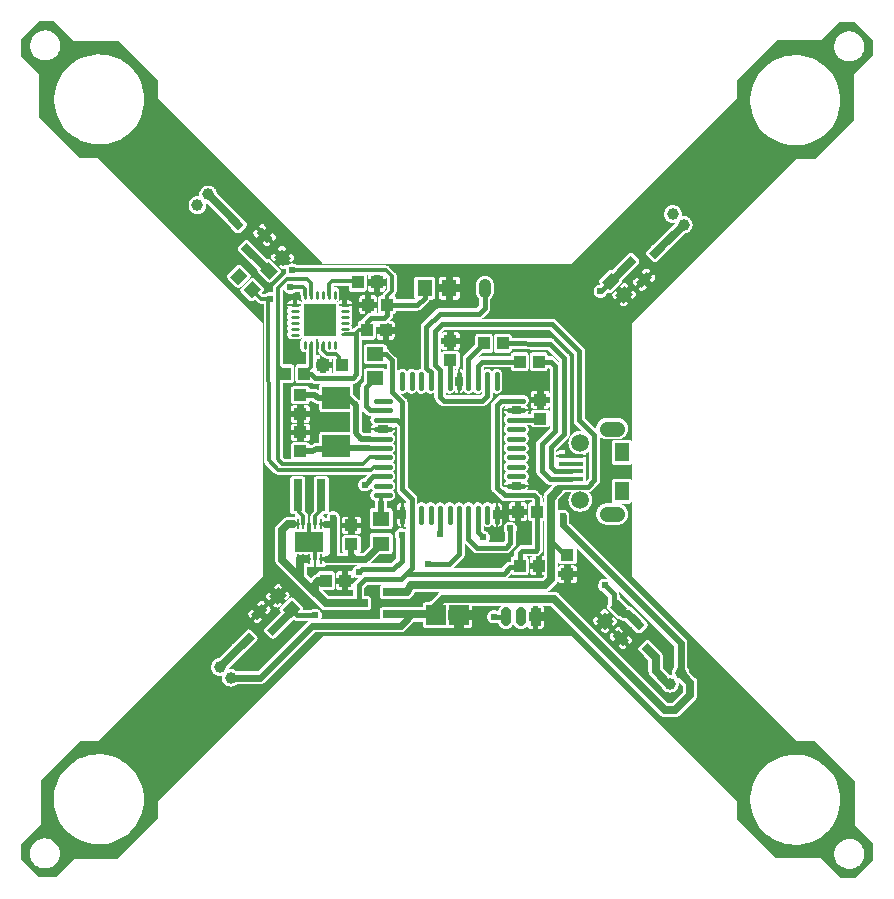
<source format=gtl>
G04 ---------------------------- Layer name :TOP LAYER*
G04 EasyEDA v5.7.24, Wed, 12 Sep 2018 16:40:19 GMT*
G04 788ae3d0f2e84f31b98fff910f9a6f2a*
G04 Gerber Generator version 0.2*
G04 Scale: 100 percent, Rotated: No, Reflected: No *
G04 Dimensions in inches *
G04 leading zeros omitted , absolute positions ,2 integer and 4 decimal *
%FSLAX24Y24*%
%MOIN*%
G90*
G70D02*

%ADD11C,0.012000*%
%ADD12C,0.028000*%
%ADD13C,0.018000*%
%ADD14C,0.029000*%
%ADD15C,0.024000*%
%ADD16C,0.020000*%
%ADD17C,0.015000*%
%ADD18C,0.022000*%
%ADD19C,0.025000*%
%ADD20C,0.011024*%
%ADD21C,0.016535*%
%ADD22C,0.032000*%
%ADD23C,0.040000*%
%ADD24C,0.019700*%
%ADD25C,0.024400*%
%ADD26R,0.043307X0.039370*%
%ADD27R,0.094488X0.074803*%
%ADD28R,0.105512X0.105512*%
%ADD29R,0.039370X0.043307*%
%ADD30R,0.095500X0.065500*%
%ADD31R,0.011500X0.034500*%
%ADD32R,0.031496X0.106300*%
%ADD33R,0.051200X0.055100*%
%ADD35R,0.049213X0.027559*%
%ADD36R,0.055100X0.051200*%
%ADD37R,0.078740X0.017717*%
%ADD38R,0.047240X0.062992*%
%ADD39R,0.057870X0.045670*%
%ADD40R,0.032000X0.062000*%
%ADD41C,0.039370*%
%ADD42R,0.066000X0.066000*%
%ADD43C,0.059055*%
%ADD44C,0.051181*%

%LPD*%
G36*
G01X27800Y0D02*
G01X27300Y0D01*
G01X26650Y650D01*
G01X25150Y650D01*
G01X23850Y1950D01*
G01X23850Y2563D01*
G01X18350Y8063D01*
G01X10050Y8063D01*
G01X4550Y2563D01*
G01X4550Y1963D01*
G01X3200Y613D01*
G01X1750Y613D01*
G01X1150Y13D01*
G01X600Y13D01*
G01X0Y613D01*
G01X0Y1113D01*
G01X650Y1763D01*
G01X650Y3263D01*
G01X1950Y4563D01*
G01X2550Y4563D01*
G01X8050Y10063D01*
G01X8050Y18480D01*
G01X3248Y23282D01*
G01X2536Y23994D01*
G01X1950Y23994D01*
G01X600Y25344D01*
G01X600Y26794D01*
G01X0Y27394D01*
G01X0Y27944D01*
G01X600Y28544D01*
G01X1100Y28544D01*
G01X1750Y27894D01*
G01X3250Y27894D01*
G01X4550Y26594D01*
G01X4550Y25980D01*
G01X10050Y20463D01*
G01X18335Y20463D01*
G01X23138Y25265D01*
G01X23850Y25978D01*
G01X23850Y26563D01*
G01X25200Y27913D01*
G01X26650Y27913D01*
G01X27250Y28513D01*
G01X27800Y28513D01*
G01X28400Y27913D01*
G01X28400Y27413D01*
G01X27750Y26763D01*
G01X27750Y25263D01*
G01X26450Y23963D01*
G01X25835Y23963D01*
G01X20350Y18484D01*
G01X20350Y14526D01*
G01X20349Y14527D01*
G01X20347Y14530D01*
G01X20345Y14534D01*
G01X20343Y14538D01*
G01X20341Y14541D01*
G01X20339Y14545D01*
G01X20336Y14548D01*
G01X20334Y14551D01*
G01X20331Y14554D01*
G01X20328Y14557D01*
G01X20325Y14560D01*
G01X20322Y14563D01*
G01X20319Y14565D01*
G01X20316Y14568D01*
G01X20312Y14570D01*
G01X20309Y14572D01*
G01X20305Y14574D01*
G01X20301Y14576D01*
G01X20298Y14578D01*
G01X20294Y14580D01*
G01X20290Y14581D01*
G01X20286Y14582D01*
G01X20282Y14583D01*
G01X20278Y14584D01*
G01X20274Y14585D01*
G01X20270Y14586D01*
G01X20266Y14586D01*
G01X20262Y14586D01*
G01X20257Y14586D01*
G01X19785Y14586D01*
G01X19781Y14586D01*
G01X19777Y14586D01*
G01X19773Y14586D01*
G01X19769Y14585D01*
G01X19765Y14584D01*
G01X19761Y14583D01*
G01X19757Y14582D01*
G01X19753Y14581D01*
G01X19749Y14580D01*
G01X19745Y14578D01*
G01X19742Y14576D01*
G01X19738Y14574D01*
G01X19734Y14572D01*
G01X19731Y14570D01*
G01X19727Y14568D01*
G01X19724Y14565D01*
G01X19721Y14563D01*
G01X19718Y14560D01*
G01X19715Y14557D01*
G01X19712Y14554D01*
G01X19709Y14551D01*
G01X19707Y14548D01*
G01X19704Y14545D01*
G01X19702Y14541D01*
G01X19700Y14538D01*
G01X19698Y14534D01*
G01X19696Y14530D01*
G01X19694Y14527D01*
G01X19692Y14523D01*
G01X19691Y14519D01*
G01X19690Y14515D01*
G01X19689Y14511D01*
G01X19688Y14507D01*
G01X19687Y14503D01*
G01X19686Y14499D01*
G01X19686Y14495D01*
G01X19686Y14491D01*
G01X19685Y14486D01*
G01X19685Y13857D01*
G01X19686Y13852D01*
G01X19686Y13848D01*
G01X19686Y13844D01*
G01X19687Y13840D01*
G01X19688Y13836D01*
G01X19689Y13832D01*
G01X19690Y13828D01*
G01X19691Y13824D01*
G01X19692Y13820D01*
G01X19694Y13816D01*
G01X19696Y13813D01*
G01X19698Y13809D01*
G01X19700Y13805D01*
G01X19702Y13802D01*
G01X19704Y13798D01*
G01X19707Y13795D01*
G01X19709Y13792D01*
G01X19712Y13789D01*
G01X19715Y13786D01*
G01X19718Y13783D01*
G01X19721Y13780D01*
G01X19724Y13778D01*
G01X19727Y13775D01*
G01X19731Y13773D01*
G01X19734Y13771D01*
G01X19738Y13769D01*
G01X19742Y13767D01*
G01X19745Y13765D01*
G01X19749Y13763D01*
G01X19753Y13762D01*
G01X19757Y13761D01*
G01X19761Y13760D01*
G01X19765Y13759D01*
G01X19769Y13758D01*
G01X19773Y13757D01*
G01X19777Y13757D01*
G01X19781Y13757D01*
G01X19785Y13757D01*
G01X20257Y13757D01*
G01X20262Y13757D01*
G01X20266Y13757D01*
G01X20270Y13757D01*
G01X20274Y13758D01*
G01X20278Y13759D01*
G01X20282Y13760D01*
G01X20286Y13761D01*
G01X20290Y13762D01*
G01X20294Y13763D01*
G01X20298Y13765D01*
G01X20301Y13767D01*
G01X20305Y13769D01*
G01X20309Y13771D01*
G01X20312Y13773D01*
G01X20316Y13775D01*
G01X20319Y13778D01*
G01X20322Y13780D01*
G01X20325Y13783D01*
G01X20328Y13786D01*
G01X20331Y13789D01*
G01X20334Y13792D01*
G01X20336Y13795D01*
G01X20339Y13798D01*
G01X20341Y13802D01*
G01X20343Y13805D01*
G01X20345Y13809D01*
G01X20347Y13813D01*
G01X20349Y13816D01*
G01X20350Y13817D01*
G01X20350Y13215D01*
G01X20349Y13216D01*
G01X20348Y13220D01*
G01X20347Y13224D01*
G01X20346Y13228D01*
G01X20345Y13232D01*
G01X20343Y13236D01*
G01X20341Y13239D01*
G01X20339Y13243D01*
G01X20337Y13247D01*
G01X20335Y13250D01*
G01X20333Y13254D01*
G01X20330Y13257D01*
G01X20328Y13260D01*
G01X20325Y13263D01*
G01X20322Y13266D01*
G01X20319Y13269D01*
G01X20316Y13272D01*
G01X20313Y13274D01*
G01X20310Y13277D01*
G01X20306Y13279D01*
G01X20303Y13281D01*
G01X20299Y13283D01*
G01X20295Y13285D01*
G01X20292Y13287D01*
G01X20288Y13289D01*
G01X20284Y13290D01*
G01X20280Y13291D01*
G01X20276Y13292D01*
G01X20272Y13293D01*
G01X20268Y13294D01*
G01X20264Y13295D01*
G01X20260Y13295D01*
G01X20256Y13295D01*
G01X20252Y13296D01*
G01X19778Y13296D01*
G01X19774Y13295D01*
G01X19770Y13295D01*
G01X19766Y13295D01*
G01X19762Y13294D01*
G01X19758Y13293D01*
G01X19754Y13292D01*
G01X19750Y13291D01*
G01X19746Y13290D01*
G01X19742Y13289D01*
G01X19738Y13287D01*
G01X19735Y13285D01*
G01X19731Y13283D01*
G01X19727Y13281D01*
G01X19724Y13279D01*
G01X19720Y13277D01*
G01X19717Y13274D01*
G01X19714Y13272D01*
G01X19711Y13269D01*
G01X19708Y13266D01*
G01X19705Y13263D01*
G01X19702Y13260D01*
G01X19700Y13257D01*
G01X19697Y13254D01*
G01X19695Y13250D01*
G01X19693Y13247D01*
G01X19691Y13243D01*
G01X19689Y13239D01*
G01X19687Y13236D01*
G01X19685Y13232D01*
G01X19684Y13228D01*
G01X19683Y13224D01*
G01X19682Y13220D01*
G01X19681Y13216D01*
G01X19680Y13212D01*
G01X19679Y13208D01*
G01X19679Y13204D01*
G01X19679Y13200D01*
G01X19678Y13196D01*
G01X19678Y12565D01*
G01X19679Y12561D01*
G01X19679Y12557D01*
G01X19679Y12553D01*
G01X19680Y12549D01*
G01X19681Y12545D01*
G01X19682Y12541D01*
G01X19683Y12537D01*
G01X19684Y12533D01*
G01X19685Y12529D01*
G01X19687Y12525D01*
G01X19689Y12522D01*
G01X19691Y12518D01*
G01X19693Y12514D01*
G01X19695Y12511D01*
G01X19697Y12507D01*
G01X19700Y12504D01*
G01X19702Y12501D01*
G01X19705Y12498D01*
G01X19708Y12495D01*
G01X19711Y12492D01*
G01X19714Y12489D01*
G01X19717Y12487D01*
G01X19720Y12484D01*
G01X19724Y12482D01*
G01X19727Y12480D01*
G01X19731Y12478D01*
G01X19735Y12476D01*
G01X19737Y12474D01*
G01X19518Y12474D01*
G01X19516Y12474D01*
G01X19503Y12474D01*
G01X19498Y12474D01*
G01X19485Y12473D01*
G01X19480Y12472D01*
G01X19468Y12471D01*
G01X19463Y12470D01*
G01X19450Y12468D01*
G01X19445Y12467D01*
G01X19433Y12464D01*
G01X19428Y12463D01*
G01X19416Y12459D01*
G01X19411Y12458D01*
G01X19399Y12454D01*
G01X19394Y12452D01*
G01X19382Y12447D01*
G01X19378Y12446D01*
G01X19366Y12440D01*
G01X19362Y12438D01*
G01X19350Y12432D01*
G01X19346Y12430D01*
G01X19335Y12423D01*
G01X19331Y12421D01*
G01X19320Y12414D01*
G01X19316Y12411D01*
G01X19305Y12404D01*
G01X19302Y12401D01*
G01X19292Y12393D01*
G01X19288Y12390D01*
G01X19278Y12381D01*
G01X19274Y12378D01*
G01X19265Y12369D01*
G01X19262Y12365D01*
G01X19253Y12356D01*
G01X19250Y12352D01*
G01X19242Y12342D01*
G01X19239Y12338D01*
G01X19231Y12328D01*
G01X19228Y12324D01*
G01X19221Y12314D01*
G01X19218Y12309D01*
G01X19211Y12299D01*
G01X19209Y12294D01*
G01X19203Y12283D01*
G01X19200Y12279D01*
G01X19195Y12267D01*
G01X19193Y12263D01*
G01X19188Y12251D01*
G01X19186Y12246D01*
G01X19182Y12234D01*
G01X19180Y12230D01*
G01X19176Y12217D01*
G01X19175Y12212D01*
G01X19172Y12200D01*
G01X19171Y12195D01*
G01X19168Y12183D01*
G01X19167Y12178D01*
G01X19166Y12165D01*
G01X19165Y12160D01*
G01X19164Y12148D01*
G01X19163Y12143D01*
G01X19163Y12130D01*
G01X19163Y12125D01*
G01X19163Y12112D01*
G01X19163Y12107D01*
G01X19163Y12094D01*
G01X19164Y12089D01*
G01X19165Y12077D01*
G01X19166Y12072D01*
G01X19167Y12059D01*
G01X19168Y12054D01*
G01X19171Y12042D01*
G01X19172Y12037D01*
G01X19175Y12025D01*
G01X19176Y12020D01*
G01X19180Y12007D01*
G01X19182Y12003D01*
G01X19186Y11991D01*
G01X19188Y11986D01*
G01X19193Y11974D01*
G01X19195Y11970D01*
G01X19200Y11958D01*
G01X19203Y11954D01*
G01X19209Y11943D01*
G01X19211Y11938D01*
G01X19218Y11928D01*
G01X19221Y11923D01*
G01X19228Y11913D01*
G01X19231Y11909D01*
G01X19239Y11899D01*
G01X19242Y11895D01*
G01X19250Y11885D01*
G01X19253Y11881D01*
G01X19262Y11872D01*
G01X19265Y11868D01*
G01X19274Y11859D01*
G01X19278Y11856D01*
G01X19288Y11847D01*
G01X19292Y11844D01*
G01X19302Y11836D01*
G01X19305Y11833D01*
G01X19316Y11826D01*
G01X19320Y11823D01*
G01X19331Y11816D01*
G01X19335Y11814D01*
G01X19346Y11807D01*
G01X19350Y11805D01*
G01X19362Y11799D01*
G01X19366Y11797D01*
G01X19378Y11792D01*
G01X19382Y11790D01*
G01X19394Y11785D01*
G01X19399Y11783D01*
G01X19411Y11779D01*
G01X19416Y11778D01*
G01X19428Y11774D01*
G01X19433Y11773D01*
G01X19445Y11770D01*
G01X19450Y11769D01*
G01X19463Y11767D01*
G01X19468Y11766D01*
G01X19480Y11765D01*
G01X19485Y11764D01*
G01X19498Y11763D01*
G01X19503Y11763D01*
G01X19516Y11763D01*
G01X19518Y11763D01*
G01X19873Y11763D01*
G01X19875Y11763D01*
G01X19888Y11763D01*
G01X19893Y11763D01*
G01X19906Y11764D01*
G01X19911Y11765D01*
G01X19923Y11766D01*
G01X19928Y11767D01*
G01X19941Y11769D01*
G01X19946Y11770D01*
G01X19958Y11773D01*
G01X19963Y11774D01*
G01X19975Y11778D01*
G01X19980Y11779D01*
G01X19992Y11783D01*
G01X19997Y11785D01*
G01X20009Y11790D01*
G01X20013Y11792D01*
G01X20025Y11797D01*
G01X20029Y11799D01*
G01X20041Y11805D01*
G01X20045Y11807D01*
G01X20056Y11814D01*
G01X20060Y11816D01*
G01X20071Y11823D01*
G01X20075Y11826D01*
G01X20086Y11833D01*
G01X20089Y11836D01*
G01X20099Y11844D01*
G01X20103Y11847D01*
G01X20113Y11856D01*
G01X20117Y11859D01*
G01X20126Y11868D01*
G01X20129Y11872D01*
G01X20138Y11881D01*
G01X20141Y11885D01*
G01X20149Y11895D01*
G01X20152Y11899D01*
G01X20160Y11909D01*
G01X20163Y11913D01*
G01X20170Y11923D01*
G01X20173Y11928D01*
G01X20180Y11938D01*
G01X20182Y11943D01*
G01X20188Y11954D01*
G01X20191Y11958D01*
G01X20196Y11970D01*
G01X20198Y11974D01*
G01X20203Y11986D01*
G01X20205Y11991D01*
G01X20209Y12003D01*
G01X20211Y12007D01*
G01X20215Y12020D01*
G01X20216Y12025D01*
G01X20219Y12037D01*
G01X20220Y12042D01*
G01X20223Y12054D01*
G01X20224Y12059D01*
G01X20225Y12072D01*
G01X20226Y12077D01*
G01X20227Y12089D01*
G01X20228Y12094D01*
G01X20228Y12107D01*
G01X20228Y12112D01*
G01X20228Y12125D01*
G01X20228Y12130D01*
G01X20228Y12143D01*
G01X20227Y12148D01*
G01X20226Y12160D01*
G01X20225Y12165D01*
G01X20224Y12178D01*
G01X20223Y12183D01*
G01X20220Y12195D01*
G01X20219Y12200D01*
G01X20216Y12212D01*
G01X20215Y12217D01*
G01X20211Y12230D01*
G01X20209Y12234D01*
G01X20205Y12246D01*
G01X20203Y12251D01*
G01X20198Y12263D01*
G01X20196Y12267D01*
G01X20191Y12279D01*
G01X20188Y12283D01*
G01X20182Y12294D01*
G01X20180Y12299D01*
G01X20173Y12309D01*
G01X20170Y12314D01*
G01X20163Y12324D01*
G01X20160Y12328D01*
G01X20152Y12338D01*
G01X20149Y12342D01*
G01X20141Y12352D01*
G01X20138Y12356D01*
G01X20129Y12365D01*
G01X20126Y12369D01*
G01X20117Y12378D01*
G01X20113Y12381D01*
G01X20103Y12390D01*
G01X20099Y12393D01*
G01X20089Y12401D01*
G01X20086Y12404D01*
G01X20075Y12411D01*
G01X20071Y12414D01*
G01X20060Y12421D01*
G01X20056Y12423D01*
G01X20045Y12430D01*
G01X20041Y12432D01*
G01X20029Y12438D01*
G01X20025Y12440D01*
G01X20013Y12446D01*
G01X20009Y12447D01*
G01X19997Y12452D01*
G01X19992Y12454D01*
G01X19980Y12458D01*
G01X19975Y12459D01*
G01X19963Y12463D01*
G01X19958Y12464D01*
G01X19951Y12465D01*
G01X20252Y12465D01*
G01X20256Y12466D01*
G01X20260Y12466D01*
G01X20264Y12466D01*
G01X20268Y12467D01*
G01X20272Y12468D01*
G01X20276Y12469D01*
G01X20280Y12470D01*
G01X20284Y12471D01*
G01X20288Y12472D01*
G01X20292Y12474D01*
G01X20295Y12476D01*
G01X20299Y12478D01*
G01X20303Y12480D01*
G01X20306Y12482D01*
G01X20310Y12484D01*
G01X20313Y12487D01*
G01X20316Y12489D01*
G01X20319Y12492D01*
G01X20322Y12495D01*
G01X20325Y12498D01*
G01X20328Y12501D01*
G01X20330Y12504D01*
G01X20333Y12507D01*
G01X20335Y12511D01*
G01X20337Y12514D01*
G01X20339Y12518D01*
G01X20341Y12522D01*
G01X20343Y12525D01*
G01X20345Y12529D01*
G01X20346Y12533D01*
G01X20347Y12537D01*
G01X20348Y12541D01*
G01X20349Y12545D01*
G01X20350Y12546D01*
G01X20350Y10063D01*
G01X25151Y5261D01*
G01X25864Y4550D01*
G01X26450Y4550D01*
G01X27800Y3200D01*
G01X27800Y1750D01*
G01X28400Y1150D01*
G01X28400Y600D01*
G01X27800Y0D01*
G37*

%LPC*%
G36*
G01X737Y27240D02*
G01X787Y27237D01*
G01X837Y27238D01*
G01X886Y27244D01*
G01X935Y27255D01*
G01X983Y27271D01*
G01X1028Y27292D01*
G01X1071Y27317D01*
G01X1112Y27346D01*
G01X1149Y27379D01*
G01X1183Y27415D01*
G01X1213Y27455D01*
G01X1239Y27498D01*
G01X1261Y27543D01*
G01X1278Y27590D01*
G01X1291Y27638D01*
G01X1298Y27688D01*
G01X1301Y27738D01*
G01X1298Y27787D01*
G01X1291Y27837D01*
G01X1278Y27885D01*
G01X1261Y27932D01*
G01X1239Y27977D01*
G01X1213Y28020D01*
G01X1183Y28060D01*
G01X1149Y28096D01*
G01X1112Y28129D01*
G01X1071Y28158D01*
G01X1028Y28183D01*
G01X983Y28204D01*
G01X935Y28220D01*
G01X886Y28231D01*
G01X837Y28237D01*
G01X787Y28238D01*
G01X737Y28235D01*
G01X688Y28226D01*
G01X640Y28212D01*
G01X593Y28194D01*
G01X549Y28171D01*
G01X507Y28144D01*
G01X468Y28113D01*
G01X432Y28078D01*
G01X400Y28040D01*
G01X372Y27999D01*
G01X348Y27955D01*
G01X329Y27909D01*
G01X314Y27861D01*
G01X304Y27812D01*
G01X299Y27762D01*
G01X299Y27713D01*
G01X304Y27663D01*
G01X314Y27614D01*
G01X329Y27566D01*
G01X348Y27520D01*
G01X372Y27476D01*
G01X400Y27435D01*
G01X432Y27397D01*
G01X468Y27362D01*
G01X507Y27331D01*
G01X549Y27304D01*
G01X593Y27281D01*
G01X640Y27263D01*
G01X688Y27249D01*
G01X737Y27240D01*
G37*
G36*
G01X27537Y296D02*
G01X27587Y293D01*
G01X27637Y294D01*
G01X27686Y300D01*
G01X27735Y311D01*
G01X27783Y327D01*
G01X27828Y348D01*
G01X27871Y373D01*
G01X27912Y402D01*
G01X27949Y435D01*
G01X27983Y471D01*
G01X28013Y511D01*
G01X28039Y554D01*
G01X28061Y599D01*
G01X28078Y646D01*
G01X28091Y694D01*
G01X28098Y744D01*
G01X28101Y794D01*
G01X28098Y843D01*
G01X28091Y893D01*
G01X28078Y941D01*
G01X28061Y988D01*
G01X28039Y1033D01*
G01X28013Y1076D01*
G01X27983Y1116D01*
G01X27949Y1152D01*
G01X27912Y1185D01*
G01X27871Y1214D01*
G01X27828Y1239D01*
G01X27783Y1260D01*
G01X27735Y1276D01*
G01X27686Y1287D01*
G01X27637Y1293D01*
G01X27587Y1294D01*
G01X27537Y1291D01*
G01X27488Y1282D01*
G01X27440Y1268D01*
G01X27393Y1250D01*
G01X27349Y1227D01*
G01X27307Y1200D01*
G01X27268Y1169D01*
G01X27232Y1134D01*
G01X27200Y1096D01*
G01X27172Y1055D01*
G01X27148Y1011D01*
G01X27129Y965D01*
G01X27114Y917D01*
G01X27104Y868D01*
G01X27099Y818D01*
G01X27099Y769D01*
G01X27104Y719D01*
G01X27114Y670D01*
G01X27129Y622D01*
G01X27148Y576D01*
G01X27172Y532D01*
G01X27200Y491D01*
G01X27232Y453D01*
G01X27268Y418D01*
G01X27307Y387D01*
G01X27349Y360D01*
G01X27393Y337D01*
G01X27440Y319D01*
G01X27488Y305D01*
G01X27537Y296D01*
G37*
G36*
G01X723Y310D02*
G01X773Y307D01*
G01X823Y308D01*
G01X873Y314D01*
G01X921Y325D01*
G01X969Y341D01*
G01X1014Y362D01*
G01X1057Y387D01*
G01X1098Y416D01*
G01X1135Y449D01*
G01X1169Y485D01*
G01X1199Y525D01*
G01X1225Y568D01*
G01X1247Y613D01*
G01X1264Y660D01*
G01X1277Y708D01*
G01X1284Y758D01*
G01X1286Y807D01*
G01X1284Y857D01*
G01X1277Y907D01*
G01X1264Y955D01*
G01X1247Y1002D01*
G01X1225Y1047D01*
G01X1199Y1090D01*
G01X1169Y1130D01*
G01X1135Y1166D01*
G01X1098Y1199D01*
G01X1057Y1228D01*
G01X1014Y1253D01*
G01X969Y1274D01*
G01X921Y1290D01*
G01X873Y1301D01*
G01X823Y1307D01*
G01X773Y1308D01*
G01X723Y1305D01*
G01X674Y1296D01*
G01X626Y1282D01*
G01X579Y1264D01*
G01X535Y1241D01*
G01X493Y1214D01*
G01X454Y1183D01*
G01X418Y1148D01*
G01X386Y1110D01*
G01X358Y1069D01*
G01X334Y1025D01*
G01X315Y979D01*
G01X300Y931D01*
G01X290Y882D01*
G01X285Y832D01*
G01X285Y783D01*
G01X290Y733D01*
G01X300Y684D01*
G01X315Y636D01*
G01X334Y590D01*
G01X358Y546D01*
G01X386Y505D01*
G01X418Y467D01*
G01X454Y432D01*
G01X493Y401D01*
G01X535Y374D01*
G01X579Y351D01*
G01X626Y333D01*
G01X674Y319D01*
G01X723Y310D01*
G37*
G36*
G01X25613Y1104D02*
G01X25762Y1093D01*
G01X25912Y1097D01*
G01X26060Y1115D01*
G01X26206Y1149D01*
G01X26348Y1196D01*
G01X26484Y1258D01*
G01X26614Y1333D01*
G01X26735Y1420D01*
G01X26848Y1519D01*
G01X26949Y1629D01*
G01X27040Y1748D01*
G01X27118Y1876D01*
G01X27183Y2010D01*
G01X27234Y2151D01*
G01X27271Y2296D01*
G01X27293Y2444D01*
G01X27301Y2594D01*
G01X27293Y2743D01*
G01X27271Y2891D01*
G01X27234Y3036D01*
G01X27183Y3177D01*
G01X27118Y3311D01*
G01X27040Y3439D01*
G01X26949Y3558D01*
G01X26848Y3668D01*
G01X26735Y3767D01*
G01X26614Y3854D01*
G01X26484Y3929D01*
G01X26348Y3991D01*
G01X26206Y4038D01*
G01X26060Y4072D01*
G01X25912Y4090D01*
G01X25762Y4094D01*
G01X25613Y4083D01*
G01X25465Y4057D01*
G01X25321Y4016D01*
G01X25182Y3962D01*
G01X25049Y3893D01*
G01X24923Y3812D01*
G01X24806Y3719D01*
G01X24699Y3614D01*
G01X24603Y3500D01*
G01X24519Y3376D01*
G01X24447Y3245D01*
G01X24389Y3107D01*
G01X24345Y2964D01*
G01X24315Y2817D01*
G01X24300Y2668D01*
G01X24300Y2519D01*
G01X24315Y2370D01*
G01X24345Y2223D01*
G01X24389Y2080D01*
G01X24447Y1942D01*
G01X24519Y1811D01*
G01X24603Y1687D01*
G01X24699Y1573D01*
G01X24806Y1468D01*
G01X24923Y1375D01*
G01X25049Y1294D01*
G01X25182Y1225D01*
G01X25321Y1171D01*
G01X25465Y1130D01*
G01X25613Y1104D01*
G37*
G36*
G01X2399Y1118D02*
G01X2548Y1107D01*
G01X2698Y1111D01*
G01X2846Y1129D01*
G01X2992Y1163D01*
G01X3134Y1210D01*
G01X3270Y1272D01*
G01X3400Y1347D01*
G01X3521Y1434D01*
G01X3634Y1533D01*
G01X3735Y1643D01*
G01X3826Y1762D01*
G01X3904Y1890D01*
G01X3969Y2024D01*
G01X4020Y2165D01*
G01X4057Y2310D01*
G01X4079Y2458D01*
G01X4086Y2607D01*
G01X4079Y2757D01*
G01X4057Y2905D01*
G01X4020Y3050D01*
G01X3969Y3191D01*
G01X3904Y3325D01*
G01X3826Y3453D01*
G01X3735Y3572D01*
G01X3634Y3682D01*
G01X3521Y3781D01*
G01X3400Y3868D01*
G01X3270Y3943D01*
G01X3134Y4005D01*
G01X2992Y4052D01*
G01X2846Y4086D01*
G01X2698Y4104D01*
G01X2548Y4108D01*
G01X2399Y4097D01*
G01X2251Y4071D01*
G01X2107Y4030D01*
G01X1968Y3976D01*
G01X1835Y3907D01*
G01X1709Y3826D01*
G01X1592Y3733D01*
G01X1485Y3628D01*
G01X1389Y3514D01*
G01X1305Y3390D01*
G01X1233Y3259D01*
G01X1175Y3121D01*
G01X1131Y2978D01*
G01X1101Y2831D01*
G01X1086Y2682D01*
G01X1086Y2533D01*
G01X1101Y2384D01*
G01X1131Y2237D01*
G01X1175Y2094D01*
G01X1233Y1956D01*
G01X1305Y1825D01*
G01X1389Y1701D01*
G01X1485Y1587D01*
G01X1592Y1482D01*
G01X1709Y1389D01*
G01X1835Y1308D01*
G01X1968Y1239D01*
G01X2107Y1185D01*
G01X2251Y1144D01*
G01X2399Y1118D01*
G37*
G36*
G01X21443Y5354D02*
G01X21450Y5353D01*
G01X21800Y5353D01*
G01X21806Y5354D01*
G01X21812Y5354D01*
G01X21819Y5354D01*
G01X21825Y5355D01*
G01X21832Y5356D01*
G01X21838Y5357D01*
G01X21845Y5358D01*
G01X21851Y5359D01*
G01X21857Y5361D01*
G01X21864Y5362D01*
G01X21870Y5364D01*
G01X21876Y5366D01*
G01X21882Y5368D01*
G01X21888Y5371D01*
G01X21894Y5373D01*
G01X21900Y5376D01*
G01X21906Y5378D01*
G01X21912Y5381D01*
G01X21918Y5385D01*
G01X21923Y5388D01*
G01X21929Y5391D01*
G01X21934Y5395D01*
G01X21940Y5399D01*
G01X21945Y5402D01*
G01X21950Y5406D01*
G01X21955Y5411D01*
G01X21960Y5415D01*
G01X21965Y5419D01*
G01X21969Y5424D01*
G01X22469Y5924D01*
G01X22474Y5928D01*
G01X22478Y5933D01*
G01X22482Y5938D01*
G01X22487Y5943D01*
G01X22491Y5948D01*
G01X22494Y5953D01*
G01X22498Y5959D01*
G01X22502Y5964D01*
G01X22505Y5970D01*
G01X22508Y5975D01*
G01X22512Y5981D01*
G01X22515Y5987D01*
G01X22517Y5993D01*
G01X22520Y5999D01*
G01X22522Y6005D01*
G01X22525Y6011D01*
G01X22527Y6017D01*
G01X22529Y6023D01*
G01X22531Y6029D01*
G01X22532Y6036D01*
G01X22534Y6042D01*
G01X22535Y6048D01*
G01X22536Y6055D01*
G01X22537Y6061D01*
G01X22538Y6068D01*
G01X22539Y6074D01*
G01X22539Y6081D01*
G01X22539Y6087D01*
G01X22539Y6094D01*
G01X22539Y6500D01*
G01X22539Y6506D01*
G01X22539Y6512D01*
G01X22539Y6519D01*
G01X22538Y6525D01*
G01X22537Y6532D01*
G01X22536Y6538D01*
G01X22535Y6545D01*
G01X22534Y6551D01*
G01X22532Y6557D01*
G01X22531Y6564D01*
G01X22529Y6570D01*
G01X22527Y6576D01*
G01X22525Y6582D01*
G01X22522Y6588D01*
G01X22520Y6594D01*
G01X22517Y6600D01*
G01X22515Y6606D01*
G01X22512Y6612D01*
G01X22508Y6618D01*
G01X22505Y6623D01*
G01X22502Y6629D01*
G01X22498Y6634D01*
G01X22494Y6640D01*
G01X22491Y6645D01*
G01X22487Y6650D01*
G01X22482Y6655D01*
G01X22478Y6660D01*
G01X22474Y6665D01*
G01X22469Y6669D01*
G01X22272Y6867D01*
G01X22270Y6881D01*
G01X22262Y6909D01*
G01X22252Y6937D01*
G01X22239Y6964D01*
G01X22224Y6989D01*
G01X22206Y7013D01*
G01X22197Y7022D01*
G01X22197Y7815D01*
G01X22197Y7822D01*
G01X22197Y7828D01*
G01X22197Y7834D01*
G01X22196Y7840D01*
G01X22195Y7846D01*
G01X22194Y7852D01*
G01X22193Y7858D01*
G01X22192Y7864D01*
G01X22191Y7870D01*
G01X22189Y7876D01*
G01X22187Y7882D01*
G01X22185Y7888D01*
G01X22183Y7894D01*
G01X22181Y7900D01*
G01X22178Y7905D01*
G01X22176Y7911D01*
G01X22173Y7916D01*
G01X22170Y7922D01*
G01X22167Y7927D01*
G01X22164Y7933D01*
G01X22160Y7938D01*
G01X22157Y7943D01*
G01X22153Y7948D01*
G01X22150Y7953D01*
G01X22146Y7957D01*
G01X22142Y7962D01*
G01X22137Y7967D01*
G01X22133Y7971D01*
G01X18269Y11835D01*
G01X18269Y12009D01*
G01X18271Y12021D01*
G01X18272Y12044D01*
G01X18271Y12066D01*
G01X18268Y12088D01*
G01X18263Y12109D01*
G01X18255Y12130D01*
G01X18245Y12150D01*
G01X18234Y12169D01*
G01X18220Y12187D01*
G01X18205Y12203D01*
G01X18189Y12218D01*
G01X18170Y12231D01*
G01X18151Y12242D01*
G01X18131Y12251D01*
G01X18110Y12258D01*
G01X18088Y12263D01*
G01X18066Y12266D01*
G01X18044Y12266D01*
G01X18022Y12265D01*
G01X18000Y12261D01*
G01X17978Y12255D01*
G01X17958Y12247D01*
G01X17938Y12237D01*
G01X17919Y12225D01*
G01X17902Y12211D01*
G01X17889Y12199D01*
G01X17889Y12587D01*
G01X18073Y12770D01*
G01X18081Y12779D01*
G01X18089Y12788D01*
G01X18097Y12798D01*
G01X18104Y12808D01*
G01X18110Y12818D01*
G01X18116Y12829D01*
G01X18120Y12838D01*
G01X18320Y12838D01*
G01X18317Y12834D01*
G01X18294Y12801D01*
G01X18275Y12766D01*
G01X18260Y12730D01*
G01X18248Y12692D01*
G01X18241Y12654D01*
G01X18237Y12614D01*
G01X18237Y12575D01*
G01X18241Y12535D01*
G01X18248Y12497D01*
G01X18260Y12459D01*
G01X18275Y12423D01*
G01X18294Y12388D01*
G01X18317Y12355D01*
G01X18342Y12325D01*
G01X18370Y12297D01*
G01X18401Y12273D01*
G01X18434Y12251D01*
G01X18470Y12233D01*
G01X18506Y12219D01*
G01X18544Y12208D01*
G01X18583Y12201D01*
G01X18623Y12198D01*
G01X18662Y12199D01*
G01X18701Y12204D01*
G01X18740Y12213D01*
G01X18777Y12226D01*
G01X18813Y12242D01*
G01X18847Y12262D01*
G01X18880Y12285D01*
G01X18909Y12311D01*
G01X18936Y12340D01*
G01X18960Y12371D01*
G01X18981Y12405D01*
G01X18998Y12441D01*
G01X19011Y12478D01*
G01X19021Y12516D01*
G01X19027Y12555D01*
G01X19029Y12595D01*
G01X19027Y12634D01*
G01X19021Y12673D01*
G01X19011Y12711D01*
G01X18998Y12748D01*
G01X18981Y12784D01*
G01X18960Y12818D01*
G01X18939Y12846D01*
G01X18940Y12846D01*
G01X18945Y12848D01*
G01X18951Y12850D01*
G01X18956Y12852D01*
G01X18961Y12854D01*
G01X18967Y12857D01*
G01X18972Y12859D01*
G01X18977Y12862D01*
G01X18982Y12865D01*
G01X18987Y12868D01*
G01X18991Y12871D01*
G01X18996Y12874D01*
G01X19001Y12878D01*
G01X19005Y12882D01*
G01X19009Y12885D01*
G01X19014Y12889D01*
G01X19018Y12893D01*
G01X19234Y13109D01*
G01X19238Y13113D01*
G01X19242Y13118D01*
G01X19245Y13122D01*
G01X19249Y13126D01*
G01X19253Y13131D01*
G01X19256Y13136D01*
G01X19259Y13140D01*
G01X19262Y13145D01*
G01X19265Y13150D01*
G01X19268Y13155D01*
G01X19270Y13160D01*
G01X19273Y13166D01*
G01X19275Y13171D01*
G01X19277Y13176D01*
G01X19279Y13182D01*
G01X19281Y13187D01*
G01X19283Y13192D01*
G01X19284Y13198D01*
G01X19285Y13204D01*
G01X19286Y13209D01*
G01X19287Y13215D01*
G01X19288Y13221D01*
G01X19289Y13226D01*
G01X19289Y13232D01*
G01X19289Y13238D01*
G01X19289Y13244D01*
G01X19289Y14696D01*
G01X19292Y14694D01*
G01X19302Y14686D01*
G01X19305Y14683D01*
G01X19316Y14676D01*
G01X19320Y14673D01*
G01X19331Y14666D01*
G01X19335Y14664D01*
G01X19346Y14657D01*
G01X19350Y14655D01*
G01X19362Y14649D01*
G01X19366Y14647D01*
G01X19378Y14642D01*
G01X19382Y14640D01*
G01X19394Y14635D01*
G01X19399Y14633D01*
G01X19411Y14629D01*
G01X19416Y14628D01*
G01X19428Y14624D01*
G01X19433Y14623D01*
G01X19445Y14620D01*
G01X19450Y14619D01*
G01X19463Y14617D01*
G01X19468Y14616D01*
G01X19480Y14615D01*
G01X19485Y14614D01*
G01X19498Y14613D01*
G01X19503Y14613D01*
G01X19516Y14613D01*
G01X19518Y14613D01*
G01X19873Y14613D01*
G01X19875Y14613D01*
G01X19888Y14613D01*
G01X19893Y14613D01*
G01X19906Y14614D01*
G01X19911Y14615D01*
G01X19923Y14616D01*
G01X19928Y14617D01*
G01X19941Y14619D01*
G01X19946Y14620D01*
G01X19958Y14623D01*
G01X19963Y14624D01*
G01X19975Y14628D01*
G01X19980Y14629D01*
G01X19992Y14633D01*
G01X19997Y14635D01*
G01X20009Y14640D01*
G01X20013Y14642D01*
G01X20025Y14647D01*
G01X20029Y14649D01*
G01X20041Y14655D01*
G01X20045Y14657D01*
G01X20056Y14664D01*
G01X20060Y14666D01*
G01X20071Y14673D01*
G01X20075Y14676D01*
G01X20086Y14683D01*
G01X20089Y14686D01*
G01X20099Y14694D01*
G01X20103Y14697D01*
G01X20113Y14706D01*
G01X20117Y14709D01*
G01X20126Y14718D01*
G01X20129Y14722D01*
G01X20138Y14731D01*
G01X20141Y14735D01*
G01X20149Y14745D01*
G01X20152Y14749D01*
G01X20160Y14759D01*
G01X20163Y14763D01*
G01X20170Y14773D01*
G01X20173Y14778D01*
G01X20180Y14788D01*
G01X20182Y14793D01*
G01X20188Y14804D01*
G01X20191Y14808D01*
G01X20196Y14820D01*
G01X20198Y14824D01*
G01X20203Y14836D01*
G01X20205Y14841D01*
G01X20209Y14853D01*
G01X20211Y14857D01*
G01X20215Y14870D01*
G01X20216Y14875D01*
G01X20219Y14887D01*
G01X20220Y14892D01*
G01X20223Y14904D01*
G01X20224Y14909D01*
G01X20225Y14922D01*
G01X20226Y14927D01*
G01X20227Y14939D01*
G01X20228Y14944D01*
G01X20228Y14957D01*
G01X20228Y14962D01*
G01X20228Y14975D01*
G01X20228Y14980D01*
G01X20228Y14993D01*
G01X20227Y14998D01*
G01X20226Y15010D01*
G01X20225Y15015D01*
G01X20224Y15028D01*
G01X20223Y15033D01*
G01X20220Y15045D01*
G01X20219Y15050D01*
G01X20216Y15062D01*
G01X20215Y15067D01*
G01X20211Y15080D01*
G01X20209Y15084D01*
G01X20205Y15096D01*
G01X20203Y15101D01*
G01X20198Y15113D01*
G01X20196Y15117D01*
G01X20191Y15129D01*
G01X20188Y15133D01*
G01X20182Y15144D01*
G01X20180Y15149D01*
G01X20173Y15159D01*
G01X20170Y15164D01*
G01X20163Y15174D01*
G01X20160Y15178D01*
G01X20152Y15188D01*
G01X20149Y15192D01*
G01X20141Y15202D01*
G01X20138Y15206D01*
G01X20129Y15215D01*
G01X20126Y15219D01*
G01X20117Y15228D01*
G01X20113Y15231D01*
G01X20103Y15240D01*
G01X20099Y15243D01*
G01X20089Y15251D01*
G01X20086Y15254D01*
G01X20075Y15261D01*
G01X20071Y15264D01*
G01X20060Y15271D01*
G01X20056Y15273D01*
G01X20045Y15280D01*
G01X20041Y15282D01*
G01X20029Y15288D01*
G01X20025Y15290D01*
G01X20013Y15296D01*
G01X20009Y15297D01*
G01X19997Y15302D01*
G01X19992Y15304D01*
G01X19980Y15308D01*
G01X19975Y15309D01*
G01X19963Y15313D01*
G01X19958Y15314D01*
G01X19946Y15317D01*
G01X19941Y15318D01*
G01X19928Y15320D01*
G01X19923Y15321D01*
G01X19911Y15322D01*
G01X19906Y15323D01*
G01X19893Y15324D01*
G01X19888Y15324D01*
G01X19875Y15324D01*
G01X19873Y15324D01*
G01X19518Y15324D01*
G01X19516Y15324D01*
G01X19503Y15324D01*
G01X19498Y15324D01*
G01X19485Y15323D01*
G01X19480Y15322D01*
G01X19468Y15321D01*
G01X19463Y15320D01*
G01X19450Y15318D01*
G01X19445Y15317D01*
G01X19433Y15314D01*
G01X19428Y15313D01*
G01X19416Y15309D01*
G01X19411Y15308D01*
G01X19399Y15304D01*
G01X19394Y15302D01*
G01X19382Y15297D01*
G01X19378Y15296D01*
G01X19366Y15290D01*
G01X19362Y15288D01*
G01X19350Y15282D01*
G01X19346Y15280D01*
G01X19335Y15273D01*
G01X19331Y15271D01*
G01X19320Y15264D01*
G01X19316Y15261D01*
G01X19305Y15254D01*
G01X19302Y15251D01*
G01X19292Y15243D01*
G01X19288Y15240D01*
G01X19278Y15231D01*
G01X19274Y15228D01*
G01X19265Y15219D01*
G01X19262Y15215D01*
G01X19253Y15206D01*
G01X19250Y15202D01*
G01X19242Y15192D01*
G01X19239Y15188D01*
G01X19231Y15178D01*
G01X19228Y15174D01*
G01X19221Y15164D01*
G01X19218Y15159D01*
G01X19211Y15149D01*
G01X19209Y15144D01*
G01X19203Y15133D01*
G01X19200Y15129D01*
G01X19195Y15117D01*
G01X19193Y15113D01*
G01X19188Y15101D01*
G01X19186Y15096D01*
G01X19182Y15084D01*
G01X19180Y15080D01*
G01X19176Y15067D01*
G01X19175Y15062D01*
G01X19172Y15050D01*
G01X19171Y15045D01*
G01X19168Y15033D01*
G01X19167Y15028D01*
G01X19166Y15015D01*
G01X19165Y15010D01*
G01X19164Y14998D01*
G01X19163Y14993D01*
G01X19163Y14980D01*
G01X19163Y14975D01*
G01X19163Y14962D01*
G01X19163Y14957D01*
G01X19163Y14944D01*
G01X19163Y14943D01*
G01X18789Y15317D01*
G01X18789Y17544D01*
G01X18789Y17549D01*
G01X18789Y17555D01*
G01X18789Y17561D01*
G01X18788Y17566D01*
G01X18787Y17572D01*
G01X18786Y17578D01*
G01X18785Y17583D01*
G01X18784Y17589D01*
G01X18783Y17595D01*
G01X18781Y17600D01*
G01X18779Y17605D01*
G01X18777Y17611D01*
G01X18775Y17616D01*
G01X18773Y17621D01*
G01X18770Y17627D01*
G01X18768Y17632D01*
G01X18765Y17637D01*
G01X18762Y17642D01*
G01X18759Y17647D01*
G01X18756Y17651D01*
G01X18753Y17656D01*
G01X18749Y17661D01*
G01X18745Y17665D01*
G01X18742Y17669D01*
G01X18738Y17674D01*
G01X18734Y17678D01*
G01X17834Y18578D01*
G01X17830Y18582D01*
G01X17825Y18586D01*
G01X17821Y18589D01*
G01X17817Y18593D01*
G01X17812Y18597D01*
G01X17807Y18600D01*
G01X17803Y18603D01*
G01X17798Y18606D01*
G01X17793Y18609D01*
G01X17788Y18612D01*
G01X17783Y18614D01*
G01X17777Y18617D01*
G01X17772Y18619D01*
G01X17767Y18621D01*
G01X17761Y18623D01*
G01X17756Y18625D01*
G01X17751Y18627D01*
G01X17745Y18628D01*
G01X17739Y18629D01*
G01X17734Y18630D01*
G01X17728Y18631D01*
G01X17722Y18632D01*
G01X17717Y18633D01*
G01X17711Y18633D01*
G01X17705Y18633D01*
G01X17700Y18634D01*
G01X15352Y18634D01*
G01X15353Y18634D01*
G01X15357Y18637D01*
G01X15362Y18640D01*
G01X15367Y18644D01*
G01X15371Y18648D01*
G01X15375Y18651D01*
G01X15380Y18655D01*
G01X15384Y18659D01*
G01X15584Y18859D01*
G01X15588Y18863D01*
G01X15592Y18868D01*
G01X15595Y18872D01*
G01X15599Y18876D01*
G01X15603Y18881D01*
G01X15606Y18886D01*
G01X15609Y18890D01*
G01X15612Y18895D01*
G01X15615Y18900D01*
G01X15618Y18905D01*
G01X15620Y18910D01*
G01X15623Y18916D01*
G01X15625Y18921D01*
G01X15627Y18926D01*
G01X15629Y18932D01*
G01X15631Y18937D01*
G01X15633Y18942D01*
G01X15634Y18948D01*
G01X15635Y18954D01*
G01X15636Y18959D01*
G01X15637Y18965D01*
G01X15638Y18971D01*
G01X15639Y18976D01*
G01X15639Y18982D01*
G01X15639Y18988D01*
G01X15639Y18994D01*
G01X15639Y19301D01*
G01X15646Y19307D01*
G01X15650Y19310D01*
G01X15657Y19317D01*
G01X15661Y19321D01*
G01X15668Y19328D01*
G01X15671Y19331D01*
G01X15678Y19339D01*
G01X15681Y19343D01*
G01X15687Y19350D01*
G01X15690Y19354D01*
G01X15696Y19362D01*
G01X15699Y19367D01*
G01X15704Y19375D01*
G01X15707Y19379D01*
G01X15712Y19388D01*
G01X15714Y19392D01*
G01X15719Y19401D01*
G01X15721Y19406D01*
G01X15725Y19415D01*
G01X15727Y19419D01*
G01X15731Y19429D01*
G01X15732Y19433D01*
G01X15735Y19443D01*
G01X15737Y19447D01*
G01X15740Y19457D01*
G01X15741Y19462D01*
G01X15743Y19472D01*
G01X15744Y19476D01*
G01X15746Y19486D01*
G01X15746Y19491D01*
G01X15748Y19501D01*
G01X15748Y19506D01*
G01X15749Y19516D01*
G01X15749Y19521D01*
G01X15749Y19531D01*
G01X15750Y19534D01*
G01X15750Y19753D01*
G01X15749Y19756D01*
G01X15749Y19766D01*
G01X15749Y19771D01*
G01X15748Y19781D01*
G01X15748Y19786D01*
G01X15746Y19796D01*
G01X15746Y19801D01*
G01X15744Y19811D01*
G01X15743Y19815D01*
G01X15741Y19825D01*
G01X15740Y19830D01*
G01X15737Y19840D01*
G01X15735Y19844D01*
G01X15732Y19854D01*
G01X15731Y19858D01*
G01X15727Y19868D01*
G01X15725Y19872D01*
G01X15721Y19881D01*
G01X15719Y19886D01*
G01X15714Y19895D01*
G01X15712Y19899D01*
G01X15707Y19908D01*
G01X15704Y19912D01*
G01X15699Y19920D01*
G01X15696Y19925D01*
G01X15690Y19933D01*
G01X15687Y19937D01*
G01X15681Y19944D01*
G01X15678Y19948D01*
G01X15671Y19956D01*
G01X15668Y19959D01*
G01X15661Y19966D01*
G01X15657Y19970D01*
G01X15650Y19977D01*
G01X15646Y19980D01*
G01X15638Y19986D01*
G01X15635Y19990D01*
G01X15627Y19996D01*
G01X15623Y19999D01*
G01X15614Y20004D01*
G01X15610Y20007D01*
G01X15602Y20012D01*
G01X15597Y20015D01*
G01X15588Y20019D01*
G01X15584Y20022D01*
G01X15575Y20026D01*
G01X15571Y20028D01*
G01X15561Y20032D01*
G01X15557Y20034D01*
G01X15547Y20037D01*
G01X15543Y20039D01*
G01X15533Y20042D01*
G01X15528Y20043D01*
G01X15519Y20045D01*
G01X15514Y20047D01*
G01X15504Y20048D01*
G01X15499Y20049D01*
G01X15489Y20051D01*
G01X15484Y20051D01*
G01X15474Y20052D01*
G01X15469Y20053D01*
G01X15460Y20053D01*
G01X15454Y20053D01*
G01X15445Y20053D01*
G01X15439Y20053D01*
G01X15430Y20053D01*
G01X15425Y20052D01*
G01X15415Y20051D01*
G01X15410Y20051D01*
G01X15400Y20049D01*
G01X15395Y20048D01*
G01X15385Y20047D01*
G01X15380Y20045D01*
G01X15371Y20043D01*
G01X15366Y20042D01*
G01X15356Y20039D01*
G01X15352Y20037D01*
G01X15342Y20034D01*
G01X15338Y20032D01*
G01X15328Y20028D01*
G01X15324Y20026D01*
G01X15315Y20022D01*
G01X15311Y20019D01*
G01X15302Y20015D01*
G01X15297Y20012D01*
G01X15289Y20007D01*
G01X15285Y20004D01*
G01X15276Y19999D01*
G01X15272Y19996D01*
G01X15264Y19990D01*
G01X15261Y19986D01*
G01X15253Y19980D01*
G01X15249Y19977D01*
G01X15242Y19970D01*
G01X15238Y19966D01*
G01X15231Y19959D01*
G01X15228Y19956D01*
G01X15221Y19948D01*
G01X15218Y19944D01*
G01X15212Y19937D01*
G01X15209Y19933D01*
G01X15203Y19925D01*
G01X15200Y19920D01*
G01X15195Y19912D01*
G01X15192Y19908D01*
G01X15187Y19899D01*
G01X15185Y19895D01*
G01X15180Y19886D01*
G01X15178Y19881D01*
G01X15174Y19872D01*
G01X15172Y19868D01*
G01X15168Y19858D01*
G01X15167Y19854D01*
G01X15164Y19844D01*
G01X15162Y19840D01*
G01X15159Y19830D01*
G01X15158Y19825D01*
G01X15156Y19815D01*
G01X15155Y19811D01*
G01X15153Y19801D01*
G01X15153Y19796D01*
G01X15151Y19786D01*
G01X15151Y19781D01*
G01X15150Y19771D01*
G01X15150Y19766D01*
G01X15150Y19756D01*
G01X15150Y19753D01*
G01X15150Y19534D01*
G01X15150Y19531D01*
G01X15150Y19521D01*
G01X15150Y19516D01*
G01X15151Y19506D01*
G01X15151Y19501D01*
G01X15153Y19491D01*
G01X15153Y19486D01*
G01X15155Y19476D01*
G01X15156Y19472D01*
G01X15158Y19462D01*
G01X15159Y19457D01*
G01X15162Y19447D01*
G01X15164Y19443D01*
G01X15167Y19433D01*
G01X15168Y19429D01*
G01X15172Y19419D01*
G01X15174Y19415D01*
G01X15178Y19406D01*
G01X15180Y19401D01*
G01X15185Y19392D01*
G01X15187Y19388D01*
G01X15192Y19379D01*
G01X15195Y19375D01*
G01X15200Y19367D01*
G01X15203Y19362D01*
G01X15209Y19354D01*
G01X15212Y19350D01*
G01X15218Y19343D01*
G01X15221Y19339D01*
G01X15228Y19331D01*
G01X15231Y19328D01*
G01X15238Y19321D01*
G01X15242Y19317D01*
G01X15249Y19310D01*
G01X15253Y19307D01*
G01X15260Y19301D01*
G01X15260Y19072D01*
G01X15171Y18984D01*
G01X13950Y18984D01*
G01X13946Y18983D01*
G01X13942Y18983D01*
G01X13941Y18983D01*
G01X13940Y18983D01*
G01X13937Y18983D01*
G01X13933Y18983D01*
G01X13932Y18983D01*
G01X13931Y18983D01*
G01X13927Y18982D01*
G01X13924Y18982D01*
G01X13922Y18982D01*
G01X13921Y18981D01*
G01X13918Y18981D01*
G01X13914Y18980D01*
G01X13913Y18980D01*
G01X13912Y18980D01*
G01X13908Y18979D01*
G01X13905Y18978D01*
G01X13904Y18978D01*
G01X13903Y18978D01*
G01X13899Y18977D01*
G01X13896Y18976D01*
G01X13895Y18975D01*
G01X13893Y18975D01*
G01X13890Y18974D01*
G01X13887Y18973D01*
G01X13886Y18972D01*
G01X13885Y18972D01*
G01X13881Y18971D01*
G01X13878Y18969D01*
G01X13877Y18969D01*
G01X13876Y18969D01*
G01X13873Y18967D01*
G01X13869Y18966D01*
G01X13868Y18965D01*
G01X13867Y18965D01*
G01X13864Y18963D01*
G01X13861Y18961D01*
G01X13860Y18961D01*
G01X13859Y18960D01*
G01X13856Y18959D01*
G01X13852Y18957D01*
G01X13852Y18956D01*
G01X13850Y18956D01*
G01X13847Y18954D01*
G01X13844Y18952D01*
G01X13843Y18951D01*
G01X13842Y18950D01*
G01X13840Y18948D01*
G01X13837Y18946D01*
G01X13836Y18946D01*
G01X13835Y18945D01*
G01X13832Y18943D01*
G01X13829Y18941D01*
G01X13828Y18940D01*
G01X13827Y18939D01*
G01X13825Y18937D01*
G01X13822Y18934D01*
G01X13821Y18934D01*
G01X13820Y18933D01*
G01X13818Y18931D01*
G01X13815Y18928D01*
G01X13365Y18478D01*
G01X13361Y18474D01*
G01X13357Y18469D01*
G01X13354Y18465D01*
G01X13350Y18461D01*
G01X13346Y18456D01*
G01X13343Y18451D01*
G01X13340Y18447D01*
G01X13337Y18442D01*
G01X13334Y18437D01*
G01X13331Y18432D01*
G01X13329Y18427D01*
G01X13326Y18421D01*
G01X13324Y18416D01*
G01X13322Y18411D01*
G01X13320Y18405D01*
G01X13318Y18400D01*
G01X13316Y18395D01*
G01X13315Y18389D01*
G01X13314Y18383D01*
G01X13313Y18378D01*
G01X13312Y18372D01*
G01X13311Y18366D01*
G01X13310Y18361D01*
G01X13310Y18355D01*
G01X13310Y18349D01*
G01X13310Y18344D01*
G01X13310Y16994D01*
G01X13310Y16988D01*
G01X13310Y16982D01*
G01X13310Y16976D01*
G01X13311Y16971D01*
G01X13312Y16965D01*
G01X13313Y16959D01*
G01X13313Y16957D01*
G01X13309Y16957D01*
G01X13304Y16956D01*
G01X13300Y16956D01*
G01X13295Y16955D01*
G01X13291Y16954D01*
G01X13286Y16953D01*
G01X13282Y16952D01*
G01X13277Y16951D01*
G01X13273Y16949D01*
G01X13269Y16948D01*
G01X13265Y16947D01*
G01X13260Y16945D01*
G01X13257Y16943D01*
G01X13252Y16941D01*
G01X13248Y16939D01*
G01X13244Y16937D01*
G01X13240Y16935D01*
G01X13236Y16933D01*
G01X13232Y16930D01*
G01X13228Y16928D01*
G01X13225Y16925D01*
G01X13221Y16922D01*
G01X13218Y16920D01*
G01X13214Y16917D01*
G01X13210Y16914D01*
G01X13207Y16911D01*
G01X13204Y16908D01*
G01X13200Y16905D01*
G01X13197Y16902D01*
G01X13194Y16898D01*
G01X13191Y16895D01*
G01X13188Y16891D01*
G01X13185Y16888D01*
G01X13182Y16884D01*
G01X13180Y16881D01*
G01X13177Y16876D01*
G01X13175Y16873D01*
G01X13172Y16869D01*
G01X13172Y16868D01*
G01X13172Y16869D01*
G01X13169Y16873D01*
G01X13167Y16876D01*
G01X13164Y16881D01*
G01X13162Y16884D01*
G01X13159Y16888D01*
G01X13156Y16891D01*
G01X13153Y16895D01*
G01X13150Y16898D01*
G01X13147Y16902D01*
G01X13144Y16905D01*
G01X13140Y16908D01*
G01X13137Y16911D01*
G01X13133Y16914D01*
G01X13130Y16917D01*
G01X13126Y16920D01*
G01X13123Y16922D01*
G01X13119Y16925D01*
G01X13116Y16928D01*
G01X13111Y16930D01*
G01X13108Y16933D01*
G01X13104Y16935D01*
G01X13100Y16937D01*
G01X13096Y16939D01*
G01X13092Y16941D01*
G01X13087Y16943D01*
G01X13084Y16945D01*
G01X13079Y16947D01*
G01X13075Y16948D01*
G01X13070Y16949D01*
G01X13066Y16951D01*
G01X13062Y16952D01*
G01X13058Y16953D01*
G01X13053Y16954D01*
G01X13049Y16955D01*
G01X13044Y16956D01*
G01X13040Y16956D01*
G01X13035Y16957D01*
G01X13031Y16958D01*
G01X13026Y16958D01*
G01X13021Y16958D01*
G01X13017Y16958D01*
G01X13012Y16958D01*
G01X13008Y16958D01*
G01X13003Y16958D01*
G01X12998Y16958D01*
G01X12994Y16957D01*
G01X12989Y16956D01*
G01X12985Y16956D01*
G01X12980Y16955D01*
G01X12976Y16954D01*
G01X12971Y16953D01*
G01X12967Y16952D01*
G01X12963Y16951D01*
G01X12959Y16949D01*
G01X12954Y16948D01*
G01X12950Y16947D01*
G01X12945Y16945D01*
G01X12942Y16943D01*
G01X12937Y16941D01*
G01X12933Y16939D01*
G01X12929Y16937D01*
G01X12925Y16935D01*
G01X12921Y16933D01*
G01X12918Y16930D01*
G01X12913Y16928D01*
G01X12910Y16925D01*
G01X12906Y16922D01*
G01X12903Y16920D01*
G01X12899Y16917D01*
G01X12896Y16914D01*
G01X12892Y16911D01*
G01X12889Y16908D01*
G01X12885Y16905D01*
G01X12882Y16902D01*
G01X12879Y16898D01*
G01X12876Y16895D01*
G01X12873Y16891D01*
G01X12870Y16888D01*
G01X12867Y16884D01*
G01X12865Y16881D01*
G01X12862Y16876D01*
G01X12860Y16873D01*
G01X12857Y16869D01*
G01X12857Y16868D01*
G01X12857Y16869D01*
G01X12854Y16873D01*
G01X12852Y16876D01*
G01X12849Y16881D01*
G01X12847Y16884D01*
G01X12844Y16888D01*
G01X12841Y16891D01*
G01X12838Y16895D01*
G01X12835Y16898D01*
G01X12832Y16902D01*
G01X12829Y16905D01*
G01X12825Y16908D01*
G01X12822Y16911D01*
G01X12818Y16914D01*
G01X12815Y16917D01*
G01X12811Y16920D01*
G01X12808Y16922D01*
G01X12804Y16925D01*
G01X12801Y16928D01*
G01X12796Y16930D01*
G01X12793Y16933D01*
G01X12789Y16935D01*
G01X12785Y16937D01*
G01X12781Y16939D01*
G01X12777Y16941D01*
G01X12772Y16943D01*
G01X12769Y16945D01*
G01X12764Y16947D01*
G01X12760Y16948D01*
G01X12755Y16949D01*
G01X12751Y16951D01*
G01X12747Y16952D01*
G01X12743Y16953D01*
G01X12738Y16954D01*
G01X12734Y16955D01*
G01X12729Y16956D01*
G01X12725Y16956D01*
G01X12720Y16957D01*
G01X12716Y16958D01*
G01X12711Y16958D01*
G01X12706Y16958D01*
G01X12702Y16958D01*
G01X12697Y16958D01*
G01X12693Y16958D01*
G01X12688Y16958D01*
G01X12683Y16958D01*
G01X12679Y16957D01*
G01X12674Y16956D01*
G01X12670Y16956D01*
G01X12665Y16955D01*
G01X12661Y16954D01*
G01X12656Y16953D01*
G01X12652Y16952D01*
G01X12648Y16951D01*
G01X12644Y16949D01*
G01X12639Y16948D01*
G01X12635Y16947D01*
G01X12630Y16945D01*
G01X12627Y16943D01*
G01X12622Y16941D01*
G01X12618Y16939D01*
G01X12614Y16937D01*
G01X12610Y16935D01*
G01X12606Y16933D01*
G01X12603Y16930D01*
G01X12598Y16928D01*
G01X12595Y16925D01*
G01X12591Y16922D01*
G01X12588Y16920D01*
G01X12584Y16917D01*
G01X12581Y16914D01*
G01X12577Y16911D01*
G01X12574Y16908D01*
G01X12570Y16905D01*
G01X12567Y16902D01*
G01X12564Y16898D01*
G01X12561Y16895D01*
G01X12558Y16891D01*
G01X12555Y16888D01*
G01X12552Y16884D01*
G01X12550Y16881D01*
G01X12547Y16876D01*
G01X12545Y16873D01*
G01X12542Y16869D01*
G01X12540Y16865D01*
G01X12538Y16861D01*
G01X12536Y16857D01*
G01X12534Y16853D01*
G01X12532Y16849D01*
G01X12530Y16844D01*
G01X12529Y16840D01*
G01X12527Y16836D01*
G01X12526Y16832D01*
G01X12525Y16828D01*
G01X12525Y17244D01*
G01X12524Y17249D01*
G01X12524Y17255D01*
G01X12524Y17261D01*
G01X12523Y17266D01*
G01X12522Y17272D01*
G01X12521Y17278D01*
G01X12520Y17283D01*
G01X12519Y17289D01*
G01X12517Y17294D01*
G01X12515Y17300D01*
G01X12513Y17305D01*
G01X12511Y17310D01*
G01X12509Y17316D01*
G01X12506Y17321D01*
G01X12504Y17326D01*
G01X12501Y17331D01*
G01X12498Y17336D01*
G01X12495Y17341D01*
G01X12492Y17345D01*
G01X12488Y17350D01*
G01X12485Y17355D01*
G01X12481Y17359D01*
G01X12477Y17363D01*
G01X12473Y17367D01*
G01X12273Y17567D01*
G01X12269Y17571D01*
G01X12265Y17575D01*
G01X12261Y17579D01*
G01X12256Y17582D01*
G01X12251Y17586D01*
G01X12247Y17589D01*
G01X12242Y17592D01*
G01X12237Y17595D01*
G01X12232Y17598D01*
G01X12227Y17600D01*
G01X12222Y17603D01*
G01X12216Y17605D01*
G01X12211Y17607D01*
G01X12206Y17609D01*
G01X12200Y17611D01*
G01X12195Y17613D01*
G01X12189Y17614D01*
G01X12189Y17614D01*
G01X12189Y17672D01*
G01X12188Y17676D01*
G01X12188Y17680D01*
G01X12188Y17684D01*
G01X12187Y17688D01*
G01X12186Y17692D01*
G01X12185Y17696D01*
G01X12184Y17700D01*
G01X12183Y17704D01*
G01X12182Y17708D01*
G01X12180Y17712D01*
G01X12178Y17715D01*
G01X12176Y17719D01*
G01X12174Y17723D01*
G01X12172Y17726D01*
G01X12170Y17730D01*
G01X12167Y17733D01*
G01X12165Y17736D01*
G01X12162Y17739D01*
G01X12159Y17742D01*
G01X12156Y17745D01*
G01X12153Y17748D01*
G01X12150Y17750D01*
G01X12147Y17753D01*
G01X12143Y17755D01*
G01X12140Y17757D01*
G01X12136Y17759D01*
G01X12132Y17761D01*
G01X12129Y17763D01*
G01X12125Y17765D01*
G01X12121Y17766D01*
G01X12117Y17767D01*
G01X12113Y17768D01*
G01X12109Y17769D01*
G01X12105Y17770D01*
G01X12101Y17771D01*
G01X12097Y17771D01*
G01X12093Y17771D01*
G01X12089Y17772D01*
G01X11510Y17772D01*
G01X11506Y17771D01*
G01X11502Y17771D01*
G01X11498Y17771D01*
G01X11494Y17770D01*
G01X11490Y17769D01*
G01X11486Y17768D01*
G01X11482Y17767D01*
G01X11478Y17766D01*
G01X11474Y17765D01*
G01X11470Y17763D01*
G01X11467Y17761D01*
G01X11463Y17759D01*
G01X11459Y17757D01*
G01X11456Y17755D01*
G01X11452Y17753D01*
G01X11449Y17750D01*
G01X11446Y17748D01*
G01X11443Y17745D01*
G01X11440Y17742D01*
G01X11437Y17739D01*
G01X11434Y17736D01*
G01X11432Y17733D01*
G01X11429Y17730D01*
G01X11427Y17726D01*
G01X11425Y17723D01*
G01X11423Y17719D01*
G01X11421Y17715D01*
G01X11419Y17712D01*
G01X11417Y17708D01*
G01X11416Y17704D01*
G01X11415Y17700D01*
G01X11414Y17696D01*
G01X11413Y17692D01*
G01X11412Y17688D01*
G01X11411Y17684D01*
G01X11411Y17680D01*
G01X11411Y17676D01*
G01X11410Y17672D01*
G01X11410Y17215D01*
G01X11411Y17211D01*
G01X11411Y17207D01*
G01X11411Y17203D01*
G01X11412Y17199D01*
G01X11413Y17195D01*
G01X11414Y17191D01*
G01X11415Y17187D01*
G01X11416Y17183D01*
G01X11417Y17179D01*
G01X11419Y17175D01*
G01X11421Y17172D01*
G01X11423Y17168D01*
G01X11425Y17164D01*
G01X11427Y17161D01*
G01X11429Y17157D01*
G01X11432Y17154D01*
G01X11434Y17151D01*
G01X11437Y17148D01*
G01X11440Y17145D01*
G01X11443Y17142D01*
G01X11446Y17139D01*
G01X11449Y17137D01*
G01X11452Y17134D01*
G01X11456Y17132D01*
G01X11459Y17130D01*
G01X11463Y17128D01*
G01X11467Y17126D01*
G01X11470Y17124D01*
G01X11474Y17122D01*
G01X11478Y17121D01*
G01X11482Y17120D01*
G01X11486Y17119D01*
G01X11490Y17118D01*
G01X11494Y17117D01*
G01X11498Y17116D01*
G01X11502Y17116D01*
G01X11506Y17116D01*
G01X11510Y17115D01*
G01X12089Y17115D01*
G01X12093Y17116D01*
G01X12097Y17116D01*
G01X12101Y17116D01*
G01X12105Y17117D01*
G01X12109Y17118D01*
G01X12113Y17119D01*
G01X12117Y17120D01*
G01X12121Y17121D01*
G01X12125Y17122D01*
G01X12129Y17124D01*
G01X12132Y17126D01*
G01X12136Y17128D01*
G01X12140Y17130D01*
G01X12143Y17132D01*
G01X12147Y17134D01*
G01X12150Y17137D01*
G01X12153Y17139D01*
G01X12156Y17142D01*
G01X12159Y17145D01*
G01X12162Y17148D01*
G01X12165Y17151D01*
G01X12167Y17154D01*
G01X12170Y17157D01*
G01X12172Y17161D01*
G01X12174Y17164D01*
G01X12175Y17164D01*
G01X12175Y16923D01*
G01X12174Y16923D01*
G01X12172Y16926D01*
G01X12170Y16930D01*
G01X12167Y16933D01*
G01X12165Y16936D01*
G01X12162Y16939D01*
G01X12159Y16942D01*
G01X12156Y16945D01*
G01X12153Y16948D01*
G01X12150Y16950D01*
G01X12147Y16953D01*
G01X12143Y16955D01*
G01X12140Y16957D01*
G01X12136Y16959D01*
G01X12132Y16961D01*
G01X12129Y16963D01*
G01X12125Y16965D01*
G01X12121Y16966D01*
G01X12117Y16967D01*
G01X12113Y16968D01*
G01X12109Y16969D01*
G01X12105Y16970D01*
G01X12101Y16971D01*
G01X12097Y16971D01*
G01X12093Y16971D01*
G01X12089Y16972D01*
G01X11510Y16972D01*
G01X11506Y16971D01*
G01X11502Y16971D01*
G01X11498Y16971D01*
G01X11494Y16970D01*
G01X11490Y16969D01*
G01X11486Y16968D01*
G01X11482Y16967D01*
G01X11478Y16966D01*
G01X11474Y16965D01*
G01X11470Y16963D01*
G01X11467Y16961D01*
G01X11463Y16959D01*
G01X11459Y16957D01*
G01X11456Y16955D01*
G01X11452Y16953D01*
G01X11449Y16950D01*
G01X11446Y16948D01*
G01X11443Y16945D01*
G01X11440Y16942D01*
G01X11437Y16939D01*
G01X11434Y16936D01*
G01X11432Y16933D01*
G01X11429Y16930D01*
G01X11427Y16926D01*
G01X11425Y16923D01*
G01X11423Y16919D01*
G01X11421Y16915D01*
G01X11419Y16912D01*
G01X11417Y16908D01*
G01X11416Y16904D01*
G01X11415Y16900D01*
G01X11414Y16896D01*
G01X11413Y16892D01*
G01X11412Y16888D01*
G01X11411Y16884D01*
G01X11411Y16880D01*
G01X11411Y16876D01*
G01X11410Y16872D01*
G01X11410Y16523D01*
G01X11360Y16473D01*
G01X11356Y16469D01*
G01X11352Y16464D01*
G01X11349Y16460D01*
G01X11345Y16456D01*
G01X11341Y16451D01*
G01X11338Y16446D01*
G01X11335Y16442D01*
G01X11332Y16437D01*
G01X11329Y16432D01*
G01X11326Y16427D01*
G01X11324Y16422D01*
G01X11321Y16416D01*
G01X11319Y16411D01*
G01X11317Y16406D01*
G01X11315Y16400D01*
G01X11313Y16395D01*
G01X11311Y16390D01*
G01X11310Y16384D01*
G01X11309Y16378D01*
G01X11308Y16373D01*
G01X11307Y16367D01*
G01X11306Y16361D01*
G01X11305Y16356D01*
G01X11305Y16350D01*
G01X11305Y16344D01*
G01X11305Y16338D01*
G01X11305Y15870D01*
G01X11303Y15872D01*
G01X11299Y15876D01*
G01X11295Y15881D01*
G01X11291Y15885D01*
G01X11072Y16104D01*
G01X11072Y16367D01*
G01X11071Y16372D01*
G01X11071Y16376D01*
G01X11071Y16380D01*
G01X11070Y16384D01*
G01X11069Y16388D01*
G01X11068Y16392D01*
G01X11067Y16396D01*
G01X11066Y16400D01*
G01X11065Y16404D01*
G01X11063Y16408D01*
G01X11061Y16411D01*
G01X11059Y16415D01*
G01X11057Y16419D01*
G01X11055Y16422D01*
G01X11053Y16426D01*
G01X11050Y16429D01*
G01X11048Y16432D01*
G01X11045Y16435D01*
G01X11042Y16438D01*
G01X11039Y16441D01*
G01X11036Y16444D01*
G01X11033Y16446D01*
G01X11030Y16449D01*
G01X11026Y16451D01*
G01X11023Y16453D01*
G01X11023Y16453D01*
G01X11050Y16453D01*
G01X11055Y16454D01*
G01X11061Y16454D01*
G01X11067Y16454D01*
G01X11072Y16455D01*
G01X11078Y16456D01*
G01X11084Y16457D01*
G01X11089Y16458D01*
G01X11095Y16459D01*
G01X11100Y16460D01*
G01X11106Y16462D01*
G01X11111Y16464D01*
G01X11117Y16466D01*
G01X11122Y16468D01*
G01X11127Y16470D01*
G01X11133Y16473D01*
G01X11138Y16475D01*
G01X11143Y16478D01*
G01X11148Y16481D01*
G01X11153Y16484D01*
G01X11157Y16487D01*
G01X11162Y16490D01*
G01X11167Y16494D01*
G01X11171Y16497D01*
G01X11175Y16501D01*
G01X11180Y16505D01*
G01X11184Y16509D01*
G01X11188Y16513D01*
G01X11192Y16517D01*
G01X11195Y16522D01*
G01X11199Y16526D01*
G01X11309Y16666D01*
G01X11312Y16671D01*
G01X11316Y16675D01*
G01X11319Y16680D01*
G01X11322Y16685D01*
G01X11325Y16690D01*
G01X11328Y16695D01*
G01X11330Y16700D01*
G01X11333Y16706D01*
G01X11335Y16711D01*
G01X11337Y16716D01*
G01X11339Y16722D01*
G01X11341Y16727D01*
G01X11343Y16733D01*
G01X11344Y16738D01*
G01X11345Y16744D01*
G01X11346Y16749D01*
G01X11347Y16755D01*
G01X11348Y16761D01*
G01X11349Y16767D01*
G01X11349Y16772D01*
G01X11349Y16778D01*
G01X11350Y16784D01*
G01X11347Y17928D01*
G01X11710Y17928D01*
G01X11715Y17928D01*
G01X11719Y17928D01*
G01X11723Y17928D01*
G01X11727Y17929D01*
G01X11731Y17930D01*
G01X11735Y17931D01*
G01X11739Y17932D01*
G01X11743Y17933D01*
G01X11747Y17934D01*
G01X11751Y17936D01*
G01X11754Y17938D01*
G01X11758Y17940D01*
G01X11762Y17942D01*
G01X11765Y17944D01*
G01X11769Y17946D01*
G01X11772Y17949D01*
G01X11775Y17951D01*
G01X11778Y17954D01*
G01X11781Y17957D01*
G01X11784Y17960D01*
G01X11787Y17963D01*
G01X11789Y17966D01*
G01X11792Y17969D01*
G01X11794Y17973D01*
G01X11796Y17976D01*
G01X11798Y17980D01*
G01X11800Y17984D01*
G01X11802Y17987D01*
G01X11804Y17991D01*
G01X11805Y17995D01*
G01X11806Y17999D01*
G01X11807Y18003D01*
G01X11808Y18007D01*
G01X11809Y18011D01*
G01X11810Y18015D01*
G01X11810Y18019D01*
G01X11810Y18023D01*
G01X11810Y18028D01*
G01X11810Y18453D01*
G01X11847Y18453D01*
G01X11847Y18352D01*
G01X12045Y18352D01*
G01X12045Y18453D01*
G01X12100Y18453D01*
G01X12105Y18454D01*
G01X12111Y18454D01*
G01X12117Y18454D01*
G01X12122Y18455D01*
G01X12128Y18456D01*
G01X12134Y18457D01*
G01X12139Y18458D01*
G01X12145Y18459D01*
G01X12151Y18460D01*
G01X12156Y18462D01*
G01X12161Y18464D01*
G01X12167Y18466D01*
G01X12172Y18468D01*
G01X12177Y18470D01*
G01X12183Y18473D01*
G01X12188Y18475D01*
G01X12193Y18478D01*
G01X12198Y18481D01*
G01X12203Y18484D01*
G01X12207Y18487D01*
G01X12212Y18490D01*
G01X12217Y18494D01*
G01X12221Y18498D01*
G01X12225Y18501D01*
G01X12230Y18505D01*
G01X12234Y18509D01*
G01X12242Y18517D01*
G01X12242Y18352D01*
G01X12440Y18352D01*
G01X12440Y18461D01*
G01X12440Y18465D01*
G01X12440Y18469D01*
G01X12440Y18473D01*
G01X12439Y18477D01*
G01X12438Y18481D01*
G01X12437Y18485D01*
G01X12436Y18489D01*
G01X12435Y18493D01*
G01X12434Y18497D01*
G01X12432Y18501D01*
G01X12430Y18504D01*
G01X12428Y18508D01*
G01X12426Y18512D01*
G01X12424Y18515D01*
G01X12422Y18519D01*
G01X12419Y18522D01*
G01X12417Y18525D01*
G01X12414Y18528D01*
G01X12411Y18531D01*
G01X12408Y18534D01*
G01X12405Y18537D01*
G01X12402Y18539D01*
G01X12399Y18542D01*
G01X12395Y18544D01*
G01X12392Y18546D01*
G01X12388Y18548D01*
G01X12384Y18550D01*
G01X12381Y18552D01*
G01X12377Y18554D01*
G01X12373Y18555D01*
G01X12369Y18556D01*
G01X12365Y18557D01*
G01X12361Y18558D01*
G01X12357Y18559D01*
G01X12353Y18560D01*
G01X12349Y18560D01*
G01X12345Y18560D01*
G01X12340Y18561D01*
G01X12285Y18561D01*
G01X12333Y18608D01*
G01X12337Y18612D01*
G01X12341Y18617D01*
G01X12345Y18621D01*
G01X12348Y18626D01*
G01X12352Y18630D01*
G01X12355Y18635D01*
G01X12358Y18640D01*
G01X12361Y18645D01*
G01X12364Y18650D01*
G01X12367Y18655D01*
G01X12370Y18660D01*
G01X12372Y18665D01*
G01X12374Y18671D01*
G01X12376Y18676D01*
G01X12378Y18681D01*
G01X12380Y18687D01*
G01X12382Y18693D01*
G01X12383Y18698D01*
G01X12385Y18704D01*
G01X12386Y18709D01*
G01X12387Y18715D01*
G01X12387Y18721D01*
G01X12388Y18727D01*
G01X12388Y18733D01*
G01X12388Y18738D01*
G01X12388Y18744D01*
G01X12388Y18772D01*
G01X12393Y18772D01*
G01X12397Y18772D01*
G01X12401Y18772D01*
G01X12405Y18772D01*
G01X12409Y18773D01*
G01X12413Y18774D01*
G01X12417Y18775D01*
G01X12421Y18776D01*
G01X12425Y18777D01*
G01X12429Y18778D01*
G01X12433Y18780D01*
G01X12436Y18782D01*
G01X12440Y18784D01*
G01X12444Y18786D01*
G01X12447Y18788D01*
G01X12451Y18790D01*
G01X12454Y18793D01*
G01X12457Y18795D01*
G01X12460Y18798D01*
G01X12463Y18801D01*
G01X12466Y18804D01*
G01X12469Y18807D01*
G01X12471Y18810D01*
G01X12474Y18813D01*
G01X12476Y18817D01*
G01X12478Y18820D01*
G01X12480Y18824D01*
G01X12482Y18828D01*
G01X12484Y18831D01*
G01X12486Y18835D01*
G01X12487Y18839D01*
G01X12488Y18843D01*
G01X12489Y18847D01*
G01X12490Y18851D01*
G01X12491Y18855D01*
G01X12492Y18859D01*
G01X12492Y18863D01*
G01X12492Y18867D01*
G01X12493Y18872D01*
G01X12493Y18899D01*
G01X13194Y18899D01*
G01X13200Y18899D01*
G01X13206Y18899D01*
G01X13212Y18899D01*
G01X13217Y18900D01*
G01X13223Y18901D01*
G01X13229Y18902D01*
G01X13234Y18903D01*
G01X13240Y18904D01*
G01X13246Y18905D01*
G01X13251Y18907D01*
G01X13256Y18909D01*
G01X13262Y18911D01*
G01X13267Y18913D01*
G01X13272Y18915D01*
G01X13278Y18918D01*
G01X13283Y18920D01*
G01X13288Y18923D01*
G01X13293Y18926D01*
G01X13298Y18929D01*
G01X13302Y18932D01*
G01X13307Y18935D01*
G01X13312Y18939D01*
G01X13316Y18943D01*
G01X13320Y18946D01*
G01X13325Y18950D01*
G01X13329Y18954D01*
G01X13577Y19202D01*
G01X13581Y19206D01*
G01X13585Y19211D01*
G01X13588Y19215D01*
G01X13592Y19219D01*
G01X13596Y19224D01*
G01X13599Y19229D01*
G01X13602Y19233D01*
G01X13605Y19238D01*
G01X13608Y19243D01*
G01X13611Y19248D01*
G01X13613Y19253D01*
G01X13616Y19259D01*
G01X13618Y19264D01*
G01X13620Y19267D01*
G01X13698Y19267D01*
G01X13703Y19268D01*
G01X13707Y19268D01*
G01X13711Y19268D01*
G01X13715Y19269D01*
G01X13719Y19270D01*
G01X13723Y19271D01*
G01X13727Y19272D01*
G01X13731Y19273D01*
G01X13735Y19274D01*
G01X13739Y19276D01*
G01X13742Y19278D01*
G01X13746Y19280D01*
G01X13750Y19282D01*
G01X13753Y19284D01*
G01X13757Y19286D01*
G01X13760Y19289D01*
G01X13763Y19291D01*
G01X13766Y19294D01*
G01X13769Y19297D01*
G01X13772Y19300D01*
G01X13775Y19303D01*
G01X13777Y19306D01*
G01X13780Y19309D01*
G01X13782Y19313D01*
G01X13784Y19316D01*
G01X13786Y19320D01*
G01X13788Y19324D01*
G01X13790Y19327D01*
G01X13792Y19331D01*
G01X13793Y19335D01*
G01X13794Y19339D01*
G01X13795Y19343D01*
G01X13796Y19347D01*
G01X13797Y19351D01*
G01X13798Y19355D01*
G01X13798Y19359D01*
G01X13798Y19363D01*
G01X13798Y19367D01*
G01X13798Y19919D01*
G01X13798Y19923D01*
G01X13798Y19927D01*
G01X13798Y19931D01*
G01X13797Y19935D01*
G01X13796Y19939D01*
G01X13795Y19943D01*
G01X13794Y19947D01*
G01X13793Y19951D01*
G01X13792Y19955D01*
G01X13790Y19959D01*
G01X13788Y19962D01*
G01X13786Y19966D01*
G01X13784Y19970D01*
G01X13782Y19973D01*
G01X13780Y19977D01*
G01X13777Y19980D01*
G01X13775Y19983D01*
G01X13772Y19986D01*
G01X13769Y19989D01*
G01X13766Y19992D01*
G01X13763Y19995D01*
G01X13760Y19997D01*
G01X13757Y20000D01*
G01X13753Y20002D01*
G01X13750Y20004D01*
G01X13746Y20006D01*
G01X13742Y20008D01*
G01X13739Y20010D01*
G01X13735Y20012D01*
G01X13731Y20013D01*
G01X13727Y20014D01*
G01X13723Y20015D01*
G01X13719Y20016D01*
G01X13715Y20017D01*
G01X13711Y20018D01*
G01X13707Y20018D01*
G01X13703Y20018D01*
G01X13698Y20019D01*
G01X13186Y20019D01*
G01X13182Y20018D01*
G01X13178Y20018D01*
G01X13174Y20018D01*
G01X13170Y20017D01*
G01X13166Y20016D01*
G01X13162Y20015D01*
G01X13158Y20014D01*
G01X13154Y20013D01*
G01X13150Y20012D01*
G01X13146Y20010D01*
G01X13143Y20008D01*
G01X13139Y20006D01*
G01X13135Y20004D01*
G01X13132Y20002D01*
G01X13128Y20000D01*
G01X13125Y19997D01*
G01X13122Y19995D01*
G01X13119Y19992D01*
G01X13116Y19989D01*
G01X13113Y19986D01*
G01X13110Y19983D01*
G01X13108Y19980D01*
G01X13105Y19977D01*
G01X13103Y19973D01*
G01X13101Y19970D01*
G01X13099Y19966D01*
G01X13097Y19962D01*
G01X13095Y19959D01*
G01X13093Y19955D01*
G01X13092Y19951D01*
G01X13091Y19947D01*
G01X13090Y19943D01*
G01X13089Y19939D01*
G01X13088Y19935D01*
G01X13087Y19931D01*
G01X13087Y19927D01*
G01X13087Y19923D01*
G01X13086Y19919D01*
G01X13086Y19367D01*
G01X13087Y19363D01*
G01X13087Y19359D01*
G01X13087Y19355D01*
G01X13088Y19351D01*
G01X13089Y19347D01*
G01X13090Y19343D01*
G01X13091Y19339D01*
G01X13092Y19335D01*
G01X13093Y19331D01*
G01X13095Y19327D01*
G01X13097Y19324D01*
G01X13099Y19320D01*
G01X13101Y19316D01*
G01X13103Y19313D01*
G01X13105Y19309D01*
G01X13108Y19306D01*
G01X13110Y19303D01*
G01X13113Y19300D01*
G01X13116Y19297D01*
G01X13119Y19294D01*
G01X13122Y19291D01*
G01X13125Y19289D01*
G01X13126Y19288D01*
G01X13116Y19278D01*
G01X12493Y19278D01*
G01X12493Y19305D01*
G01X12492Y19309D01*
G01X12492Y19313D01*
G01X12492Y19317D01*
G01X12491Y19321D01*
G01X12490Y19325D01*
G01X12489Y19329D01*
G01X12488Y19333D01*
G01X12487Y19337D01*
G01X12486Y19341D01*
G01X12484Y19345D01*
G01X12482Y19348D01*
G01X12480Y19352D01*
G01X12478Y19356D01*
G01X12476Y19359D01*
G01X12474Y19363D01*
G01X12471Y19366D01*
G01X12469Y19369D01*
G01X12466Y19372D01*
G01X12463Y19375D01*
G01X12460Y19378D01*
G01X12457Y19381D01*
G01X12454Y19383D01*
G01X12451Y19386D01*
G01X12447Y19388D01*
G01X12444Y19390D01*
G01X12440Y19392D01*
G01X12436Y19394D01*
G01X12433Y19396D01*
G01X12430Y19397D01*
G01X12463Y19430D01*
G01X12466Y19434D01*
G01X12470Y19438D01*
G01X12474Y19443D01*
G01X12477Y19447D01*
G01X12480Y19451D01*
G01X12483Y19456D01*
G01X12486Y19460D01*
G01X12489Y19465D01*
G01X12492Y19470D01*
G01X12494Y19475D01*
G01X12496Y19480D01*
G01X12498Y19485D01*
G01X12500Y19490D01*
G01X12502Y19495D01*
G01X12504Y19500D01*
G01X12505Y19506D01*
G01X12506Y19511D01*
G01X12507Y19516D01*
G01X12508Y19522D01*
G01X12509Y19527D01*
G01X12509Y19533D01*
G01X12509Y19538D01*
G01X12510Y19544D01*
G01X12510Y20044D01*
G01X12509Y20049D01*
G01X12509Y20054D01*
G01X12509Y20060D01*
G01X12508Y20065D01*
G01X12507Y20071D01*
G01X12506Y20076D01*
G01X12505Y20081D01*
G01X12504Y20087D01*
G01X12502Y20092D01*
G01X12500Y20097D01*
G01X12498Y20102D01*
G01X12496Y20107D01*
G01X12494Y20112D01*
G01X12492Y20117D01*
G01X12489Y20122D01*
G01X12486Y20127D01*
G01X12483Y20131D01*
G01X12480Y20136D01*
G01X12477Y20140D01*
G01X12474Y20144D01*
G01X12470Y20149D01*
G01X12466Y20153D01*
G01X12463Y20157D01*
G01X12263Y20357D01*
G01X12259Y20360D01*
G01X12255Y20364D01*
G01X12250Y20368D01*
G01X12246Y20371D01*
G01X12242Y20374D01*
G01X12237Y20377D01*
G01X12233Y20380D01*
G01X12228Y20383D01*
G01X12223Y20386D01*
G01X12218Y20388D01*
G01X12213Y20390D01*
G01X12208Y20392D01*
G01X12203Y20394D01*
G01X12198Y20396D01*
G01X12193Y20398D01*
G01X12187Y20399D01*
G01X12182Y20400D01*
G01X12177Y20401D01*
G01X12171Y20402D01*
G01X12166Y20403D01*
G01X12160Y20403D01*
G01X12155Y20403D01*
G01X12150Y20403D01*
G01X9194Y20403D01*
G01X9185Y20413D01*
G01X9169Y20428D01*
G01X9150Y20441D01*
G01X9131Y20452D01*
G01X9111Y20461D01*
G01X9090Y20468D01*
G01X9068Y20473D01*
G01X9046Y20476D01*
G01X9024Y20476D01*
G01X9002Y20475D01*
G01X8980Y20471D01*
G01X8958Y20465D01*
G01X8938Y20457D01*
G01X8918Y20447D01*
G01X8899Y20435D01*
G01X8882Y20421D01*
G01X8866Y20405D01*
G01X8853Y20390D01*
G01X8715Y20528D01*
G01X8575Y20388D01*
G01X8652Y20311D01*
G01X8655Y20308D01*
G01X8658Y20305D01*
G01X8661Y20302D01*
G01X8665Y20300D01*
G01X8668Y20298D01*
G01X8671Y20296D01*
G01X8675Y20293D01*
G01X8679Y20292D01*
G01X8682Y20290D01*
G01X8686Y20288D01*
G01X8690Y20287D01*
G01X8694Y20286D01*
G01X8698Y20285D01*
G01X8702Y20284D01*
G01X8706Y20283D01*
G01X8710Y20282D01*
G01X8714Y20282D01*
G01X8719Y20282D01*
G01X8723Y20282D01*
G01X8727Y20282D01*
G01X8731Y20282D01*
G01X8735Y20282D01*
G01X8739Y20283D01*
G01X8743Y20284D01*
G01X8747Y20285D01*
G01X8751Y20286D01*
G01X8755Y20287D01*
G01X8759Y20288D01*
G01X8763Y20290D01*
G01X8767Y20292D01*
G01X8770Y20294D01*
G01X8774Y20296D01*
G01X8777Y20298D01*
G01X8781Y20300D01*
G01X8784Y20303D01*
G01X8787Y20305D01*
G01X8790Y20308D01*
G01X8793Y20311D01*
G01X8826Y20343D01*
G01X8820Y20330D01*
G01X8813Y20309D01*
G01X8809Y20287D01*
G01X8807Y20265D01*
G01X8807Y20242D01*
G01X8809Y20220D01*
G01X8813Y20198D01*
G01X8820Y20177D01*
G01X8829Y20157D01*
G01X8839Y20137D01*
G01X8852Y20119D01*
G01X8852Y20118D01*
G01X8848Y20118D01*
G01X8843Y20117D01*
G01X8837Y20116D01*
G01X8832Y20115D01*
G01X8827Y20114D01*
G01X8821Y20113D01*
G01X8816Y20111D01*
G01X8811Y20109D01*
G01X8806Y20107D01*
G01X8801Y20105D01*
G01X8796Y20103D01*
G01X8791Y20101D01*
G01X8786Y20098D01*
G01X8781Y20095D01*
G01X8777Y20092D01*
G01X8772Y20089D01*
G01X8768Y20086D01*
G01X8764Y20083D01*
G01X8759Y20079D01*
G01X8755Y20075D01*
G01X8751Y20072D01*
G01X8436Y19757D01*
G01X8433Y19753D01*
G01X8429Y19749D01*
G01X8425Y19744D01*
G01X8422Y19740D01*
G01X8419Y19736D01*
G01X8416Y19731D01*
G01X8413Y19727D01*
G01X8410Y19722D01*
G01X8407Y19717D01*
G01X8405Y19712D01*
G01X8403Y19707D01*
G01X8401Y19702D01*
G01X8399Y19697D01*
G01X8397Y19692D01*
G01X8395Y19687D01*
G01X8394Y19681D01*
G01X8393Y19676D01*
G01X8392Y19671D01*
G01X8391Y19665D01*
G01X8390Y19660D01*
G01X8390Y19654D01*
G01X8390Y19649D01*
G01X8390Y19644D01*
G01X8390Y19497D01*
G01X8381Y19501D01*
G01X8360Y19508D01*
G01X8338Y19513D01*
G01X8316Y19516D01*
G01X8294Y19516D01*
G01X8272Y19515D01*
G01X8250Y19511D01*
G01X8228Y19505D01*
G01X8208Y19497D01*
G01X8188Y19487D01*
G01X8169Y19475D01*
G01X8152Y19461D01*
G01X8145Y19453D01*
G01X8066Y19453D01*
G01X8019Y19500D01*
G01X8059Y19541D01*
G01X8062Y19544D01*
G01X8065Y19547D01*
G01X8067Y19550D01*
G01X8070Y19553D01*
G01X8072Y19557D01*
G01X8074Y19560D01*
G01X8076Y19564D01*
G01X8078Y19567D01*
G01X8080Y19571D01*
G01X8082Y19575D01*
G01X8083Y19579D01*
G01X8084Y19583D01*
G01X8085Y19587D01*
G01X8086Y19591D01*
G01X8087Y19595D01*
G01X8088Y19599D01*
G01X8088Y19603D01*
G01X8088Y19607D01*
G01X8088Y19611D01*
G01X8088Y19616D01*
G01X8088Y19620D01*
G01X8088Y19624D01*
G01X8087Y19628D01*
G01X8086Y19632D01*
G01X8085Y19636D01*
G01X8084Y19640D01*
G01X8083Y19644D01*
G01X8082Y19648D01*
G01X8080Y19652D01*
G01X8078Y19655D01*
G01X8076Y19659D01*
G01X8074Y19663D01*
G01X8072Y19666D01*
G01X8070Y19670D01*
G01X8067Y19673D01*
G01X8065Y19676D01*
G01X8062Y19679D01*
G01X8059Y19682D01*
G01X7780Y19961D01*
G01X7777Y19964D01*
G01X7774Y19967D01*
G01X7771Y19969D01*
G01X7768Y19972D01*
G01X7764Y19974D01*
G01X7761Y19976D01*
G01X7757Y19978D01*
G01X7753Y19980D01*
G01X7750Y19982D01*
G01X7746Y19984D01*
G01X7742Y19985D01*
G01X7738Y19986D01*
G01X7734Y19987D01*
G01X7730Y19988D01*
G01X7726Y19989D01*
G01X7722Y19990D01*
G01X7718Y19990D01*
G01X7714Y19990D01*
G01X7709Y19990D01*
G01X7705Y19990D01*
G01X7701Y19990D01*
G01X7697Y19990D01*
G01X7693Y19989D01*
G01X7689Y19988D01*
G01X7685Y19987D01*
G01X7681Y19986D01*
G01X7677Y19985D01*
G01X7673Y19984D01*
G01X7669Y19982D01*
G01X7666Y19980D01*
G01X7662Y19978D01*
G01X7658Y19976D01*
G01X7655Y19974D01*
G01X7651Y19972D01*
G01X7648Y19969D01*
G01X7645Y19967D01*
G01X7642Y19964D01*
G01X7639Y19961D01*
G01X7333Y19655D01*
G01X7330Y19652D01*
G01X7327Y19649D01*
G01X7325Y19646D01*
G01X7322Y19643D01*
G01X7320Y19639D01*
G01X7318Y19636D01*
G01X7316Y19632D01*
G01X7314Y19628D01*
G01X7312Y19625D01*
G01X7310Y19621D01*
G01X7309Y19617D01*
G01X7308Y19613D01*
G01X7307Y19609D01*
G01X7306Y19605D01*
G01X7305Y19601D01*
G01X7304Y19597D01*
G01X7304Y19593D01*
G01X7304Y19589D01*
G01X7303Y19585D01*
G01X7304Y19580D01*
G01X7304Y19576D01*
G01X7304Y19572D01*
G01X7305Y19568D01*
G01X7306Y19564D01*
G01X7307Y19560D01*
G01X7308Y19556D01*
G01X7309Y19552D01*
G01X7310Y19548D01*
G01X7312Y19544D01*
G01X7314Y19541D01*
G01X7315Y19537D01*
G01X7318Y19533D01*
G01X7320Y19530D01*
G01X7322Y19527D01*
G01X7324Y19523D01*
G01X7327Y19520D01*
G01X7330Y19517D01*
G01X7333Y19514D01*
G01X7611Y19235D01*
G01X7614Y19232D01*
G01X7617Y19229D01*
G01X7620Y19227D01*
G01X7623Y19224D01*
G01X7627Y19222D01*
G01X7630Y19220D01*
G01X7634Y19218D01*
G01X7637Y19216D01*
G01X7641Y19214D01*
G01X7645Y19212D01*
G01X7649Y19211D01*
G01X7653Y19210D01*
G01X7657Y19209D01*
G01X7661Y19208D01*
G01X7665Y19207D01*
G01X7669Y19206D01*
G01X7673Y19206D01*
G01X7677Y19206D01*
G01X7681Y19205D01*
G01X7685Y19206D01*
G01X7690Y19206D01*
G01X7694Y19206D01*
G01X7698Y19207D01*
G01X7702Y19208D01*
G01X7706Y19209D01*
G01X7710Y19210D01*
G01X7714Y19211D01*
G01X7718Y19212D01*
G01X7722Y19214D01*
G01X7725Y19216D01*
G01X7729Y19217D01*
G01X7733Y19220D01*
G01X7736Y19222D01*
G01X7739Y19224D01*
G01X7743Y19226D01*
G01X7746Y19229D01*
G01X7749Y19232D01*
G01X7752Y19235D01*
G01X7792Y19275D01*
G01X7886Y19180D01*
G01X7890Y19177D01*
G01X7894Y19173D01*
G01X7899Y19169D01*
G01X7903Y19166D01*
G01X7907Y19163D01*
G01X7912Y19160D01*
G01X7916Y19157D01*
G01X7921Y19154D01*
G01X7926Y19151D01*
G01X7931Y19149D01*
G01X7936Y19147D01*
G01X7941Y19145D01*
G01X7946Y19143D01*
G01X7951Y19141D01*
G01X7956Y19139D01*
G01X7962Y19138D01*
G01X7967Y19137D01*
G01X7972Y19136D01*
G01X7978Y19135D01*
G01X7983Y19134D01*
G01X7989Y19134D01*
G01X7994Y19134D01*
G01X8000Y19134D01*
G01X8075Y19134D01*
G01X8080Y13903D01*
G01X8080Y13898D01*
G01X8080Y13892D01*
G01X8080Y13887D01*
G01X8081Y13882D01*
G01X8082Y13876D01*
G01X8083Y13871D01*
G01X8084Y13866D01*
G01X8085Y13860D01*
G01X8087Y13855D01*
G01X8089Y13850D01*
G01X8091Y13845D01*
G01X8093Y13840D01*
G01X8095Y13835D01*
G01X8097Y13830D01*
G01X8100Y13825D01*
G01X8103Y13820D01*
G01X8106Y13816D01*
G01X8109Y13811D01*
G01X8112Y13807D01*
G01X8115Y13803D01*
G01X8119Y13798D01*
G01X8123Y13794D01*
G01X8126Y13790D01*
G01X8436Y13480D01*
G01X8440Y13477D01*
G01X8444Y13473D01*
G01X8449Y13469D01*
G01X8453Y13466D01*
G01X8457Y13463D01*
G01X8462Y13460D01*
G01X8466Y13457D01*
G01X8471Y13454D01*
G01X8476Y13451D01*
G01X8481Y13449D01*
G01X8486Y13447D01*
G01X8491Y13445D01*
G01X8496Y13443D01*
G01X8501Y13441D01*
G01X8506Y13439D01*
G01X8512Y13438D01*
G01X8517Y13437D01*
G01X8522Y13436D01*
G01X8528Y13435D01*
G01X8533Y13434D01*
G01X8539Y13434D01*
G01X8544Y13434D01*
G01X8550Y13434D01*
G01X11542Y13434D01*
G01X11423Y13315D01*
G01X11422Y13315D01*
G01X11400Y13311D01*
G01X11378Y13305D01*
G01X11358Y13297D01*
G01X11338Y13287D01*
G01X11319Y13275D01*
G01X11302Y13261D01*
G01X11286Y13245D01*
G01X11272Y13228D01*
G01X11259Y13210D01*
G01X11249Y13190D01*
G01X11240Y13170D01*
G01X11233Y13149D01*
G01X11229Y13127D01*
G01X11227Y13105D01*
G01X11227Y13082D01*
G01X11229Y13060D01*
G01X11233Y13038D01*
G01X11240Y13017D01*
G01X11249Y12997D01*
G01X11259Y12977D01*
G01X11272Y12959D01*
G01X11286Y12942D01*
G01X11302Y12926D01*
G01X11319Y12912D01*
G01X11338Y12900D01*
G01X11358Y12890D01*
G01X11378Y12882D01*
G01X11400Y12876D01*
G01X11422Y12872D01*
G01X11444Y12871D01*
G01X11466Y12871D01*
G01X11488Y12874D01*
G01X11510Y12879D01*
G01X11531Y12886D01*
G01X11551Y12895D01*
G01X11570Y12906D01*
G01X11589Y12919D01*
G01X11605Y12934D01*
G01X11620Y12950D01*
G01X11634Y12968D01*
G01X11645Y12987D01*
G01X11648Y12992D01*
G01X11648Y12990D01*
G01X11650Y12986D01*
G01X11652Y12982D01*
G01X11654Y12978D01*
G01X11656Y12974D01*
G01X11658Y12970D01*
G01X11661Y12966D01*
G01X11663Y12962D01*
G01X11666Y12958D01*
G01X11668Y12954D01*
G01X11671Y12950D01*
G01X11673Y12947D01*
G01X11676Y12943D01*
G01X11679Y12940D01*
G01X11682Y12936D01*
G01X11685Y12933D01*
G01X11689Y12930D01*
G01X11692Y12927D01*
G01X11695Y12924D01*
G01X11698Y12921D01*
G01X11702Y12918D01*
G01X11705Y12915D01*
G01X11709Y12912D01*
G01X11713Y12910D01*
G01X11717Y12907D01*
G01X11720Y12905D01*
G01X11725Y12902D01*
G01X11725Y12902D01*
G01X11725Y12901D01*
G01X11720Y12899D01*
G01X11717Y12896D01*
G01X11713Y12894D01*
G01X11709Y12891D01*
G01X11705Y12888D01*
G01X11702Y12886D01*
G01X11698Y12882D01*
G01X11695Y12880D01*
G01X11692Y12876D01*
G01X11689Y12873D01*
G01X11685Y12870D01*
G01X11682Y12867D01*
G01X11679Y12863D01*
G01X11676Y12860D01*
G01X11673Y12856D01*
G01X11671Y12853D01*
G01X11668Y12849D01*
G01X11666Y12845D01*
G01X11663Y12841D01*
G01X11661Y12838D01*
G01X11658Y12833D01*
G01X11656Y12830D01*
G01X11654Y12825D01*
G01X11652Y12822D01*
G01X11650Y12817D01*
G01X11648Y12813D01*
G01X11647Y12808D01*
G01X11645Y12805D01*
G01X11644Y12800D01*
G01X11643Y12796D01*
G01X11641Y12791D01*
G01X11640Y12787D01*
G01X11639Y12782D01*
G01X11638Y12778D01*
G01X11637Y12773D01*
G01X11637Y12769D01*
G01X11636Y12764D01*
G01X11636Y12760D01*
G01X11635Y12755D01*
G01X11635Y12751D01*
G01X11635Y12746D01*
G01X11635Y12742D01*
G01X11635Y12737D01*
G01X11635Y12733D01*
G01X11636Y12728D01*
G01X11636Y12724D01*
G01X11637Y12719D01*
G01X11637Y12715D01*
G01X11638Y12710D01*
G01X11639Y12706D01*
G01X11640Y12701D01*
G01X11641Y12697D01*
G01X11643Y12692D01*
G01X11644Y12688D01*
G01X11645Y12684D01*
G01X11647Y12680D01*
G01X11648Y12675D01*
G01X11650Y12671D01*
G01X11652Y12667D01*
G01X11654Y12663D01*
G01X11656Y12659D01*
G01X11658Y12655D01*
G01X11661Y12651D01*
G01X11663Y12647D01*
G01X11666Y12643D01*
G01X11668Y12639D01*
G01X11671Y12635D01*
G01X11673Y12632D01*
G01X11676Y12628D01*
G01X11679Y12625D01*
G01X11682Y12621D01*
G01X11685Y12618D01*
G01X11689Y12615D01*
G01X11692Y12612D01*
G01X11695Y12609D01*
G01X11698Y12606D01*
G01X11702Y12603D01*
G01X11705Y12600D01*
G01X11709Y12597D01*
G01X11713Y12595D01*
G01X11717Y12592D01*
G01X11720Y12590D01*
G01X11725Y12587D01*
G01X11728Y12585D01*
G01X11732Y12582D01*
G01X11736Y12581D01*
G01X11740Y12579D01*
G01X11744Y12577D01*
G01X11749Y12575D01*
G01X11753Y12573D01*
G01X11757Y12572D01*
G01X11761Y12570D01*
G01X11766Y12569D01*
G01X11770Y12568D01*
G01X11775Y12567D01*
G01X11779Y12566D01*
G01X11784Y12565D01*
G01X11788Y12564D01*
G01X11793Y12563D01*
G01X11797Y12563D01*
G01X11802Y12562D01*
G01X11806Y12562D01*
G01X11807Y12562D01*
G01X11806Y12558D01*
G01X11803Y12548D01*
G01X11802Y12538D01*
G01X11800Y12528D01*
G01X11800Y12518D01*
G01X11800Y12509D01*
G01X11800Y12320D01*
G01X11725Y12320D01*
G01X11720Y12319D01*
G01X11716Y12319D01*
G01X11712Y12319D01*
G01X11708Y12318D01*
G01X11704Y12317D01*
G01X11700Y12316D01*
G01X11696Y12315D01*
G01X11692Y12314D01*
G01X11688Y12313D01*
G01X11684Y12311D01*
G01X11681Y12309D01*
G01X11677Y12307D01*
G01X11673Y12305D01*
G01X11670Y12303D01*
G01X11666Y12301D01*
G01X11663Y12298D01*
G01X11660Y12296D01*
G01X11657Y12293D01*
G01X11654Y12290D01*
G01X11651Y12287D01*
G01X11648Y12284D01*
G01X11646Y12281D01*
G01X11643Y12278D01*
G01X11641Y12274D01*
G01X11639Y12271D01*
G01X11637Y12267D01*
G01X11635Y12263D01*
G01X11633Y12260D01*
G01X11631Y12256D01*
G01X11630Y12252D01*
G01X11629Y12248D01*
G01X11628Y12244D01*
G01X11627Y12240D01*
G01X11626Y12236D01*
G01X11625Y12232D01*
G01X11625Y12228D01*
G01X11625Y12224D01*
G01X11625Y12220D01*
G01X11625Y11707D01*
G01X11625Y11703D01*
G01X11625Y11699D01*
G01X11625Y11695D01*
G01X11626Y11691D01*
G01X11627Y11687D01*
G01X11628Y11683D01*
G01X11629Y11679D01*
G01X11630Y11675D01*
G01X11631Y11671D01*
G01X11633Y11667D01*
G01X11635Y11664D01*
G01X11637Y11660D01*
G01X11639Y11656D01*
G01X11641Y11653D01*
G01X11643Y11649D01*
G01X11646Y11646D01*
G01X11648Y11643D01*
G01X11651Y11640D01*
G01X11654Y11637D01*
G01X11657Y11634D01*
G01X11660Y11631D01*
G01X11663Y11629D01*
G01X11666Y11626D01*
G01X11670Y11624D01*
G01X11673Y11622D01*
G01X11677Y11620D01*
G01X11681Y11618D01*
G01X11684Y11616D01*
G01X11688Y11614D01*
G01X11692Y11613D01*
G01X11696Y11612D01*
G01X11700Y11611D01*
G01X11704Y11610D01*
G01X11708Y11609D01*
G01X11712Y11608D01*
G01X11716Y11608D01*
G01X11720Y11608D01*
G01X11725Y11607D01*
G01X12276Y11607D01*
G01X12280Y11608D01*
G01X12284Y11608D01*
G01X12288Y11608D01*
G01X12292Y11609D01*
G01X12296Y11610D01*
G01X12300Y11611D01*
G01X12304Y11612D01*
G01X12308Y11613D01*
G01X12312Y11614D01*
G01X12316Y11616D01*
G01X12319Y11618D01*
G01X12323Y11620D01*
G01X12327Y11622D01*
G01X12330Y11624D01*
G01X12334Y11626D01*
G01X12337Y11629D01*
G01X12340Y11631D01*
G01X12343Y11634D01*
G01X12346Y11637D01*
G01X12349Y11640D01*
G01X12352Y11643D01*
G01X12354Y11646D01*
G01X12357Y11649D01*
G01X12359Y11653D01*
G01X12361Y11656D01*
G01X12363Y11660D01*
G01X12365Y11664D01*
G01X12367Y11667D01*
G01X12369Y11671D01*
G01X12370Y11675D01*
G01X12371Y11679D01*
G01X12372Y11683D01*
G01X12373Y11687D01*
G01X12374Y11691D01*
G01X12375Y11695D01*
G01X12375Y11699D01*
G01X12375Y11703D01*
G01X12376Y11707D01*
G01X12376Y12220D01*
G01X12375Y12224D01*
G01X12375Y12228D01*
G01X12375Y12232D01*
G01X12374Y12236D01*
G01X12373Y12240D01*
G01X12372Y12244D01*
G01X12371Y12248D01*
G01X12370Y12252D01*
G01X12369Y12256D01*
G01X12367Y12260D01*
G01X12365Y12263D01*
G01X12363Y12267D01*
G01X12361Y12271D01*
G01X12359Y12274D01*
G01X12357Y12278D01*
G01X12354Y12281D01*
G01X12352Y12284D01*
G01X12349Y12287D01*
G01X12346Y12290D01*
G01X12343Y12293D01*
G01X12340Y12296D01*
G01X12337Y12298D01*
G01X12334Y12301D01*
G01X12330Y12303D01*
G01X12327Y12305D01*
G01X12323Y12307D01*
G01X12319Y12309D01*
G01X12316Y12311D01*
G01X12312Y12313D01*
G01X12308Y12314D01*
G01X12304Y12315D01*
G01X12300Y12316D01*
G01X12296Y12317D01*
G01X12292Y12318D01*
G01X12288Y12319D01*
G01X12284Y12319D01*
G01X12280Y12319D01*
G01X12276Y12320D01*
G01X12200Y12320D01*
G01X12200Y12509D01*
G01X12199Y12518D01*
G01X12199Y12528D01*
G01X12197Y12538D01*
G01X12196Y12548D01*
G01X12193Y12558D01*
G01X12192Y12561D01*
G01X12282Y12561D01*
G01X12285Y12561D01*
G01X12289Y12562D01*
G01X12294Y12562D01*
G01X12298Y12562D01*
G01X12303Y12563D01*
G01X12307Y12563D01*
G01X12312Y12564D01*
G01X12316Y12565D01*
G01X12321Y12566D01*
G01X12325Y12567D01*
G01X12330Y12568D01*
G01X12333Y12569D01*
G01X12339Y12570D01*
G01X12342Y12572D01*
G01X12347Y12573D01*
G01X12351Y12575D01*
G01X12356Y12577D01*
G01X12359Y12579D01*
G01X12364Y12581D01*
G01X12367Y12582D01*
G01X12372Y12585D01*
G01X12375Y12587D01*
G01X12380Y12590D01*
G01X12383Y12592D01*
G01X12387Y12595D01*
G01X12390Y12597D01*
G01X12394Y12600D01*
G01X12398Y12603D01*
G01X12402Y12606D01*
G01X12405Y12609D01*
G01X12408Y12612D01*
G01X12411Y12615D01*
G01X12415Y12618D01*
G01X12418Y12621D01*
G01X12421Y12625D01*
G01X12423Y12628D01*
G01X12427Y12632D01*
G01X12429Y12635D01*
G01X12432Y12639D01*
G01X12434Y12643D01*
G01X12437Y12647D01*
G01X12439Y12651D01*
G01X12442Y12655D01*
G01X12444Y12659D01*
G01X12446Y12663D01*
G01X12448Y12667D01*
G01X12450Y12671D01*
G01X12451Y12675D01*
G01X12453Y12680D01*
G01X12455Y12684D01*
G01X12456Y12688D01*
G01X12457Y12692D01*
G01X12459Y12697D01*
G01X12460Y12701D01*
G01X12461Y12706D01*
G01X12462Y12710D01*
G01X12462Y12715D01*
G01X12463Y12719D01*
G01X12464Y12724D01*
G01X12464Y12728D01*
G01X12465Y12733D01*
G01X12465Y12737D01*
G01X12465Y12742D01*
G01X12465Y12746D01*
G01X12465Y12751D01*
G01X12465Y12755D01*
G01X12464Y12760D01*
G01X12464Y12764D01*
G01X12463Y12769D01*
G01X12462Y12773D01*
G01X12462Y12778D01*
G01X12461Y12782D01*
G01X12460Y12787D01*
G01X12459Y12791D01*
G01X12457Y12796D01*
G01X12456Y12800D01*
G01X12455Y12805D01*
G01X12453Y12808D01*
G01X12451Y12813D01*
G01X12450Y12817D01*
G01X12448Y12822D01*
G01X12446Y12825D01*
G01X12444Y12830D01*
G01X12442Y12833D01*
G01X12439Y12838D01*
G01X12437Y12841D01*
G01X12434Y12845D01*
G01X12432Y12849D01*
G01X12429Y12853D01*
G01X12427Y12856D01*
G01X12423Y12860D01*
G01X12421Y12863D01*
G01X12418Y12867D01*
G01X12415Y12870D01*
G01X12411Y12873D01*
G01X12408Y12876D01*
G01X12405Y12880D01*
G01X12402Y12882D01*
G01X12398Y12886D01*
G01X12394Y12888D01*
G01X12390Y12891D01*
G01X12387Y12894D01*
G01X12383Y12896D01*
G01X12380Y12899D01*
G01X12375Y12901D01*
G01X12375Y12902D01*
G01X12375Y12902D01*
G01X12380Y12905D01*
G01X12383Y12907D01*
G01X12387Y12910D01*
G01X12390Y12912D01*
G01X12394Y12915D01*
G01X12398Y12918D01*
G01X12402Y12921D01*
G01X12405Y12924D01*
G01X12408Y12927D01*
G01X12411Y12930D01*
G01X12415Y12933D01*
G01X12418Y12936D01*
G01X12421Y12940D01*
G01X12423Y12943D01*
G01X12427Y12947D01*
G01X12429Y12950D01*
G01X12432Y12954D01*
G01X12434Y12958D01*
G01X12437Y12962D01*
G01X12439Y12966D01*
G01X12442Y12970D01*
G01X12444Y12974D01*
G01X12446Y12978D01*
G01X12448Y12982D01*
G01X12450Y12986D01*
G01X12451Y12990D01*
G01X12453Y12995D01*
G01X12455Y12999D01*
G01X12456Y13003D01*
G01X12457Y13007D01*
G01X12459Y13012D01*
G01X12460Y13016D01*
G01X12461Y13021D01*
G01X12462Y13025D01*
G01X12462Y13030D01*
G01X12463Y13034D01*
G01X12464Y13039D01*
G01X12464Y13043D01*
G01X12465Y13048D01*
G01X12465Y13052D01*
G01X12465Y13057D01*
G01X12465Y13061D01*
G01X12465Y13066D01*
G01X12465Y13070D01*
G01X12464Y13075D01*
G01X12464Y13079D01*
G01X12463Y13084D01*
G01X12462Y13088D01*
G01X12462Y13093D01*
G01X12461Y13097D01*
G01X12460Y13102D01*
G01X12459Y13106D01*
G01X12457Y13111D01*
G01X12456Y13115D01*
G01X12455Y13120D01*
G01X12453Y13123D01*
G01X12451Y13128D01*
G01X12450Y13132D01*
G01X12448Y13137D01*
G01X12446Y13140D01*
G01X12444Y13145D01*
G01X12442Y13148D01*
G01X12439Y13153D01*
G01X12437Y13156D01*
G01X12434Y13160D01*
G01X12432Y13164D01*
G01X12429Y13168D01*
G01X12427Y13171D01*
G01X12423Y13175D01*
G01X12421Y13178D01*
G01X12418Y13182D01*
G01X12415Y13185D01*
G01X12411Y13188D01*
G01X12408Y13191D01*
G01X12405Y13195D01*
G01X12402Y13197D01*
G01X12398Y13201D01*
G01X12394Y13203D01*
G01X12390Y13206D01*
G01X12387Y13209D01*
G01X12383Y13211D01*
G01X12380Y13214D01*
G01X12375Y13216D01*
G01X12375Y13217D01*
G01X12375Y13217D01*
G01X12380Y13219D01*
G01X12383Y13222D01*
G01X12387Y13224D01*
G01X12390Y13227D01*
G01X12394Y13230D01*
G01X12398Y13232D01*
G01X12402Y13236D01*
G01X12405Y13238D01*
G01X12408Y13242D01*
G01X12411Y13245D01*
G01X12415Y13248D01*
G01X12418Y13251D01*
G01X12421Y13255D01*
G01X12423Y13258D01*
G01X12427Y13262D01*
G01X12429Y13265D01*
G01X12432Y13269D01*
G01X12434Y13273D01*
G01X12437Y13277D01*
G01X12439Y13281D01*
G01X12442Y13285D01*
G01X12444Y13288D01*
G01X12446Y13293D01*
G01X12448Y13297D01*
G01X12450Y13301D01*
G01X12451Y13305D01*
G01X12453Y13310D01*
G01X12455Y13314D01*
G01X12456Y13318D01*
G01X12457Y13322D01*
G01X12459Y13327D01*
G01X12460Y13331D01*
G01X12461Y13336D01*
G01X12462Y13340D01*
G01X12462Y13345D01*
G01X12463Y13349D01*
G01X12464Y13354D01*
G01X12464Y13358D01*
G01X12465Y13363D01*
G01X12465Y13367D01*
G01X12465Y13372D01*
G01X12465Y13376D01*
G01X12465Y13381D01*
G01X12465Y13385D01*
G01X12464Y13390D01*
G01X12464Y13394D01*
G01X12463Y13399D01*
G01X12462Y13403D01*
G01X12462Y13408D01*
G01X12461Y13412D01*
G01X12460Y13417D01*
G01X12459Y13421D01*
G01X12457Y13426D01*
G01X12456Y13430D01*
G01X12455Y13434D01*
G01X12453Y13438D01*
G01X12451Y13443D01*
G01X12450Y13447D01*
G01X12448Y13451D01*
G01X12446Y13455D01*
G01X12444Y13460D01*
G01X12442Y13463D01*
G01X12439Y13467D01*
G01X12437Y13471D01*
G01X12434Y13475D01*
G01X12432Y13479D01*
G01X12429Y13483D01*
G01X12427Y13486D01*
G01X12423Y13490D01*
G01X12421Y13493D01*
G01X12418Y13497D01*
G01X12415Y13500D01*
G01X12411Y13503D01*
G01X12408Y13506D01*
G01X12405Y13510D01*
G01X12402Y13512D01*
G01X12398Y13516D01*
G01X12394Y13518D01*
G01X12390Y13521D01*
G01X12387Y13524D01*
G01X12383Y13526D01*
G01X12380Y13529D01*
G01X12375Y13531D01*
G01X12375Y13532D01*
G01X12375Y13532D01*
G01X12380Y13534D01*
G01X12383Y13537D01*
G01X12387Y13539D01*
G01X12390Y13542D01*
G01X12394Y13545D01*
G01X12398Y13547D01*
G01X12402Y13551D01*
G01X12405Y13553D01*
G01X12408Y13557D01*
G01X12411Y13560D01*
G01X12415Y13563D01*
G01X12418Y13566D01*
G01X12421Y13570D01*
G01X12423Y13573D01*
G01X12427Y13577D01*
G01X12429Y13580D01*
G01X12432Y13584D01*
G01X12434Y13588D01*
G01X12437Y13592D01*
G01X12439Y13596D01*
G01X12442Y13600D01*
G01X12444Y13603D01*
G01X12446Y13608D01*
G01X12448Y13612D01*
G01X12450Y13616D01*
G01X12451Y13620D01*
G01X12453Y13625D01*
G01X12455Y13629D01*
G01X12456Y13633D01*
G01X12457Y13637D01*
G01X12459Y13642D01*
G01X12460Y13646D01*
G01X12461Y13651D01*
G01X12462Y13655D01*
G01X12462Y13660D01*
G01X12463Y13664D01*
G01X12464Y13669D01*
G01X12464Y13673D01*
G01X12465Y13678D01*
G01X12465Y13682D01*
G01X12465Y13687D01*
G01X12465Y13691D01*
G01X12465Y13696D01*
G01X12465Y13700D01*
G01X12464Y13705D01*
G01X12464Y13709D01*
G01X12463Y13714D01*
G01X12462Y13718D01*
G01X12462Y13723D01*
G01X12461Y13727D01*
G01X12460Y13732D01*
G01X12459Y13736D01*
G01X12457Y13741D01*
G01X12456Y13745D01*
G01X12455Y13749D01*
G01X12453Y13753D01*
G01X12451Y13758D01*
G01X12450Y13762D01*
G01X12448Y13766D01*
G01X12446Y13770D01*
G01X12444Y13775D01*
G01X12442Y13778D01*
G01X12439Y13782D01*
G01X12437Y13786D01*
G01X12434Y13790D01*
G01X12432Y13794D01*
G01X12429Y13798D01*
G01X12427Y13801D01*
G01X12423Y13805D01*
G01X12421Y13808D01*
G01X12418Y13812D01*
G01X12415Y13815D01*
G01X12411Y13818D01*
G01X12408Y13821D01*
G01X12405Y13825D01*
G01X12402Y13827D01*
G01X12398Y13831D01*
G01X12394Y13833D01*
G01X12390Y13836D01*
G01X12387Y13839D01*
G01X12383Y13841D01*
G01X12380Y13844D01*
G01X12375Y13846D01*
G01X12375Y13846D01*
G01X12375Y13847D01*
G01X12380Y13849D01*
G01X12383Y13852D01*
G01X12387Y13854D01*
G01X12390Y13857D01*
G01X12394Y13860D01*
G01X12398Y13862D01*
G01X12402Y13866D01*
G01X12405Y13868D01*
G01X12408Y13872D01*
G01X12411Y13875D01*
G01X12415Y13878D01*
G01X12418Y13881D01*
G01X12421Y13885D01*
G01X12423Y13888D01*
G01X12427Y13892D01*
G01X12429Y13895D01*
G01X12432Y13899D01*
G01X12434Y13903D01*
G01X12437Y13907D01*
G01X12439Y13910D01*
G01X12442Y13915D01*
G01X12444Y13918D01*
G01X12446Y13923D01*
G01X12448Y13926D01*
G01X12450Y13931D01*
G01X12451Y13935D01*
G01X12453Y13940D01*
G01X12455Y13943D01*
G01X12456Y13948D01*
G01X12457Y13952D01*
G01X12459Y13957D01*
G01X12460Y13961D01*
G01X12461Y13966D01*
G01X12462Y13970D01*
G01X12462Y13975D01*
G01X12463Y13979D01*
G01X12464Y13984D01*
G01X12464Y13988D01*
G01X12465Y13993D01*
G01X12465Y13997D01*
G01X12465Y14002D01*
G01X12465Y14006D01*
G01X12465Y14011D01*
G01X12465Y14015D01*
G01X12464Y14020D01*
G01X12464Y14024D01*
G01X12463Y14029D01*
G01X12462Y14033D01*
G01X12462Y14038D01*
G01X12461Y14042D01*
G01X12460Y14047D01*
G01X12459Y14051D01*
G01X12457Y14056D01*
G01X12456Y14060D01*
G01X12455Y14064D01*
G01X12453Y14068D01*
G01X12451Y14073D01*
G01X12450Y14077D01*
G01X12448Y14081D01*
G01X12446Y14085D01*
G01X12444Y14089D01*
G01X12442Y14093D01*
G01X12439Y14097D01*
G01X12437Y14101D01*
G01X12434Y14105D01*
G01X12432Y14109D01*
G01X12429Y14113D01*
G01X12427Y14116D01*
G01X12423Y14120D01*
G01X12421Y14123D01*
G01X12418Y14127D01*
G01X12415Y14130D01*
G01X12411Y14133D01*
G01X12408Y14136D01*
G01X12405Y14139D01*
G01X12402Y14142D01*
G01X12398Y14145D01*
G01X12394Y14148D01*
G01X12390Y14151D01*
G01X12387Y14153D01*
G01X12383Y14156D01*
G01X12380Y14158D01*
G01X12375Y14161D01*
G01X12375Y14161D01*
G01X12375Y14162D01*
G01X12380Y14164D01*
G01X12383Y14167D01*
G01X12387Y14169D01*
G01X12390Y14172D01*
G01X12394Y14175D01*
G01X12398Y14177D01*
G01X12402Y14181D01*
G01X12405Y14183D01*
G01X12408Y14187D01*
G01X12411Y14190D01*
G01X12415Y14193D01*
G01X12418Y14196D01*
G01X12421Y14200D01*
G01X12423Y14203D01*
G01X12427Y14207D01*
G01X12429Y14210D01*
G01X12432Y14214D01*
G01X12434Y14218D01*
G01X12437Y14222D01*
G01X12439Y14225D01*
G01X12442Y14230D01*
G01X12444Y14233D01*
G01X12446Y14238D01*
G01X12448Y14241D01*
G01X12450Y14246D01*
G01X12451Y14250D01*
G01X12453Y14255D01*
G01X12455Y14258D01*
G01X12456Y14263D01*
G01X12457Y14267D01*
G01X12459Y14272D01*
G01X12460Y14276D01*
G01X12461Y14281D01*
G01X12462Y14285D01*
G01X12462Y14290D01*
G01X12463Y14294D01*
G01X12464Y14299D01*
G01X12464Y14303D01*
G01X12465Y14308D01*
G01X12465Y14312D01*
G01X12465Y14317D01*
G01X12465Y14321D01*
G01X12465Y14326D01*
G01X12465Y14330D01*
G01X12464Y14335D01*
G01X12464Y14339D01*
G01X12463Y14344D01*
G01X12462Y14348D01*
G01X12462Y14353D01*
G01X12461Y14357D01*
G01X12460Y14362D01*
G01X12459Y14366D01*
G01X12457Y14371D01*
G01X12456Y14375D01*
G01X12455Y14379D01*
G01X12453Y14383D01*
G01X12451Y14388D01*
G01X12450Y14392D01*
G01X12448Y14396D01*
G01X12446Y14400D01*
G01X12444Y14404D01*
G01X12442Y14408D01*
G01X12439Y14412D01*
G01X12437Y14416D01*
G01X12434Y14420D01*
G01X12432Y14424D01*
G01X12429Y14428D01*
G01X12427Y14431D01*
G01X12423Y14435D01*
G01X12421Y14438D01*
G01X12418Y14442D01*
G01X12415Y14445D01*
G01X12411Y14448D01*
G01X12408Y14451D01*
G01X12405Y14454D01*
G01X12402Y14457D01*
G01X12398Y14460D01*
G01X12394Y14463D01*
G01X12390Y14466D01*
G01X12387Y14468D01*
G01X12383Y14471D01*
G01X12380Y14473D01*
G01X12375Y14476D01*
G01X12375Y14476D01*
G01X12375Y14477D01*
G01X12380Y14479D01*
G01X12383Y14482D01*
G01X12387Y14484D01*
G01X12390Y14487D01*
G01X12394Y14490D01*
G01X12398Y14492D01*
G01X12402Y14496D01*
G01X12405Y14498D01*
G01X12408Y14502D01*
G01X12411Y14505D01*
G01X12415Y14508D01*
G01X12418Y14511D01*
G01X12421Y14515D01*
G01X12423Y14518D01*
G01X12427Y14522D01*
G01X12429Y14525D01*
G01X12432Y14529D01*
G01X12434Y14533D01*
G01X12437Y14537D01*
G01X12439Y14540D01*
G01X12442Y14545D01*
G01X12444Y14548D01*
G01X12446Y14553D01*
G01X12448Y14556D01*
G01X12450Y14561D01*
G01X12451Y14565D01*
G01X12453Y14570D01*
G01X12455Y14573D01*
G01X12456Y14578D01*
G01X12457Y14582D01*
G01X12459Y14587D01*
G01X12460Y14591D01*
G01X12461Y14596D01*
G01X12462Y14600D01*
G01X12462Y14605D01*
G01X12463Y14609D01*
G01X12464Y14614D01*
G01X12464Y14618D01*
G01X12465Y14623D01*
G01X12465Y14627D01*
G01X12465Y14632D01*
G01X12465Y14636D01*
G01X12465Y14641D01*
G01X12465Y14645D01*
G01X12464Y14650D01*
G01X12464Y14654D01*
G01X12463Y14659D01*
G01X12462Y14663D01*
G01X12462Y14668D01*
G01X12461Y14672D01*
G01X12460Y14677D01*
G01X12459Y14681D01*
G01X12457Y14686D01*
G01X12456Y14690D01*
G01X12455Y14694D01*
G01X12453Y14698D01*
G01X12451Y14703D01*
G01X12450Y14707D01*
G01X12448Y14711D01*
G01X12446Y14715D01*
G01X12444Y14719D01*
G01X12442Y14723D01*
G01X12439Y14727D01*
G01X12437Y14731D01*
G01X12434Y14735D01*
G01X12432Y14739D01*
G01X12429Y14743D01*
G01X12427Y14746D01*
G01X12423Y14750D01*
G01X12421Y14753D01*
G01X12418Y14757D01*
G01X12415Y14760D01*
G01X12411Y14763D01*
G01X12408Y14766D01*
G01X12405Y14769D01*
G01X12402Y14772D01*
G01X12398Y14775D01*
G01X12394Y14778D01*
G01X12390Y14781D01*
G01X12387Y14783D01*
G01X12383Y14786D01*
G01X12380Y14788D01*
G01X12375Y14791D01*
G01X12375Y14791D01*
G01X12375Y14792D01*
G01X12380Y14794D01*
G01X12383Y14796D01*
G01X12387Y14799D01*
G01X12390Y14802D01*
G01X12394Y14805D01*
G01X12398Y14807D01*
G01X12402Y14811D01*
G01X12405Y14813D01*
G01X12408Y14817D01*
G01X12411Y14820D01*
G01X12415Y14823D01*
G01X12418Y14826D01*
G01X12421Y14830D01*
G01X12423Y14833D01*
G01X12427Y14837D01*
G01X12429Y14840D01*
G01X12432Y14844D01*
G01X12434Y14848D01*
G01X12437Y14852D01*
G01X12439Y14855D01*
G01X12442Y14860D01*
G01X12444Y14863D01*
G01X12446Y14868D01*
G01X12448Y14871D01*
G01X12450Y14876D01*
G01X12451Y14880D01*
G01X12453Y14884D01*
G01X12455Y14888D01*
G01X12456Y14893D01*
G01X12457Y14897D01*
G01X12459Y14902D01*
G01X12460Y14906D01*
G01X12460Y14907D01*
G01X12207Y14907D01*
G01X12207Y14817D01*
G01X11892Y14817D01*
G01X11892Y14907D01*
G01X11640Y14907D01*
G01X11640Y14906D01*
G01X11641Y14902D01*
G01X11643Y14897D01*
G01X11644Y14893D01*
G01X11645Y14888D01*
G01X11647Y14884D01*
G01X11648Y14880D01*
G01X11650Y14876D01*
G01X11652Y14871D01*
G01X11654Y14868D01*
G01X11656Y14863D01*
G01X11658Y14860D01*
G01X11661Y14855D01*
G01X11663Y14852D01*
G01X11666Y14848D01*
G01X11668Y14844D01*
G01X11671Y14840D01*
G01X11673Y14837D01*
G01X11676Y14833D01*
G01X11679Y14830D01*
G01X11682Y14826D01*
G01X11685Y14823D01*
G01X11689Y14820D01*
G01X11692Y14817D01*
G01X11693Y14815D01*
G01X11687Y14818D01*
G01X11678Y14821D01*
G01X11668Y14825D01*
G01X11659Y14827D01*
G01X11649Y14830D01*
G01X11639Y14831D01*
G01X11629Y14833D01*
G01X11619Y14833D01*
G01X11610Y14834D01*
G01X11417Y14834D01*
G01X11350Y14901D01*
G01X11350Y15581D01*
G01X11352Y15578D01*
G01X11356Y15573D01*
G01X11360Y15569D01*
G01X11485Y15444D01*
G01X11489Y15440D01*
G01X11494Y15436D01*
G01X11498Y15433D01*
G01X11502Y15429D01*
G01X11507Y15425D01*
G01X11512Y15422D01*
G01X11516Y15419D01*
G01X11521Y15416D01*
G01X11526Y15413D01*
G01X11531Y15410D01*
G01X11536Y15408D01*
G01X11542Y15405D01*
G01X11547Y15403D01*
G01X11552Y15401D01*
G01X11558Y15399D01*
G01X11563Y15397D01*
G01X11568Y15395D01*
G01X11574Y15394D01*
G01X11580Y15393D01*
G01X11585Y15392D01*
G01X11591Y15391D01*
G01X11597Y15390D01*
G01X11602Y15389D01*
G01X11608Y15389D01*
G01X11614Y15389D01*
G01X11619Y15388D01*
G01X11684Y15388D01*
G01X11682Y15386D01*
G01X11679Y15383D01*
G01X11676Y15380D01*
G01X11673Y15376D01*
G01X11671Y15372D01*
G01X11668Y15368D01*
G01X11666Y15365D01*
G01X11663Y15361D01*
G01X11661Y15357D01*
G01X11658Y15353D01*
G01X11656Y15349D01*
G01X11654Y15345D01*
G01X11652Y15341D01*
G01X11650Y15337D01*
G01X11648Y15333D01*
G01X11647Y15328D01*
G01X11645Y15324D01*
G01X11644Y15320D01*
G01X11643Y15316D01*
G01X11641Y15311D01*
G01X11640Y15307D01*
G01X11639Y15302D01*
G01X11638Y15298D01*
G01X11637Y15293D01*
G01X11637Y15289D01*
G01X11636Y15284D01*
G01X11636Y15280D01*
G01X11635Y15275D01*
G01X11635Y15271D01*
G01X11635Y15266D01*
G01X11635Y15262D01*
G01X11635Y15257D01*
G01X11635Y15253D01*
G01X11636Y15248D01*
G01X11636Y15244D01*
G01X11637Y15238D01*
G01X11637Y15234D01*
G01X11638Y15230D01*
G01X11639Y15226D01*
G01X11640Y15221D01*
G01X11641Y15217D01*
G01X11643Y15212D01*
G01X11644Y15208D01*
G01X11645Y15203D01*
G01X11647Y15199D01*
G01X11648Y15195D01*
G01X11650Y15191D01*
G01X11652Y15186D01*
G01X11654Y15183D01*
G01X11656Y15178D01*
G01X11658Y15175D01*
G01X11661Y15170D01*
G01X11663Y15167D01*
G01X11666Y15163D01*
G01X11668Y15159D01*
G01X11671Y15155D01*
G01X11673Y15152D01*
G01X11676Y15148D01*
G01X11679Y15145D01*
G01X11682Y15141D01*
G01X11685Y15138D01*
G01X11689Y15135D01*
G01X11692Y15132D01*
G01X11695Y15128D01*
G01X11698Y15126D01*
G01X11702Y15122D01*
G01X11705Y15120D01*
G01X11709Y15117D01*
G01X11713Y15114D01*
G01X11717Y15111D01*
G01X11720Y15109D01*
G01X11725Y15107D01*
G01X11725Y15106D01*
G01X11725Y15106D01*
G01X11720Y15103D01*
G01X11717Y15101D01*
G01X11713Y15098D01*
G01X11709Y15096D01*
G01X11705Y15093D01*
G01X11702Y15090D01*
G01X11698Y15087D01*
G01X11695Y15084D01*
G01X11692Y15081D01*
G01X11689Y15078D01*
G01X11685Y15075D01*
G01X11682Y15072D01*
G01X11679Y15068D01*
G01X11676Y15065D01*
G01X11673Y15061D01*
G01X11671Y15057D01*
G01X11668Y15053D01*
G01X11666Y15050D01*
G01X11663Y15046D01*
G01X11661Y15042D01*
G01X11658Y15038D01*
G01X11656Y15034D01*
G01X11654Y15030D01*
G01X11652Y15026D01*
G01X11650Y15022D01*
G01X11648Y15018D01*
G01X11647Y15013D01*
G01X11645Y15009D01*
G01X11644Y15005D01*
G01X11643Y15001D01*
G01X11641Y14996D01*
G01X11640Y14992D01*
G01X11640Y14990D01*
G01X11892Y14990D01*
G01X11892Y15081D01*
G01X11996Y15081D01*
G01X12003Y15079D01*
G01X12012Y15077D01*
G01X12021Y15076D01*
G01X12031Y15074D01*
G01X12040Y15074D01*
G01X12050Y15074D01*
G01X12207Y15074D01*
G01X12207Y14990D01*
G01X12460Y14990D01*
G01X12460Y14992D01*
G01X12459Y14996D01*
G01X12457Y15001D01*
G01X12456Y15005D01*
G01X12455Y15009D01*
G01X12453Y15013D01*
G01X12451Y15018D01*
G01X12450Y15022D01*
G01X12448Y15026D01*
G01X12446Y15030D01*
G01X12444Y15034D01*
G01X12442Y15038D01*
G01X12439Y15042D01*
G01X12437Y15046D01*
G01X12434Y15050D01*
G01X12432Y15053D01*
G01X12429Y15057D01*
G01X12427Y15061D01*
G01X12423Y15065D01*
G01X12421Y15068D01*
G01X12418Y15072D01*
G01X12416Y15074D01*
G01X12451Y15074D01*
G01X12510Y15015D01*
G01X12510Y12944D01*
G01X12510Y12938D01*
G01X12510Y12932D01*
G01X12510Y12926D01*
G01X12511Y12921D01*
G01X12512Y12915D01*
G01X12513Y12909D01*
G01X12514Y12904D01*
G01X12515Y12898D01*
G01X12516Y12892D01*
G01X12518Y12887D01*
G01X12520Y12882D01*
G01X12522Y12876D01*
G01X12524Y12871D01*
G01X12526Y12866D01*
G01X12529Y12860D01*
G01X12531Y12855D01*
G01X12534Y12850D01*
G01X12537Y12845D01*
G01X12540Y12840D01*
G01X12543Y12836D01*
G01X12546Y12831D01*
G01X12550Y12826D01*
G01X12554Y12822D01*
G01X12557Y12818D01*
G01X12561Y12813D01*
G01X12565Y12809D01*
G01X12825Y12550D01*
G01X12825Y12460D01*
G01X12822Y12462D01*
G01X12818Y12465D01*
G01X12815Y12468D01*
G01X12811Y12471D01*
G01X12808Y12474D01*
G01X12804Y12477D01*
G01X12801Y12479D01*
G01X12796Y12482D01*
G01X12793Y12484D01*
G01X12789Y12486D01*
G01X12785Y12488D01*
G01X12781Y12490D01*
G01X12777Y12492D01*
G01X12772Y12494D01*
G01X12769Y12496D01*
G01X12764Y12498D01*
G01X12760Y12499D01*
G01X12755Y12501D01*
G01X12751Y12502D01*
G01X12747Y12503D01*
G01X12743Y12504D01*
G01X12741Y12505D01*
G01X12741Y12252D01*
G01X12825Y12252D01*
G01X12825Y11937D01*
G01X12741Y11937D01*
G01X12741Y11684D01*
G01X12743Y11685D01*
G01X12747Y11686D01*
G01X12751Y11687D01*
G01X12755Y11688D01*
G01X12760Y11690D01*
G01X12764Y11691D01*
G01X12769Y11693D01*
G01X12772Y11695D01*
G01X12777Y11697D01*
G01X12781Y11699D01*
G01X12785Y11701D01*
G01X12789Y11703D01*
G01X12793Y11705D01*
G01X12796Y11707D01*
G01X12801Y11710D01*
G01X12804Y11712D01*
G01X12808Y11715D01*
G01X12811Y11718D01*
G01X12815Y11721D01*
G01X12818Y11724D01*
G01X12822Y11727D01*
G01X12825Y11729D01*
G01X12825Y11593D01*
G01X12814Y11603D01*
G01X12795Y11616D01*
G01X12776Y11627D01*
G01X12756Y11636D01*
G01X12735Y11643D01*
G01X12713Y11648D01*
G01X12691Y11651D01*
G01X12669Y11651D01*
G01X12647Y11650D01*
G01X12625Y11646D01*
G01X12603Y11640D01*
G01X12583Y11632D01*
G01X12563Y11622D01*
G01X12544Y11610D01*
G01X12527Y11596D01*
G01X12511Y11580D01*
G01X12497Y11563D01*
G01X12484Y11545D01*
G01X12474Y11525D01*
G01X12465Y11505D01*
G01X12458Y11484D01*
G01X12454Y11462D01*
G01X12452Y11440D01*
G01X12452Y11417D01*
G01X12454Y11395D01*
G01X12458Y11373D01*
G01X12465Y11352D01*
G01X12474Y11332D01*
G01X12484Y11312D01*
G01X12485Y11312D01*
G01X12485Y10647D01*
G01X12321Y10484D01*
G01X11637Y10484D01*
G01X11938Y10780D01*
G01X12276Y10780D01*
G01X12280Y10781D01*
G01X12284Y10781D01*
G01X12288Y10781D01*
G01X12292Y10782D01*
G01X12296Y10783D01*
G01X12300Y10784D01*
G01X12304Y10785D01*
G01X12308Y10786D01*
G01X12312Y10787D01*
G01X12316Y10789D01*
G01X12319Y10791D01*
G01X12323Y10793D01*
G01X12327Y10795D01*
G01X12330Y10797D01*
G01X12334Y10799D01*
G01X12337Y10802D01*
G01X12340Y10804D01*
G01X12343Y10807D01*
G01X12346Y10810D01*
G01X12349Y10813D01*
G01X12352Y10816D01*
G01X12354Y10819D01*
G01X12357Y10822D01*
G01X12359Y10826D01*
G01X12361Y10829D01*
G01X12363Y10833D01*
G01X12365Y10837D01*
G01X12367Y10840D01*
G01X12369Y10844D01*
G01X12370Y10848D01*
G01X12371Y10852D01*
G01X12372Y10856D01*
G01X12373Y10860D01*
G01X12374Y10864D01*
G01X12375Y10868D01*
G01X12375Y10872D01*
G01X12375Y10876D01*
G01X12376Y10880D01*
G01X12376Y11392D01*
G01X12375Y11397D01*
G01X12375Y11401D01*
G01X12375Y11405D01*
G01X12374Y11409D01*
G01X12373Y11413D01*
G01X12372Y11417D01*
G01X12371Y11421D01*
G01X12370Y11425D01*
G01X12369Y11429D01*
G01X12367Y11433D01*
G01X12365Y11436D01*
G01X12363Y11440D01*
G01X12361Y11444D01*
G01X12359Y11447D01*
G01X12357Y11451D01*
G01X12354Y11454D01*
G01X12352Y11457D01*
G01X12349Y11460D01*
G01X12346Y11463D01*
G01X12343Y11466D01*
G01X12340Y11469D01*
G01X12337Y11471D01*
G01X12334Y11474D01*
G01X12330Y11476D01*
G01X12327Y11478D01*
G01X12323Y11480D01*
G01X12319Y11482D01*
G01X12316Y11484D01*
G01X12312Y11486D01*
G01X12308Y11487D01*
G01X12304Y11488D01*
G01X12300Y11489D01*
G01X12296Y11490D01*
G01X12292Y11491D01*
G01X12288Y11492D01*
G01X12284Y11492D01*
G01X12280Y11492D01*
G01X12276Y11492D01*
G01X11725Y11492D01*
G01X11720Y11492D01*
G01X11716Y11492D01*
G01X11712Y11492D01*
G01X11708Y11491D01*
G01X11704Y11490D01*
G01X11700Y11489D01*
G01X11696Y11488D01*
G01X11692Y11487D01*
G01X11688Y11486D01*
G01X11684Y11484D01*
G01X11681Y11482D01*
G01X11677Y11480D01*
G01X11673Y11478D01*
G01X11670Y11476D01*
G01X11666Y11474D01*
G01X11663Y11471D01*
G01X11660Y11469D01*
G01X11657Y11466D01*
G01X11654Y11463D01*
G01X11651Y11460D01*
G01X11648Y11457D01*
G01X11646Y11454D01*
G01X11643Y11451D01*
G01X11641Y11447D01*
G01X11639Y11444D01*
G01X11637Y11440D01*
G01X11635Y11436D01*
G01X11633Y11433D01*
G01X11631Y11429D01*
G01X11630Y11425D01*
G01X11629Y11421D01*
G01X11628Y11417D01*
G01X11627Y11413D01*
G01X11626Y11409D01*
G01X11625Y11405D01*
G01X11625Y11401D01*
G01X11625Y11397D01*
G01X11625Y11392D01*
G01X11625Y11061D01*
G01X11383Y10824D01*
G01X11265Y10824D01*
G01X11267Y10825D01*
G01X11270Y10827D01*
G01X11274Y10829D01*
G01X11277Y10832D01*
G01X11280Y10834D01*
G01X11283Y10837D01*
G01X11286Y10840D01*
G01X11289Y10843D01*
G01X11292Y10846D01*
G01X11294Y10849D01*
G01X11297Y10852D01*
G01X11299Y10856D01*
G01X11301Y10859D01*
G01X11303Y10863D01*
G01X11305Y10867D01*
G01X11307Y10870D01*
G01X11309Y10874D01*
G01X11310Y10878D01*
G01X11311Y10882D01*
G01X11312Y10886D01*
G01X11313Y10890D01*
G01X11314Y10894D01*
G01X11315Y10898D01*
G01X11315Y10902D01*
G01X11315Y10906D01*
G01X11315Y10911D01*
G01X11315Y11305D01*
G01X11315Y11309D01*
G01X11315Y11313D01*
G01X11315Y11317D01*
G01X11314Y11321D01*
G01X11313Y11325D01*
G01X11312Y11329D01*
G01X11311Y11333D01*
G01X11310Y11337D01*
G01X11309Y11341D01*
G01X11307Y11345D01*
G01X11305Y11348D01*
G01X11303Y11352D01*
G01X11301Y11356D01*
G01X11299Y11359D01*
G01X11297Y11363D01*
G01X11294Y11366D01*
G01X11292Y11369D01*
G01X11289Y11372D01*
G01X11286Y11375D01*
G01X11283Y11378D01*
G01X11280Y11381D01*
G01X11277Y11383D01*
G01X11274Y11386D01*
G01X11270Y11388D01*
G01X11267Y11390D01*
G01X11263Y11392D01*
G01X11259Y11394D01*
G01X11256Y11396D01*
G01X11252Y11398D01*
G01X11248Y11399D01*
G01X11244Y11400D01*
G01X11240Y11401D01*
G01X11236Y11402D01*
G01X11232Y11403D01*
G01X11228Y11404D01*
G01X11224Y11404D01*
G01X11220Y11404D01*
G01X11215Y11405D01*
G01X10782Y11405D01*
G01X10778Y11404D01*
G01X10774Y11404D01*
G01X10770Y11404D01*
G01X10766Y11403D01*
G01X10762Y11402D01*
G01X10758Y11401D01*
G01X10754Y11400D01*
G01X10750Y11399D01*
G01X10746Y11398D01*
G01X10742Y11396D01*
G01X10739Y11394D01*
G01X10735Y11392D01*
G01X10731Y11390D01*
G01X10728Y11388D01*
G01X10724Y11386D01*
G01X10721Y11383D01*
G01X10718Y11381D01*
G01X10715Y11378D01*
G01X10712Y11375D01*
G01X10709Y11372D01*
G01X10706Y11369D01*
G01X10704Y11366D01*
G01X10701Y11363D01*
G01X10699Y11359D01*
G01X10697Y11356D01*
G01X10695Y11352D01*
G01X10693Y11348D01*
G01X10691Y11345D01*
G01X10689Y11341D01*
G01X10688Y11337D01*
G01X10687Y11333D01*
G01X10686Y11329D01*
G01X10685Y11325D01*
G01X10684Y11321D01*
G01X10683Y11317D01*
G01X10683Y11313D01*
G01X10683Y11309D01*
G01X10682Y11305D01*
G01X10682Y10911D01*
G01X10683Y10906D01*
G01X10683Y10902D01*
G01X10683Y10898D01*
G01X10684Y10894D01*
G01X10685Y10890D01*
G01X10686Y10886D01*
G01X10687Y10882D01*
G01X10688Y10878D01*
G01X10689Y10874D01*
G01X10691Y10870D01*
G01X10693Y10867D01*
G01X10695Y10863D01*
G01X10697Y10859D01*
G01X10699Y10856D01*
G01X10701Y10852D01*
G01X10704Y10849D01*
G01X10706Y10846D01*
G01X10709Y10843D01*
G01X10712Y10840D01*
G01X10715Y10837D01*
G01X10718Y10834D01*
G01X10721Y10832D01*
G01X10724Y10829D01*
G01X10728Y10827D01*
G01X10731Y10825D01*
G01X10733Y10824D01*
G01X10610Y10824D01*
G01X10610Y11919D01*
G01X10613Y11928D01*
G01X10618Y11949D01*
G01X10621Y11971D01*
G01X10622Y11994D01*
G01X10621Y12016D01*
G01X10618Y12038D01*
G01X10613Y12059D01*
G01X10605Y12080D01*
G01X10595Y12100D01*
G01X10584Y12119D01*
G01X10570Y12137D01*
G01X10555Y12153D01*
G01X10539Y12168D01*
G01X10520Y12181D01*
G01X10501Y12192D01*
G01X10481Y12201D01*
G01X10460Y12208D01*
G01X10438Y12213D01*
G01X10416Y12216D01*
G01X10394Y12216D01*
G01X10372Y12215D01*
G01X10350Y12211D01*
G01X10328Y12205D01*
G01X10308Y12197D01*
G01X10288Y12187D01*
G01X10269Y12175D01*
G01X10252Y12161D01*
G01X10236Y12145D01*
G01X10222Y12128D01*
G01X10209Y12110D01*
G01X10199Y12090D01*
G01X10190Y12070D01*
G01X10183Y12049D01*
G01X10179Y12027D01*
G01X10177Y12005D01*
G01X10177Y11984D01*
G01X10140Y11984D01*
G01X10139Y11986D01*
G01X10137Y11989D01*
G01X10135Y11993D01*
G01X10133Y11997D01*
G01X10131Y12000D01*
G01X10129Y12004D01*
G01X10126Y12007D01*
G01X10124Y12010D01*
G01X10121Y12013D01*
G01X10118Y12016D01*
G01X10115Y12019D01*
G01X10112Y12022D01*
G01X10109Y12024D01*
G01X10106Y12027D01*
G01X10102Y12029D01*
G01X10099Y12031D01*
G01X10095Y12033D01*
G01X10091Y12035D01*
G01X10088Y12037D01*
G01X10084Y12039D01*
G01X10080Y12040D01*
G01X10076Y12041D01*
G01X10072Y12042D01*
G01X10068Y12043D01*
G01X10064Y12044D01*
G01X10060Y12045D01*
G01X10056Y12045D01*
G01X10052Y12045D01*
G01X10047Y12046D01*
G01X10033Y12046D01*
G01X10099Y12111D01*
G01X10156Y12111D01*
G01X10160Y12112D01*
G01X10164Y12112D01*
G01X10168Y12112D01*
G01X10172Y12113D01*
G01X10176Y12114D01*
G01X10180Y12115D01*
G01X10184Y12116D01*
G01X10188Y12117D01*
G01X10192Y12118D01*
G01X10196Y12120D01*
G01X10199Y12122D01*
G01X10203Y12124D01*
G01X10207Y12126D01*
G01X10210Y12128D01*
G01X10214Y12130D01*
G01X10217Y12133D01*
G01X10220Y12135D01*
G01X10223Y12138D01*
G01X10226Y12141D01*
G01X10229Y12144D01*
G01X10232Y12147D01*
G01X10234Y12150D01*
G01X10237Y12153D01*
G01X10239Y12157D01*
G01X10241Y12160D01*
G01X10243Y12164D01*
G01X10245Y12168D01*
G01X10247Y12171D01*
G01X10249Y12175D01*
G01X10250Y12179D01*
G01X10251Y12183D01*
G01X10252Y12187D01*
G01X10253Y12191D01*
G01X10254Y12195D01*
G01X10255Y12199D01*
G01X10255Y12203D01*
G01X10255Y12207D01*
G01X10256Y12211D01*
G01X10256Y13275D01*
G01X10255Y13279D01*
G01X10255Y13283D01*
G01X10255Y13287D01*
G01X10254Y13291D01*
G01X10253Y13295D01*
G01X10252Y13299D01*
G01X10251Y13303D01*
G01X10250Y13307D01*
G01X10249Y13311D01*
G01X10247Y13315D01*
G01X10245Y13318D01*
G01X10243Y13322D01*
G01X10241Y13326D01*
G01X10239Y13329D01*
G01X10237Y13333D01*
G01X10234Y13336D01*
G01X10232Y13339D01*
G01X10229Y13342D01*
G01X10226Y13345D01*
G01X10223Y13348D01*
G01X10220Y13351D01*
G01X10217Y13353D01*
G01X10214Y13356D01*
G01X10210Y13358D01*
G01X10207Y13360D01*
G01X10203Y13362D01*
G01X10199Y13364D01*
G01X10196Y13366D01*
G01X10192Y13368D01*
G01X10188Y13369D01*
G01X10184Y13370D01*
G01X10180Y13371D01*
G01X10176Y13372D01*
G01X10172Y13373D01*
G01X10168Y13374D01*
G01X10164Y13374D01*
G01X10160Y13374D01*
G01X10156Y13375D01*
G01X9840Y13375D01*
G01X9836Y13374D01*
G01X9832Y13374D01*
G01X9828Y13374D01*
G01X9824Y13373D01*
G01X9820Y13372D01*
G01X9816Y13371D01*
G01X9812Y13370D01*
G01X9808Y13369D01*
G01X9804Y13368D01*
G01X9800Y13366D01*
G01X9797Y13364D01*
G01X9793Y13362D01*
G01X9789Y13360D01*
G01X9786Y13358D01*
G01X9782Y13356D01*
G01X9779Y13353D01*
G01X9776Y13351D01*
G01X9773Y13348D01*
G01X9770Y13345D01*
G01X9767Y13342D01*
G01X9764Y13339D01*
G01X9762Y13336D01*
G01X9759Y13333D01*
G01X9757Y13329D01*
G01X9755Y13326D01*
G01X9753Y13322D01*
G01X9751Y13318D01*
G01X9749Y13315D01*
G01X9747Y13311D01*
G01X9746Y13307D01*
G01X9745Y13303D01*
G01X9744Y13299D01*
G01X9743Y13295D01*
G01X9742Y13291D01*
G01X9741Y13287D01*
G01X9741Y13283D01*
G01X9741Y13279D01*
G01X9740Y13275D01*
G01X9740Y12211D01*
G01X9741Y12207D01*
G01X9741Y12206D01*
G01X9686Y12152D01*
G01X9683Y12148D01*
G01X9679Y12144D01*
G01X9675Y12139D01*
G01X9672Y12135D01*
G01X9669Y12131D01*
G01X9666Y12126D01*
G01X9663Y12122D01*
G01X9660Y12117D01*
G01X9657Y12112D01*
G01X9655Y12107D01*
G01X9653Y12102D01*
G01X9651Y12097D01*
G01X9649Y12092D01*
G01X9647Y12087D01*
G01X9645Y12082D01*
G01X9644Y12076D01*
G01X9643Y12071D01*
G01X9642Y12066D01*
G01X9641Y12060D01*
G01X9640Y12055D01*
G01X9640Y12049D01*
G01X9640Y12046D01*
G01X9629Y12046D01*
G01X9629Y11859D01*
G01X9639Y11859D01*
G01X9639Y11774D01*
G01X9640Y11766D01*
G01X9640Y11758D01*
G01X9641Y11750D01*
G01X9643Y11743D01*
G01X9643Y11687D01*
G01X9629Y11687D01*
G01X9629Y11501D01*
G01X9657Y11501D01*
G01X9662Y11501D01*
G01X9666Y11501D01*
G01X9670Y11501D01*
G01X9674Y11502D01*
G01X9678Y11503D01*
G01X9682Y11504D01*
G01X9686Y11505D01*
G01X9690Y11506D01*
G01X9694Y11507D01*
G01X9698Y11509D01*
G01X9700Y11510D01*
G01X9702Y11509D01*
G01X9706Y11507D01*
G01X9710Y11506D01*
G01X9714Y11505D01*
G01X9718Y11504D01*
G01X9722Y11503D01*
G01X9726Y11502D01*
G01X9729Y11501D01*
G01X9724Y11495D01*
G01X9715Y11477D01*
G01X9707Y11459D01*
G01X9701Y11440D01*
G01X9697Y11420D01*
G01X9695Y11400D01*
G01X9695Y11381D01*
G01X9697Y11368D01*
G01X9691Y11371D01*
G01X9672Y11379D01*
G01X9654Y11386D01*
G01X9634Y11390D01*
G01X9614Y11392D01*
G01X9595Y11393D01*
G01X9575Y11391D01*
G01X9555Y11388D01*
G01X9536Y11383D01*
G01X9517Y11375D01*
G01X9503Y11368D01*
G01X9503Y11371D01*
G01X9504Y11390D01*
G01X9503Y11410D01*
G01X9500Y11430D01*
G01X9495Y11449D01*
G01X9488Y11468D01*
G01X9480Y11486D01*
G01X9470Y11501D01*
G01X9474Y11502D01*
G01X9478Y11503D01*
G01X9482Y11504D01*
G01X9486Y11505D01*
G01X9490Y11506D01*
G01X9494Y11507D01*
G01X9498Y11509D01*
G01X9500Y11510D01*
G01X9502Y11509D01*
G01X9506Y11507D01*
G01X9510Y11506D01*
G01X9514Y11505D01*
G01X9518Y11504D01*
G01X9522Y11503D01*
G01X9526Y11502D01*
G01X9530Y11501D01*
G01X9534Y11501D01*
G01X9538Y11501D01*
G01X9543Y11501D01*
G01X9571Y11501D01*
G01X9571Y11687D01*
G01X9557Y11687D01*
G01X9557Y11748D01*
G01X9558Y11750D01*
G01X9559Y11758D01*
G01X9559Y11766D01*
G01X9560Y11774D01*
G01X9560Y11859D01*
G01X9571Y11859D01*
G01X9571Y12046D01*
G01X9559Y12046D01*
G01X9559Y12049D01*
G01X9559Y12054D01*
G01X9559Y12060D01*
G01X9558Y12065D01*
G01X9557Y12071D01*
G01X9556Y12076D01*
G01X9555Y12081D01*
G01X9554Y12087D01*
G01X9552Y12092D01*
G01X9550Y12097D01*
G01X9548Y12102D01*
G01X9546Y12107D01*
G01X9544Y12112D01*
G01X9542Y12117D01*
G01X9539Y12122D01*
G01X9536Y12127D01*
G01X9533Y12131D01*
G01X9530Y12136D01*
G01X9527Y12140D01*
G01X9524Y12144D01*
G01X9520Y12149D01*
G01X9516Y12153D01*
G01X9513Y12157D01*
G01X9468Y12201D01*
G01X9468Y12203D01*
G01X9468Y12207D01*
G01X9468Y12211D01*
G01X9468Y13275D01*
G01X9468Y13279D01*
G01X9468Y13283D01*
G01X9468Y13287D01*
G01X9467Y13291D01*
G01X9466Y13295D01*
G01X9465Y13299D01*
G01X9464Y13303D01*
G01X9463Y13307D01*
G01X9462Y13311D01*
G01X9460Y13315D01*
G01X9458Y13318D01*
G01X9456Y13322D01*
G01X9454Y13326D01*
G01X9452Y13329D01*
G01X9450Y13333D01*
G01X9447Y13336D01*
G01X9445Y13339D01*
G01X9442Y13342D01*
G01X9439Y13345D01*
G01X9436Y13348D01*
G01X9433Y13351D01*
G01X9430Y13353D01*
G01X9427Y13356D01*
G01X9423Y13358D01*
G01X9420Y13360D01*
G01X9416Y13362D01*
G01X9412Y13364D01*
G01X9409Y13366D01*
G01X9405Y13368D01*
G01X9401Y13369D01*
G01X9397Y13370D01*
G01X9393Y13371D01*
G01X9389Y13372D01*
G01X9385Y13373D01*
G01X9381Y13374D01*
G01X9377Y13374D01*
G01X9373Y13374D01*
G01X9368Y13375D01*
G01X9053Y13375D01*
G01X9049Y13374D01*
G01X9045Y13374D01*
G01X9041Y13374D01*
G01X9037Y13373D01*
G01X9033Y13372D01*
G01X9029Y13371D01*
G01X9025Y13370D01*
G01X9021Y13369D01*
G01X9017Y13368D01*
G01X9013Y13366D01*
G01X9010Y13364D01*
G01X9006Y13362D01*
G01X9002Y13360D01*
G01X8999Y13358D01*
G01X8995Y13356D01*
G01X8992Y13353D01*
G01X8989Y13351D01*
G01X8986Y13348D01*
G01X8983Y13345D01*
G01X8980Y13342D01*
G01X8977Y13339D01*
G01X8975Y13336D01*
G01X8972Y13333D01*
G01X8970Y13329D01*
G01X8968Y13326D01*
G01X8966Y13322D01*
G01X8964Y13318D01*
G01X8962Y13315D01*
G01X8960Y13311D01*
G01X8959Y13307D01*
G01X8958Y13303D01*
G01X8957Y13299D01*
G01X8956Y13295D01*
G01X8955Y13291D01*
G01X8954Y13287D01*
G01X8954Y13283D01*
G01X8954Y13279D01*
G01X8953Y13275D01*
G01X8953Y12211D01*
G01X8954Y12207D01*
G01X8954Y12203D01*
G01X8954Y12199D01*
G01X8955Y12195D01*
G01X8956Y12191D01*
G01X8957Y12187D01*
G01X8958Y12183D01*
G01X8959Y12179D01*
G01X8960Y12175D01*
G01X8962Y12171D01*
G01X8964Y12168D01*
G01X8966Y12164D01*
G01X8968Y12160D01*
G01X8970Y12157D01*
G01X8972Y12153D01*
G01X8975Y12150D01*
G01X8977Y12147D01*
G01X8980Y12144D01*
G01X8983Y12141D01*
G01X8986Y12138D01*
G01X8989Y12135D01*
G01X8992Y12133D01*
G01X8995Y12130D01*
G01X8999Y12128D01*
G01X9002Y12126D01*
G01X9006Y12124D01*
G01X9010Y12122D01*
G01X9013Y12120D01*
G01X9017Y12118D01*
G01X9021Y12117D01*
G01X9025Y12116D01*
G01X9029Y12115D01*
G01X9033Y12114D01*
G01X9037Y12113D01*
G01X9041Y12112D01*
G01X9045Y12112D01*
G01X9049Y12112D01*
G01X9053Y12111D01*
G01X9112Y12111D01*
G01X9113Y12110D01*
G01X9116Y12106D01*
G01X9119Y12101D01*
G01X9122Y12097D01*
G01X9125Y12093D01*
G01X9129Y12088D01*
G01X9133Y12084D01*
G01X9136Y12080D01*
G01X9171Y12046D01*
G01X9153Y12046D01*
G01X9148Y12045D01*
G01X9144Y12045D01*
G01X9140Y12045D01*
G01X9136Y12044D01*
G01X9132Y12043D01*
G01X9128Y12042D01*
G01X9124Y12041D01*
G01X9120Y12040D01*
G01X9116Y12039D01*
G01X9112Y12037D01*
G01X9109Y12035D01*
G01X9105Y12033D01*
G01X9101Y12031D01*
G01X9098Y12029D01*
G01X9094Y12027D01*
G01X9091Y12024D01*
G01X9088Y12022D01*
G01X9085Y12019D01*
G01X9082Y12016D01*
G01X9079Y12013D01*
G01X9069Y12013D01*
G01X8880Y12013D01*
G01X8873Y12013D01*
G01X8867Y12013D01*
G01X8860Y12013D01*
G01X8854Y12012D01*
G01X8847Y12011D01*
G01X8841Y12010D01*
G01X8834Y12009D01*
G01X8828Y12008D01*
G01X8822Y12006D01*
G01X8815Y12005D01*
G01X8809Y12003D01*
G01X8803Y12001D01*
G01X8797Y11999D01*
G01X8791Y11996D01*
G01X8785Y11994D01*
G01X8779Y11991D01*
G01X8773Y11989D01*
G01X8767Y11986D01*
G01X8761Y11982D01*
G01X8756Y11979D01*
G01X8750Y11976D01*
G01X8745Y11972D01*
G01X8739Y11968D01*
G01X8734Y11965D01*
G01X8729Y11961D01*
G01X8724Y11956D01*
G01X8719Y11952D01*
G01X8714Y11948D01*
G01X8710Y11943D01*
G01X8530Y11763D01*
G01X8525Y11759D01*
G01X8521Y11754D01*
G01X8517Y11749D01*
G01X8512Y11744D01*
G01X8508Y11739D01*
G01X8505Y11734D01*
G01X8501Y11728D01*
G01X8497Y11723D01*
G01X8494Y11717D01*
G01X8491Y11712D01*
G01X8487Y11706D01*
G01X8484Y11700D01*
G01X8482Y11694D01*
G01X8479Y11688D01*
G01X8477Y11682D01*
G01X8474Y11676D01*
G01X8472Y11670D01*
G01X8470Y11664D01*
G01X8468Y11658D01*
G01X8467Y11651D01*
G01X8465Y11645D01*
G01X8464Y11639D01*
G01X8463Y11632D01*
G01X8462Y11626D01*
G01X8461Y11619D01*
G01X8460Y11613D01*
G01X8460Y11606D01*
G01X8460Y11600D01*
G01X8459Y11594D01*
G01X8459Y10594D01*
G01X8460Y10587D01*
G01X8460Y10581D01*
G01X8460Y10574D01*
G01X8461Y10568D01*
G01X8462Y10561D01*
G01X8463Y10555D01*
G01X8464Y10548D01*
G01X8465Y10542D01*
G01X8467Y10536D01*
G01X8468Y10529D01*
G01X8470Y10523D01*
G01X8472Y10517D01*
G01X8474Y10511D01*
G01X8477Y10505D01*
G01X8479Y10499D01*
G01X8482Y10493D01*
G01X8484Y10487D01*
G01X8487Y10481D01*
G01X8491Y10475D01*
G01X8494Y10470D01*
G01X8497Y10464D01*
G01X8501Y10459D01*
G01X8505Y10453D01*
G01X8508Y10448D01*
G01X8512Y10443D01*
G01X8517Y10438D01*
G01X8521Y10433D01*
G01X8525Y10428D01*
G01X8530Y10424D01*
G01X9980Y8974D01*
G01X9984Y8969D01*
G01X9989Y8965D01*
G01X9994Y8961D01*
G01X9999Y8956D01*
G01X10004Y8952D01*
G01X10009Y8949D01*
G01X10015Y8945D01*
G01X10020Y8941D01*
G01X10026Y8938D01*
G01X10031Y8935D01*
G01X10037Y8931D01*
G01X10043Y8928D01*
G01X10049Y8926D01*
G01X10055Y8923D01*
G01X10061Y8921D01*
G01X10067Y8918D01*
G01X10073Y8916D01*
G01X10079Y8914D01*
G01X10085Y8912D01*
G01X10092Y8911D01*
G01X10098Y8909D01*
G01X10104Y8908D01*
G01X10111Y8907D01*
G01X10117Y8906D01*
G01X10124Y8905D01*
G01X10130Y8904D01*
G01X10137Y8904D01*
G01X10143Y8904D01*
G01X10150Y8903D01*
G01X11307Y8903D01*
G01X11319Y8904D01*
G01X11331Y8905D01*
G01X11338Y8905D01*
G01X11553Y8905D01*
G01X11558Y8906D01*
G01X11562Y8906D01*
G01X11566Y8906D01*
G01X11570Y8907D01*
G01X11574Y8908D01*
G01X11578Y8909D01*
G01X11582Y8910D01*
G01X11586Y8911D01*
G01X11590Y8912D01*
G01X11594Y8914D01*
G01X11597Y8916D01*
G01X11601Y8918D01*
G01X11605Y8920D01*
G01X11608Y8922D01*
G01X11612Y8924D01*
G01X11615Y8927D01*
G01X11618Y8929D01*
G01X11621Y8932D01*
G01X11624Y8935D01*
G01X11627Y8938D01*
G01X11630Y8941D01*
G01X11632Y8944D01*
G01X11635Y8947D01*
G01X11637Y8951D01*
G01X11639Y8954D01*
G01X11641Y8958D01*
G01X11643Y8962D01*
G01X11645Y8965D01*
G01X11647Y8969D01*
G01X11648Y8973D01*
G01X11649Y8977D01*
G01X11650Y8981D01*
G01X11651Y8985D01*
G01X11652Y8989D01*
G01X11653Y8993D01*
G01X11653Y8997D01*
G01X11653Y9001D01*
G01X11653Y9005D01*
G01X11653Y9282D01*
G01X11653Y9286D01*
G01X11653Y9290D01*
G01X11653Y9294D01*
G01X11652Y9298D01*
G01X11651Y9302D01*
G01X11650Y9306D01*
G01X11649Y9310D01*
G01X11648Y9314D01*
G01X11647Y9318D01*
G01X11645Y9322D01*
G01X11643Y9325D01*
G01X11641Y9329D01*
G01X11639Y9333D01*
G01X11637Y9336D01*
G01X11635Y9340D01*
G01X11632Y9343D01*
G01X11630Y9346D01*
G01X11627Y9349D01*
G01X11624Y9352D01*
G01X11621Y9355D01*
G01X11618Y9358D01*
G01X11615Y9360D01*
G01X11612Y9363D01*
G01X11608Y9365D01*
G01X11605Y9367D01*
G01X11601Y9369D01*
G01X11597Y9371D01*
G01X11594Y9373D01*
G01X11590Y9375D01*
G01X11586Y9376D01*
G01X11582Y9377D01*
G01X11578Y9378D01*
G01X11574Y9379D01*
G01X11570Y9380D01*
G01X11566Y9381D01*
G01X11562Y9381D01*
G01X11558Y9381D01*
G01X11553Y9382D01*
G01X11439Y9382D01*
G01X11439Y9665D01*
G01X11528Y9753D01*
G01X12026Y9753D01*
G01X12025Y9753D01*
G01X12021Y9752D01*
G01X12017Y9751D01*
G01X12013Y9750D01*
G01X12009Y9749D01*
G01X12005Y9747D01*
G01X12002Y9745D01*
G01X11998Y9743D01*
G01X11994Y9741D01*
G01X11991Y9739D01*
G01X11987Y9737D01*
G01X11984Y9734D01*
G01X11981Y9732D01*
G01X11978Y9729D01*
G01X11975Y9726D01*
G01X11972Y9723D01*
G01X11969Y9720D01*
G01X11967Y9717D01*
G01X11964Y9714D01*
G01X11962Y9710D01*
G01X11960Y9707D01*
G01X11958Y9703D01*
G01X11956Y9699D01*
G01X11954Y9696D01*
G01X11952Y9692D01*
G01X11951Y9688D01*
G01X11950Y9684D01*
G01X11949Y9680D01*
G01X11948Y9676D01*
G01X11947Y9672D01*
G01X11946Y9668D01*
G01X11946Y9664D01*
G01X11946Y9660D01*
G01X11946Y9655D01*
G01X11946Y9380D01*
G01X11946Y9375D01*
G01X11946Y9371D01*
G01X11946Y9367D01*
G01X11947Y9363D01*
G01X11948Y9359D01*
G01X11949Y9355D01*
G01X11950Y9351D01*
G01X11951Y9347D01*
G01X11952Y9343D01*
G01X11954Y9339D01*
G01X11956Y9336D01*
G01X11958Y9332D01*
G01X11960Y9328D01*
G01X11962Y9325D01*
G01X11964Y9321D01*
G01X11967Y9318D01*
G01X11969Y9315D01*
G01X11972Y9312D01*
G01X11975Y9309D01*
G01X11978Y9306D01*
G01X11981Y9303D01*
G01X11984Y9301D01*
G01X11987Y9298D01*
G01X11991Y9296D01*
G01X11994Y9294D01*
G01X11998Y9292D01*
G01X12002Y9290D01*
G01X12005Y9288D01*
G01X12009Y9286D01*
G01X12013Y9285D01*
G01X12017Y9284D01*
G01X12021Y9283D01*
G01X12025Y9282D01*
G01X12029Y9281D01*
G01X12033Y9280D01*
G01X12037Y9280D01*
G01X12041Y9280D01*
G01X12046Y9280D01*
G01X12261Y9280D01*
G01X12268Y9279D01*
G01X12280Y9278D01*
G01X12292Y9278D01*
G01X12843Y9278D01*
G01X12850Y9278D01*
G01X12856Y9278D01*
G01X12863Y9278D01*
G01X12869Y9279D01*
G01X12876Y9280D01*
G01X12882Y9281D01*
G01X12888Y9282D01*
G01X12895Y9283D01*
G01X12901Y9284D01*
G01X12907Y9286D01*
G01X12913Y9288D01*
G01X12919Y9290D01*
G01X12926Y9292D01*
G01X12932Y9294D01*
G01X12938Y9297D01*
G01X12943Y9299D01*
G01X12949Y9302D01*
G01X12955Y9305D01*
G01X12961Y9308D01*
G01X12966Y9311D01*
G01X12972Y9315D01*
G01X12977Y9318D01*
G01X12982Y9322D01*
G01X12988Y9326D01*
G01X12993Y9330D01*
G01X12998Y9334D01*
G01X13003Y9338D01*
G01X13007Y9342D01*
G01X13012Y9347D01*
G01X13017Y9351D01*
G01X13021Y9356D01*
G01X13025Y9361D01*
G01X13029Y9366D01*
G01X13033Y9371D01*
G01X13037Y9376D01*
G01X13041Y9381D01*
G01X13125Y9503D01*
G01X13933Y9503D01*
G01X13931Y9502D01*
G01X13926Y9499D01*
G01X13920Y9496D01*
G01X13915Y9492D01*
G01X13909Y9488D01*
G01X13904Y9485D01*
G01X13899Y9481D01*
G01X13894Y9476D01*
G01X13889Y9472D01*
G01X13884Y9468D01*
G01X13880Y9463D01*
G01X13640Y9223D01*
G01X13635Y9219D01*
G01X13631Y9214D01*
G01X13627Y9209D01*
G01X13622Y9204D01*
G01X13618Y9199D01*
G01X13615Y9194D01*
G01X13611Y9188D01*
G01X13607Y9183D01*
G01X13604Y9177D01*
G01X13602Y9174D01*
G01X13480Y9174D01*
G01X13475Y9173D01*
G01X13471Y9173D01*
G01X13467Y9173D01*
G01X13463Y9172D01*
G01X13459Y9171D01*
G01X13455Y9170D01*
G01X13451Y9169D01*
G01X13447Y9168D01*
G01X13443Y9167D01*
G01X13439Y9165D01*
G01X13436Y9163D01*
G01X13432Y9161D01*
G01X13428Y9159D01*
G01X13425Y9157D01*
G01X13421Y9155D01*
G01X13418Y9152D01*
G01X13415Y9150D01*
G01X13412Y9147D01*
G01X13409Y9144D01*
G01X13406Y9141D01*
G01X13403Y9138D01*
G01X13401Y9135D01*
G01X13398Y9132D01*
G01X13396Y9128D01*
G01X13394Y9125D01*
G01X13392Y9121D01*
G01X13390Y9117D01*
G01X13388Y9114D01*
G01X13386Y9110D01*
G01X13385Y9106D01*
G01X13384Y9102D01*
G01X13383Y9098D01*
G01X13382Y9094D01*
G01X13381Y9090D01*
G01X13380Y9086D01*
G01X13380Y9082D01*
G01X13380Y9078D01*
G01X13380Y9074D01*
G01X13380Y9009D01*
G01X12292Y9009D01*
G01X12280Y9009D01*
G01X12268Y9008D01*
G01X12261Y9007D01*
G01X12046Y9007D01*
G01X12041Y9007D01*
G01X12037Y9007D01*
G01X12033Y9007D01*
G01X12029Y9006D01*
G01X12025Y9005D01*
G01X12021Y9004D01*
G01X12017Y9003D01*
G01X12013Y9002D01*
G01X12009Y9001D01*
G01X12005Y8999D01*
G01X12002Y8997D01*
G01X11998Y8995D01*
G01X11994Y8993D01*
G01X11991Y8991D01*
G01X11987Y8989D01*
G01X11984Y8986D01*
G01X11981Y8984D01*
G01X11978Y8981D01*
G01X11975Y8978D01*
G01X11972Y8975D01*
G01X11969Y8972D01*
G01X11967Y8969D01*
G01X11964Y8966D01*
G01X11962Y8962D01*
G01X11960Y8959D01*
G01X11958Y8955D01*
G01X11956Y8951D01*
G01X11954Y8948D01*
G01X11952Y8944D01*
G01X11951Y8940D01*
G01X11950Y8936D01*
G01X11949Y8932D01*
G01X11948Y8928D01*
G01X11947Y8924D01*
G01X11946Y8920D01*
G01X11946Y8916D01*
G01X11946Y8912D01*
G01X11946Y8907D01*
G01X11946Y8632D01*
G01X11946Y8627D01*
G01X11946Y8623D01*
G01X11946Y8619D01*
G01X11947Y8615D01*
G01X11947Y8613D01*
G01X9980Y8613D01*
G01X9984Y8618D01*
G01X9995Y8637D01*
G01X10005Y8657D01*
G01X10013Y8678D01*
G01X10018Y8699D01*
G01X10021Y8721D01*
G01X10022Y8744D01*
G01X10021Y8766D01*
G01X10018Y8788D01*
G01X10013Y8809D01*
G01X10005Y8830D01*
G01X9995Y8850D01*
G01X9984Y8869D01*
G01X9970Y8887D01*
G01X9955Y8903D01*
G01X9939Y8918D01*
G01X9920Y8931D01*
G01X9901Y8942D01*
G01X9881Y8951D01*
G01X9860Y8958D01*
G01X9838Y8963D01*
G01X9816Y8966D01*
G01X9794Y8966D01*
G01X9772Y8965D01*
G01X9750Y8961D01*
G01X9728Y8955D01*
G01X9708Y8947D01*
G01X9688Y8937D01*
G01X9683Y8934D01*
G01X9383Y8934D01*
G01X9384Y8937D01*
G01X9385Y8941D01*
G01X9386Y8945D01*
G01X9387Y8949D01*
G01X9387Y8953D01*
G01X9387Y8957D01*
G01X9388Y8961D01*
G01X9387Y8966D01*
G01X9387Y8970D01*
G01X9387Y8974D01*
G01X9386Y8978D01*
G01X9385Y8982D01*
G01X9384Y8986D01*
G01X9383Y8990D01*
G01X9382Y8994D01*
G01X9381Y8998D01*
G01X9379Y9002D01*
G01X9377Y9005D01*
G01X9376Y9009D01*
G01X9373Y9013D01*
G01X9371Y9016D01*
G01X9369Y9019D01*
G01X9367Y9023D01*
G01X9364Y9026D01*
G01X9361Y9029D01*
G01X9358Y9032D01*
G01X9080Y9311D01*
G01X9077Y9314D01*
G01X9074Y9317D01*
G01X9071Y9319D01*
G01X9068Y9322D01*
G01X9064Y9324D01*
G01X9061Y9326D01*
G01X9057Y9328D01*
G01X9054Y9330D01*
G01X9050Y9332D01*
G01X9046Y9334D01*
G01X9042Y9335D01*
G01X9038Y9336D01*
G01X9034Y9337D01*
G01X9030Y9338D01*
G01X9026Y9339D01*
G01X9022Y9340D01*
G01X9018Y9340D01*
G01X9014Y9340D01*
G01X9010Y9340D01*
G01X9005Y9340D01*
G01X9001Y9340D01*
G01X8997Y9340D01*
G01X8993Y9339D01*
G01X8989Y9338D01*
G01X8985Y9337D01*
G01X8981Y9336D01*
G01X8977Y9335D01*
G01X8973Y9334D01*
G01X8969Y9332D01*
G01X8965Y9330D01*
G01X8962Y9328D01*
G01X8958Y9326D01*
G01X8955Y9324D01*
G01X8951Y9322D01*
G01X8948Y9319D01*
G01X8945Y9317D01*
G01X8942Y9314D01*
G01X8939Y9311D01*
G01X8633Y9004D01*
G01X8630Y9001D01*
G01X8627Y8998D01*
G01X8624Y8995D01*
G01X8622Y8991D01*
G01X8620Y8988D01*
G01X8618Y8985D01*
G01X8615Y8981D01*
G01X8614Y8977D01*
G01X8612Y8974D01*
G01X8610Y8970D01*
G01X8609Y8966D01*
G01X8608Y8962D01*
G01X8607Y8958D01*
G01X8606Y8954D01*
G01X8605Y8950D01*
G01X8604Y8946D01*
G01X8604Y8942D01*
G01X8604Y8938D01*
G01X8603Y8933D01*
G01X8604Y8929D01*
G01X8604Y8925D01*
G01X8604Y8921D01*
G01X8605Y8917D01*
G01X8606Y8913D01*
G01X8607Y8909D01*
G01X8608Y8905D01*
G01X8609Y8901D01*
G01X8610Y8897D01*
G01X8612Y8893D01*
G01X8614Y8890D01*
G01X8616Y8886D01*
G01X8618Y8882D01*
G01X8620Y8879D01*
G01X8622Y8875D01*
G01X8625Y8872D01*
G01X8627Y8869D01*
G01X8630Y8866D01*
G01X8633Y8863D01*
G01X8646Y8850D01*
G01X8296Y8500D01*
G01X8288Y8492D01*
G01X8280Y8482D01*
G01X8275Y8477D01*
G01X8123Y8324D01*
G01X8120Y8321D01*
G01X8117Y8318D01*
G01X8115Y8315D01*
G01X8112Y8312D01*
G01X8110Y8308D01*
G01X8108Y8305D01*
G01X8106Y8301D01*
G01X8104Y8297D01*
G01X8102Y8294D01*
G01X8100Y8290D01*
G01X8099Y8286D01*
G01X8098Y8282D01*
G01X8097Y8278D01*
G01X8096Y8274D01*
G01X8095Y8270D01*
G01X8094Y8266D01*
G01X8094Y8262D01*
G01X8094Y8258D01*
G01X8094Y8253D01*
G01X8094Y8249D01*
G01X8094Y8245D01*
G01X8094Y8241D01*
G01X8095Y8237D01*
G01X8096Y8233D01*
G01X8097Y8229D01*
G01X8098Y8225D01*
G01X8099Y8221D01*
G01X8100Y8217D01*
G01X8102Y8213D01*
G01X8104Y8209D01*
G01X8106Y8206D01*
G01X8108Y8202D01*
G01X8110Y8199D01*
G01X8112Y8195D01*
G01X8115Y8192D01*
G01X8117Y8189D01*
G01X8120Y8186D01*
G01X8123Y8183D01*
G01X8318Y7989D01*
G01X8321Y7986D01*
G01X8324Y7983D01*
G01X8327Y7980D01*
G01X8331Y7978D01*
G01X8334Y7976D01*
G01X8338Y7973D01*
G01X8341Y7971D01*
G01X8345Y7970D01*
G01X8349Y7968D01*
G01X8352Y7966D01*
G01X8356Y7965D01*
G01X8360Y7964D01*
G01X8364Y7963D01*
G01X8368Y7962D01*
G01X8372Y7961D01*
G01X8376Y7960D01*
G01X8380Y7960D01*
G01X8384Y7960D01*
G01X8389Y7959D01*
G01X8393Y7960D01*
G01X8397Y7960D01*
G01X8401Y7960D01*
G01X8405Y7961D01*
G01X8409Y7962D01*
G01X8413Y7963D01*
G01X8417Y7964D01*
G01X8421Y7965D01*
G01X8425Y7966D01*
G01X8429Y7968D01*
G01X8432Y7970D01*
G01X8436Y7972D01*
G01X8440Y7974D01*
G01X8443Y7976D01*
G01X8447Y7978D01*
G01X8450Y7981D01*
G01X8453Y7983D01*
G01X8456Y7986D01*
G01X8459Y7989D01*
G01X8607Y8137D01*
G01X8608Y8137D01*
G01X8617Y8145D01*
G01X8627Y8153D01*
G01X8635Y8161D01*
G01X9075Y8600D01*
G01X9078Y8598D01*
G01X9082Y8594D01*
G01X9087Y8590D01*
G01X9092Y8587D01*
G01X9096Y8584D01*
G01X9101Y8581D01*
G01X9106Y8578D01*
G01X9111Y8575D01*
G01X9116Y8573D01*
G01X9122Y8570D01*
G01X9127Y8568D01*
G01X9132Y8566D01*
G01X9138Y8564D01*
G01X9143Y8562D01*
G01X9148Y8560D01*
G01X9154Y8559D01*
G01X9160Y8558D01*
G01X9165Y8557D01*
G01X9171Y8556D01*
G01X9177Y8555D01*
G01X9182Y8554D01*
G01X9188Y8554D01*
G01X9194Y8554D01*
G01X9200Y8553D01*
G01X9548Y8553D01*
G01X9548Y8553D01*
G01X9544Y8549D01*
G01X7880Y6886D01*
G01X7178Y6886D01*
G01X7163Y6898D01*
G01X7139Y6915D01*
G01X7114Y6930D01*
G01X7087Y6943D01*
G01X7058Y6952D01*
G01X7029Y6959D01*
G01X7000Y6962D01*
G01X6970Y6963D01*
G01X6941Y6961D01*
G01X6911Y6956D01*
G01X6913Y6963D01*
G01X6915Y6976D01*
G01X7334Y7395D01*
G01X7340Y7399D01*
G01X7345Y7402D01*
G01X7350Y7406D01*
G01X7355Y7411D01*
G01X7360Y7415D01*
G01X7365Y7419D01*
G01X7369Y7424D01*
G01X7675Y7730D01*
G01X7683Y7738D01*
G01X7691Y7748D01*
G01X7696Y7753D01*
G01X7847Y7905D01*
G01X7850Y7908D01*
G01X7853Y7911D01*
G01X7855Y7914D01*
G01X7858Y7917D01*
G01X7860Y7921D01*
G01X7862Y7924D01*
G01X7864Y7928D01*
G01X7866Y7932D01*
G01X7868Y7935D01*
G01X7870Y7939D01*
G01X7871Y7943D01*
G01X7872Y7947D01*
G01X7873Y7951D01*
G01X7874Y7955D01*
G01X7875Y7959D01*
G01X7876Y7963D01*
G01X7876Y7967D01*
G01X7876Y7971D01*
G01X7876Y7976D01*
G01X7876Y7980D01*
G01X7876Y7984D01*
G01X7876Y7988D01*
G01X7875Y7992D01*
G01X7874Y7996D01*
G01X7873Y8000D01*
G01X7872Y8004D01*
G01X7871Y8008D01*
G01X7870Y8012D01*
G01X7868Y8016D01*
G01X7866Y8019D01*
G01X7864Y8023D01*
G01X7862Y8027D01*
G01X7860Y8030D01*
G01X7858Y8034D01*
G01X7855Y8037D01*
G01X7853Y8040D01*
G01X7850Y8043D01*
G01X7847Y8046D01*
G01X7652Y8241D01*
G01X7649Y8244D01*
G01X7646Y8247D01*
G01X7643Y8249D01*
G01X7640Y8252D01*
G01X7636Y8254D01*
G01X7633Y8256D01*
G01X7629Y8258D01*
G01X7625Y8260D01*
G01X7622Y8262D01*
G01X7618Y8264D01*
G01X7614Y8265D01*
G01X7610Y8266D01*
G01X7606Y8267D01*
G01X7602Y8268D01*
G01X7598Y8269D01*
G01X7594Y8270D01*
G01X7590Y8270D01*
G01X7586Y8270D01*
G01X7582Y8271D01*
G01X7577Y8270D01*
G01X7573Y8270D01*
G01X7569Y8270D01*
G01X7565Y8269D01*
G01X7561Y8268D01*
G01X7557Y8267D01*
G01X7553Y8266D01*
G01X7549Y8265D01*
G01X7545Y8264D01*
G01X7541Y8262D01*
G01X7538Y8260D01*
G01X7534Y8258D01*
G01X7530Y8256D01*
G01X7527Y8254D01*
G01X7523Y8252D01*
G01X7520Y8249D01*
G01X7517Y8247D01*
G01X7514Y8244D01*
G01X7511Y8241D01*
G01X7359Y8090D01*
G01X7354Y8085D01*
G01X7344Y8077D01*
G01X7336Y8069D01*
G01X7059Y7792D01*
G01X7053Y7788D01*
G01X7048Y7785D01*
G01X7043Y7781D01*
G01X7038Y7776D01*
G01X7033Y7772D01*
G01X7028Y7768D01*
G01X7024Y7763D01*
G01X6576Y7316D01*
G01X6555Y7312D01*
G01X6526Y7304D01*
G01X6499Y7293D01*
G01X6472Y7280D01*
G01X6447Y7264D01*
G01X6424Y7245D01*
G01X6403Y7224D01*
G01X6384Y7202D01*
G01X6367Y7177D01*
G01X6353Y7151D01*
G01X6341Y7124D01*
G01X6333Y7095D01*
G01X6327Y7066D01*
G01X6324Y7037D01*
G01X6324Y7007D01*
G01X6327Y6977D01*
G01X6333Y6948D01*
G01X6341Y6920D01*
G01X6353Y6892D01*
G01X6367Y6866D01*
G01X6384Y6842D01*
G01X6403Y6819D01*
G01X6424Y6798D01*
G01X6447Y6780D01*
G01X6472Y6764D01*
G01X6499Y6750D01*
G01X6526Y6739D01*
G01X6555Y6731D01*
G01X6584Y6726D01*
G01X6614Y6724D01*
G01X6644Y6725D01*
G01X6673Y6728D01*
G01X6688Y6732D01*
G01X6683Y6710D01*
G01X6680Y6680D01*
G01X6680Y6650D01*
G01X6683Y6621D01*
G01X6689Y6592D01*
G01X6698Y6563D01*
G01X6709Y6536D01*
G01X6724Y6510D01*
G01X6740Y6485D01*
G01X6759Y6463D01*
G01X6781Y6442D01*
G01X6804Y6423D01*
G01X6829Y6407D01*
G01X6855Y6394D01*
G01X6883Y6383D01*
G01X6911Y6375D01*
G01X6941Y6370D01*
G01X6970Y6368D01*
G01X7000Y6368D01*
G01X7029Y6372D01*
G01X7058Y6379D01*
G01X7087Y6388D01*
G01X7114Y6400D01*
G01X7139Y6415D01*
G01X7163Y6432D01*
G01X7178Y6446D01*
G01X7971Y6446D01*
G01X7978Y6446D01*
G01X7984Y6446D01*
G01X7990Y6446D01*
G01X7996Y6447D01*
G01X8002Y6448D01*
G01X8008Y6449D01*
G01X8014Y6450D01*
G01X8020Y6451D01*
G01X8026Y6452D01*
G01X8032Y6454D01*
G01X8038Y6456D01*
G01X8044Y6458D01*
G01X8050Y6460D01*
G01X8056Y6462D01*
G01X8061Y6465D01*
G01X8067Y6467D01*
G01X8072Y6470D01*
G01X8078Y6473D01*
G01X8083Y6476D01*
G01X8089Y6479D01*
G01X8094Y6483D01*
G01X8099Y6486D01*
G01X8104Y6490D01*
G01X8109Y6494D01*
G01X8113Y6497D01*
G01X8118Y6501D01*
G01X8123Y6506D01*
G01X8127Y6510D01*
G01X9791Y8174D01*
G01X12650Y8174D01*
G01X12656Y8174D01*
G01X12662Y8174D01*
G01X12668Y8174D01*
G01X12674Y8175D01*
G01X12680Y8176D01*
G01X12686Y8177D01*
G01X12692Y8178D01*
G01X12698Y8179D01*
G01X12704Y8180D01*
G01X12710Y8182D01*
G01X12716Y8184D01*
G01X12722Y8186D01*
G01X12728Y8188D01*
G01X12734Y8190D01*
G01X12739Y8193D01*
G01X12745Y8195D01*
G01X12750Y8198D01*
G01X12756Y8201D01*
G01X12761Y8204D01*
G01X12767Y8207D01*
G01X12772Y8211D01*
G01X12777Y8214D01*
G01X12782Y8218D01*
G01X12787Y8222D01*
G01X12791Y8225D01*
G01X12796Y8229D01*
G01X12801Y8234D01*
G01X12805Y8238D01*
G01X13097Y8530D01*
G01X13380Y8530D01*
G01X13380Y8413D01*
G01X13380Y8409D01*
G01X13380Y8405D01*
G01X13380Y8401D01*
G01X13381Y8397D01*
G01X13382Y8393D01*
G01X13383Y8389D01*
G01X13384Y8385D01*
G01X13385Y8381D01*
G01X13386Y8377D01*
G01X13388Y8373D01*
G01X13390Y8370D01*
G01X13392Y8366D01*
G01X13394Y8362D01*
G01X13396Y8359D01*
G01X13398Y8355D01*
G01X13401Y8352D01*
G01X13403Y8349D01*
G01X13406Y8346D01*
G01X13409Y8343D01*
G01X13412Y8340D01*
G01X13415Y8337D01*
G01X13418Y8335D01*
G01X13421Y8332D01*
G01X13425Y8330D01*
G01X13428Y8328D01*
G01X13432Y8326D01*
G01X13436Y8324D01*
G01X13439Y8322D01*
G01X13443Y8320D01*
G01X13447Y8319D01*
G01X13451Y8318D01*
G01X13455Y8317D01*
G01X13459Y8316D01*
G01X13463Y8315D01*
G01X13467Y8314D01*
G01X13471Y8314D01*
G01X13475Y8314D01*
G01X13480Y8313D01*
G01X14139Y8313D01*
G01X14144Y8314D01*
G01X14148Y8314D01*
G01X14152Y8314D01*
G01X14156Y8315D01*
G01X14160Y8316D01*
G01X14164Y8317D01*
G01X14168Y8318D01*
G01X14172Y8319D01*
G01X14176Y8320D01*
G01X14180Y8322D01*
G01X14183Y8324D01*
G01X14187Y8326D01*
G01X14191Y8328D01*
G01X14194Y8330D01*
G01X14198Y8332D01*
G01X14200Y8334D01*
G01X14201Y8332D01*
G01X14205Y8330D01*
G01X14208Y8328D01*
G01X14212Y8326D01*
G01X14216Y8324D01*
G01X14219Y8322D01*
G01X14223Y8320D01*
G01X14227Y8319D01*
G01X14231Y8318D01*
G01X14235Y8317D01*
G01X14239Y8316D01*
G01X14243Y8315D01*
G01X14247Y8314D01*
G01X14251Y8314D01*
G01X14255Y8314D01*
G01X14260Y8313D01*
G01X14425Y8313D01*
G01X14425Y8578D01*
G01X14239Y8578D01*
G01X14239Y8909D01*
G01X14425Y8909D01*
G01X14425Y9053D01*
G01X14755Y9053D01*
G01X14755Y8909D01*
G01X15019Y8909D01*
G01X15019Y9053D01*
G01X15996Y9053D01*
G01X15996Y9053D01*
G01X15989Y9048D01*
G01X15985Y9045D01*
G01X15979Y9040D01*
G01X15976Y9037D01*
G01X15970Y9031D01*
G01X15966Y9028D01*
G01X15961Y9022D01*
G01X15957Y9019D01*
G01X15952Y9013D01*
G01X15949Y9009D01*
G01X15944Y9002D01*
G01X15941Y8998D01*
G01X15936Y8992D01*
G01X15933Y8988D01*
G01X15929Y8981D01*
G01X15926Y8977D01*
G01X15922Y8970D01*
G01X15920Y8966D01*
G01X15916Y8959D01*
G01X15914Y8954D01*
G01X15911Y8947D01*
G01X15909Y8942D01*
G01X15906Y8935D01*
G01X15904Y8930D01*
G01X15902Y8923D01*
G01X15900Y8918D01*
G01X15898Y8910D01*
G01X15897Y8905D01*
G01X15895Y8898D01*
G01X15894Y8893D01*
G01X15893Y8885D01*
G01X15893Y8884D01*
G01X15866Y8884D01*
G01X15851Y8892D01*
G01X15831Y8901D01*
G01X15810Y8908D01*
G01X15788Y8913D01*
G01X15766Y8916D01*
G01X15744Y8916D01*
G01X15722Y8915D01*
G01X15700Y8911D01*
G01X15678Y8905D01*
G01X15658Y8897D01*
G01X15638Y8887D01*
G01X15619Y8875D01*
G01X15602Y8861D01*
G01X15586Y8845D01*
G01X15572Y8828D01*
G01X15559Y8810D01*
G01X15549Y8790D01*
G01X15540Y8770D01*
G01X15533Y8749D01*
G01X15529Y8727D01*
G01X15527Y8705D01*
G01X15527Y8682D01*
G01X15529Y8660D01*
G01X15533Y8638D01*
G01X15540Y8617D01*
G01X15549Y8597D01*
G01X15559Y8577D01*
G01X15572Y8559D01*
G01X15586Y8542D01*
G01X15602Y8526D01*
G01X15619Y8512D01*
G01X15638Y8500D01*
G01X15658Y8490D01*
G01X15678Y8482D01*
G01X15700Y8476D01*
G01X15722Y8472D01*
G01X15744Y8471D01*
G01X15766Y8471D01*
G01X15788Y8474D01*
G01X15810Y8479D01*
G01X15831Y8486D01*
G01X15851Y8495D01*
G01X15866Y8503D01*
G01X15893Y8503D01*
G01X15893Y8502D01*
G01X15894Y8494D01*
G01X15895Y8490D01*
G01X15897Y8482D01*
G01X15898Y8477D01*
G01X15900Y8469D01*
G01X15902Y8464D01*
G01X15904Y8457D01*
G01X15906Y8452D01*
G01X15909Y8445D01*
G01X15911Y8440D01*
G01X15914Y8433D01*
G01X15916Y8428D01*
G01X15920Y8421D01*
G01X15922Y8417D01*
G01X15926Y8410D01*
G01X15929Y8406D01*
G01X15933Y8399D01*
G01X15936Y8395D01*
G01X15941Y8389D01*
G01X15944Y8385D01*
G01X15949Y8378D01*
G01X15952Y8374D01*
G01X15957Y8368D01*
G01X15961Y8365D01*
G01X15966Y8359D01*
G01X15970Y8356D01*
G01X15976Y8350D01*
G01X15979Y8347D01*
G01X15985Y8342D01*
G01X15989Y8339D01*
G01X15996Y8334D01*
G01X16000Y8331D01*
G01X16006Y8326D01*
G01X16011Y8324D01*
G01X16017Y8320D01*
G01X16022Y8317D01*
G01X16029Y8313D01*
G01X16033Y8311D01*
G01X16040Y8308D01*
G01X16045Y8305D01*
G01X16052Y8302D01*
G01X16057Y8301D01*
G01X16064Y8298D01*
G01X16069Y8296D01*
G01X16077Y8294D01*
G01X16081Y8293D01*
G01X16089Y8291D01*
G01X16094Y8289D01*
G01X16102Y8288D01*
G01X16107Y8287D01*
G01X16115Y8286D01*
G01X16120Y8285D01*
G01X16128Y8284D01*
G01X16133Y8284D01*
G01X16140Y8284D01*
G01X16146Y8284D01*
G01X16153Y8284D01*
G01X16159Y8284D01*
G01X16166Y8284D01*
G01X16171Y8284D01*
G01X16179Y8285D01*
G01X16184Y8286D01*
G01X16192Y8287D01*
G01X16197Y8288D01*
G01X16205Y8289D01*
G01X16210Y8291D01*
G01X16218Y8293D01*
G01X16222Y8294D01*
G01X16230Y8296D01*
G01X16235Y8298D01*
G01X16242Y8301D01*
G01X16247Y8302D01*
G01X16254Y8305D01*
G01X16259Y8308D01*
G01X16266Y8311D01*
G01X16270Y8313D01*
G01X16277Y8317D01*
G01X16282Y8320D01*
G01X16288Y8324D01*
G01X16293Y8326D01*
G01X16299Y8331D01*
G01X16303Y8334D01*
G01X16310Y8339D01*
G01X16314Y8342D01*
G01X16320Y8347D01*
G01X16323Y8350D01*
G01X16329Y8356D01*
G01X16333Y8359D01*
G01X16338Y8365D01*
G01X16342Y8368D01*
G01X16347Y8374D01*
G01X16350Y8378D01*
G01X16355Y8385D01*
G01X16358Y8389D01*
G01X16363Y8395D01*
G01X16366Y8399D01*
G01X16370Y8406D01*
G01X16373Y8410D01*
G01X16377Y8417D01*
G01X16379Y8421D01*
G01X16383Y8428D01*
G01X16385Y8433D01*
G01X16388Y8440D01*
G01X16390Y8445D01*
G01X16393Y8452D01*
G01X16395Y8457D01*
G01X16397Y8464D01*
G01X16399Y8469D01*
G01X16400Y8472D01*
G01X16400Y8469D01*
G01X16402Y8464D01*
G01X16404Y8457D01*
G01X16406Y8452D01*
G01X16409Y8445D01*
G01X16411Y8440D01*
G01X16414Y8433D01*
G01X16416Y8428D01*
G01X16420Y8421D01*
G01X16422Y8417D01*
G01X16426Y8410D01*
G01X16429Y8406D01*
G01X16433Y8399D01*
G01X16436Y8395D01*
G01X16441Y8389D01*
G01X16444Y8385D01*
G01X16449Y8378D01*
G01X16452Y8374D01*
G01X16457Y8368D01*
G01X16461Y8365D01*
G01X16466Y8359D01*
G01X16470Y8356D01*
G01X16476Y8350D01*
G01X16479Y8347D01*
G01X16485Y8342D01*
G01X16489Y8339D01*
G01X16496Y8334D01*
G01X16500Y8331D01*
G01X16506Y8326D01*
G01X16511Y8324D01*
G01X16517Y8320D01*
G01X16522Y8317D01*
G01X16529Y8313D01*
G01X16533Y8311D01*
G01X16540Y8308D01*
G01X16545Y8305D01*
G01X16552Y8302D01*
G01X16557Y8301D01*
G01X16564Y8298D01*
G01X16569Y8296D01*
G01X16577Y8294D01*
G01X16581Y8293D01*
G01X16589Y8291D01*
G01X16594Y8289D01*
G01X16602Y8288D01*
G01X16607Y8287D01*
G01X16615Y8286D01*
G01X16620Y8285D01*
G01X16628Y8284D01*
G01X16633Y8284D01*
G01X16640Y8284D01*
G01X16646Y8284D01*
G01X16653Y8284D01*
G01X16659Y8284D01*
G01X16666Y8284D01*
G01X16671Y8284D01*
G01X16679Y8285D01*
G01X16684Y8286D01*
G01X16692Y8287D01*
G01X16697Y8288D01*
G01X16705Y8289D01*
G01X16710Y8291D01*
G01X16718Y8293D01*
G01X16722Y8294D01*
G01X16730Y8296D01*
G01X16735Y8298D01*
G01X16742Y8301D01*
G01X16747Y8302D01*
G01X16754Y8305D01*
G01X16759Y8308D01*
G01X16766Y8311D01*
G01X16770Y8313D01*
G01X16777Y8317D01*
G01X16782Y8320D01*
G01X16788Y8324D01*
G01X16793Y8326D01*
G01X16799Y8331D01*
G01X16803Y8334D01*
G01X16810Y8339D01*
G01X16814Y8342D01*
G01X16820Y8347D01*
G01X16823Y8350D01*
G01X16829Y8356D01*
G01X16833Y8359D01*
G01X16838Y8365D01*
G01X16842Y8368D01*
G01X16847Y8374D01*
G01X16850Y8378D01*
G01X16855Y8385D01*
G01X16858Y8389D01*
G01X16863Y8395D01*
G01X16866Y8399D01*
G01X16870Y8406D01*
G01X16873Y8410D01*
G01X16877Y8417D01*
G01X16879Y8421D01*
G01X16883Y8428D01*
G01X16885Y8433D01*
G01X16888Y8440D01*
G01X16889Y8444D01*
G01X16889Y8384D01*
G01X16890Y8379D01*
G01X16890Y8375D01*
G01X16890Y8371D01*
G01X16891Y8367D01*
G01X16892Y8363D01*
G01X16893Y8359D01*
G01X16894Y8355D01*
G01X16895Y8351D01*
G01X16896Y8347D01*
G01X16898Y8343D01*
G01X16900Y8340D01*
G01X16902Y8336D01*
G01X16904Y8332D01*
G01X16906Y8329D01*
G01X16908Y8325D01*
G01X16911Y8322D01*
G01X16913Y8319D01*
G01X16916Y8316D01*
G01X16919Y8313D01*
G01X16922Y8310D01*
G01X16925Y8307D01*
G01X16928Y8305D01*
G01X16931Y8302D01*
G01X16935Y8300D01*
G01X16938Y8298D01*
G01X16942Y8296D01*
G01X16946Y8294D01*
G01X16949Y8292D01*
G01X16953Y8290D01*
G01X16957Y8289D01*
G01X16961Y8288D01*
G01X16965Y8287D01*
G01X16969Y8286D01*
G01X16973Y8285D01*
G01X16977Y8284D01*
G01X16981Y8284D01*
G01X16985Y8284D01*
G01X16989Y8284D01*
G01X17069Y8284D01*
G01X17069Y8538D01*
G01X16909Y8538D01*
G01X16909Y8541D01*
G01X16910Y8544D01*
G01X16910Y8844D01*
G01X16909Y8846D01*
G01X16909Y8849D01*
G01X17069Y8849D01*
G01X17069Y9053D01*
G01X17230Y9053D01*
G01X17230Y8849D01*
G01X17410Y8849D01*
G01X17410Y9003D01*
G01X17409Y9008D01*
G01X17409Y9012D01*
G01X17409Y9016D01*
G01X17408Y9020D01*
G01X17407Y9024D01*
G01X17406Y9028D01*
G01X17405Y9032D01*
G01X17404Y9036D01*
G01X17403Y9040D01*
G01X17401Y9044D01*
G01X17399Y9047D01*
G01X17397Y9051D01*
G01X17396Y9053D01*
G01X17650Y9053D01*
G01X21280Y5424D01*
G01X21284Y5419D01*
G01X21289Y5415D01*
G01X21294Y5411D01*
G01X21299Y5406D01*
G01X21304Y5402D01*
G01X21309Y5399D01*
G01X21315Y5395D01*
G01X21320Y5391D01*
G01X21326Y5388D01*
G01X21331Y5385D01*
G01X21337Y5381D01*
G01X21343Y5378D01*
G01X21349Y5376D01*
G01X21355Y5373D01*
G01X21361Y5371D01*
G01X21367Y5368D01*
G01X21373Y5366D01*
G01X21379Y5364D01*
G01X21385Y5362D01*
G01X21392Y5361D01*
G01X21398Y5359D01*
G01X21404Y5358D01*
G01X21411Y5357D01*
G01X21417Y5356D01*
G01X21424Y5355D01*
G01X21430Y5354D01*
G01X21437Y5354D01*
G01X21443Y5354D01*
G37*
G36*
G01X27537Y27210D02*
G01X27587Y27207D01*
G01X27637Y27208D01*
G01X27686Y27214D01*
G01X27735Y27225D01*
G01X27783Y27241D01*
G01X27828Y27262D01*
G01X27871Y27287D01*
G01X27912Y27316D01*
G01X27949Y27349D01*
G01X27983Y27385D01*
G01X28013Y27425D01*
G01X28039Y27468D01*
G01X28061Y27513D01*
G01X28078Y27560D01*
G01X28091Y27608D01*
G01X28098Y27658D01*
G01X28101Y27707D01*
G01X28098Y27757D01*
G01X28091Y27807D01*
G01X28078Y27855D01*
G01X28061Y27902D01*
G01X28039Y27947D01*
G01X28013Y27990D01*
G01X27983Y28030D01*
G01X27949Y28066D01*
G01X27912Y28099D01*
G01X27871Y28128D01*
G01X27828Y28153D01*
G01X27783Y28174D01*
G01X27735Y28190D01*
G01X27686Y28201D01*
G01X27637Y28207D01*
G01X27587Y28208D01*
G01X27537Y28205D01*
G01X27488Y28196D01*
G01X27440Y28182D01*
G01X27393Y28164D01*
G01X27349Y28141D01*
G01X27307Y28114D01*
G01X27268Y28083D01*
G01X27232Y28048D01*
G01X27200Y28010D01*
G01X27172Y27969D01*
G01X27148Y27925D01*
G01X27129Y27879D01*
G01X27114Y27831D01*
G01X27104Y27782D01*
G01X27099Y27732D01*
G01X27099Y27683D01*
G01X27104Y27633D01*
G01X27114Y27584D01*
G01X27129Y27536D01*
G01X27148Y27490D01*
G01X27172Y27446D01*
G01X27200Y27405D01*
G01X27232Y27367D01*
G01X27268Y27332D01*
G01X27307Y27301D01*
G01X27349Y27274D01*
G01X27393Y27251D01*
G01X27440Y27233D01*
G01X27488Y27219D01*
G01X27537Y27210D01*
G37*
G36*
G01X2413Y24448D02*
G01X2562Y24437D01*
G01X2712Y24441D01*
G01X2860Y24459D01*
G01X3006Y24493D01*
G01X3148Y24540D01*
G01X3284Y24602D01*
G01X3414Y24677D01*
G01X3535Y24764D01*
G01X3648Y24863D01*
G01X3749Y24973D01*
G01X3840Y25092D01*
G01X3918Y25220D01*
G01X3983Y25354D01*
G01X4034Y25495D01*
G01X4071Y25640D01*
G01X4093Y25788D01*
G01X4101Y25938D01*
G01X4093Y26087D01*
G01X4071Y26235D01*
G01X4034Y26380D01*
G01X3983Y26521D01*
G01X3918Y26655D01*
G01X3840Y26783D01*
G01X3749Y26902D01*
G01X3648Y27012D01*
G01X3535Y27111D01*
G01X3414Y27198D01*
G01X3284Y27273D01*
G01X3148Y27335D01*
G01X3006Y27382D01*
G01X2860Y27416D01*
G01X2712Y27434D01*
G01X2562Y27438D01*
G01X2413Y27427D01*
G01X2265Y27401D01*
G01X2121Y27360D01*
G01X1982Y27306D01*
G01X1849Y27237D01*
G01X1723Y27156D01*
G01X1606Y27063D01*
G01X1499Y26958D01*
G01X1403Y26844D01*
G01X1319Y26720D01*
G01X1247Y26589D01*
G01X1189Y26451D01*
G01X1145Y26308D01*
G01X1115Y26161D01*
G01X1100Y26012D01*
G01X1100Y25863D01*
G01X1115Y25714D01*
G01X1145Y25567D01*
G01X1189Y25424D01*
G01X1247Y25286D01*
G01X1319Y25155D01*
G01X1403Y25031D01*
G01X1499Y24917D01*
G01X1606Y24812D01*
G01X1723Y24719D01*
G01X1849Y24638D01*
G01X1982Y24569D01*
G01X2121Y24515D01*
G01X2265Y24474D01*
G01X2413Y24448D01*
G37*
G36*
G01X25613Y24418D02*
G01X25762Y24407D01*
G01X25912Y24411D01*
G01X26060Y24429D01*
G01X26206Y24463D01*
G01X26348Y24510D01*
G01X26484Y24572D01*
G01X26614Y24647D01*
G01X26735Y24734D01*
G01X26848Y24833D01*
G01X26949Y24943D01*
G01X27040Y25062D01*
G01X27118Y25190D01*
G01X27183Y25324D01*
G01X27234Y25465D01*
G01X27271Y25610D01*
G01X27293Y25758D01*
G01X27301Y25907D01*
G01X27293Y26057D01*
G01X27271Y26205D01*
G01X27234Y26350D01*
G01X27183Y26491D01*
G01X27118Y26625D01*
G01X27040Y26753D01*
G01X26949Y26872D01*
G01X26848Y26982D01*
G01X26735Y27081D01*
G01X26614Y27168D01*
G01X26484Y27243D01*
G01X26348Y27305D01*
G01X26206Y27352D01*
G01X26060Y27386D01*
G01X25912Y27404D01*
G01X25762Y27408D01*
G01X25613Y27397D01*
G01X25465Y27371D01*
G01X25321Y27330D01*
G01X25182Y27276D01*
G01X25049Y27207D01*
G01X24923Y27126D01*
G01X24806Y27033D01*
G01X24699Y26928D01*
G01X24603Y26814D01*
G01X24519Y26690D01*
G01X24447Y26559D01*
G01X24389Y26421D01*
G01X24345Y26278D01*
G01X24315Y26131D01*
G01X24300Y25982D01*
G01X24300Y25833D01*
G01X24315Y25684D01*
G01X24345Y25537D01*
G01X24389Y25394D01*
G01X24447Y25256D01*
G01X24519Y25125D01*
G01X24603Y25001D01*
G01X24699Y24887D01*
G01X24806Y24782D01*
G01X24923Y24689D01*
G01X25049Y24608D01*
G01X25182Y24539D01*
G01X25321Y24485D01*
G01X25465Y24444D01*
G01X25613Y24418D01*
G37*
G36*
G01X7913Y21706D02*
G01X8071Y21548D01*
G01X8190Y21667D01*
G01X8103Y21754D01*
G01X8100Y21757D01*
G01X8097Y21760D01*
G01X8094Y21762D01*
G01X8091Y21765D01*
G01X8087Y21767D01*
G01X8084Y21769D01*
G01X8080Y21771D01*
G01X8076Y21773D01*
G01X8073Y21775D01*
G01X8069Y21777D01*
G01X8065Y21778D01*
G01X8061Y21779D01*
G01X8057Y21780D01*
G01X8053Y21781D01*
G01X8049Y21782D01*
G01X8045Y21783D01*
G01X8041Y21783D01*
G01X8037Y21783D01*
G01X8033Y21784D01*
G01X8028Y21783D01*
G01X8024Y21783D01*
G01X8020Y21783D01*
G01X8016Y21782D01*
G01X8012Y21781D01*
G01X8008Y21780D01*
G01X8004Y21779D01*
G01X8000Y21778D01*
G01X7996Y21777D01*
G01X7993Y21775D01*
G01X7989Y21773D01*
G01X7985Y21772D01*
G01X7982Y21770D01*
G01X7978Y21767D01*
G01X7975Y21765D01*
G01X7971Y21763D01*
G01X7968Y21760D01*
G01X7965Y21757D01*
G01X7962Y21754D01*
G01X7913Y21706D01*
G37*
G36*
G01X7221Y21473D02*
G01X7226Y21473D01*
G01X7230Y21473D01*
G01X7234Y21473D01*
G01X7238Y21473D01*
G01X7242Y21474D01*
G01X7246Y21475D01*
G01X7250Y21476D01*
G01X7254Y21477D01*
G01X7258Y21478D01*
G01X7262Y21479D01*
G01X7266Y21481D01*
G01X7269Y21483D01*
G01X7273Y21485D01*
G01X7277Y21487D01*
G01X7280Y21489D01*
G01X7284Y21491D01*
G01X7287Y21494D01*
G01X7290Y21496D01*
G01X7293Y21499D01*
G01X7296Y21502D01*
G01X7491Y21697D01*
G01X7494Y21700D01*
G01X7497Y21703D01*
G01X7499Y21706D01*
G01X7502Y21709D01*
G01X7504Y21713D01*
G01X7506Y21716D01*
G01X7508Y21720D01*
G01X7510Y21724D01*
G01X7512Y21727D01*
G01X7514Y21731D01*
G01X7515Y21735D01*
G01X7516Y21739D01*
G01X7517Y21743D01*
G01X7518Y21747D01*
G01X7519Y21751D01*
G01X7520Y21755D01*
G01X7520Y21759D01*
G01X7520Y21763D01*
G01X7521Y21767D01*
G01X7520Y21772D01*
G01X7520Y21776D01*
G01X7520Y21780D01*
G01X7519Y21784D01*
G01X7518Y21788D01*
G01X7517Y21792D01*
G01X7516Y21796D01*
G01X7515Y21800D01*
G01X7514Y21804D01*
G01X7512Y21808D01*
G01X7510Y21811D01*
G01X7508Y21815D01*
G01X7506Y21819D01*
G01X7504Y21822D01*
G01X7502Y21826D01*
G01X7499Y21829D01*
G01X7497Y21832D01*
G01X7494Y21835D01*
G01X7491Y21838D01*
G01X7340Y21990D01*
G01X7335Y21995D01*
G01X7327Y22005D01*
G01X7319Y22013D01*
G01X7242Y22090D01*
G01X7238Y22096D01*
G01X7235Y22101D01*
G01X7231Y22106D01*
G01X7226Y22111D01*
G01X7222Y22116D01*
G01X7218Y22121D01*
G01X7213Y22125D01*
G01X6522Y22817D01*
G01X6520Y22831D01*
G01X6512Y22859D01*
G01X6502Y22887D01*
G01X6489Y22914D01*
G01X6474Y22939D01*
G01X6456Y22963D01*
G01X6436Y22985D01*
G01X6413Y23005D01*
G01X6389Y23022D01*
G01X6364Y23037D01*
G01X6337Y23049D01*
G01X6308Y23058D01*
G01X6279Y23065D01*
G01X6250Y23069D01*
G01X6220Y23069D01*
G01X6191Y23067D01*
G01X6161Y23062D01*
G01X6133Y23054D01*
G01X6105Y23043D01*
G01X6079Y23030D01*
G01X6054Y23014D01*
G01X6031Y22995D01*
G01X6009Y22974D01*
G01X5990Y22952D01*
G01X5974Y22927D01*
G01X5959Y22901D01*
G01X5948Y22874D01*
G01X5939Y22845D01*
G01X5933Y22816D01*
G01X5930Y22787D01*
G01X5930Y22757D01*
G01X5933Y22727D01*
G01X5938Y22705D01*
G01X5923Y22709D01*
G01X5894Y22712D01*
G01X5864Y22713D01*
G01X5834Y22711D01*
G01X5805Y22706D01*
G01X5776Y22698D01*
G01X5749Y22687D01*
G01X5722Y22673D01*
G01X5697Y22657D01*
G01X5674Y22639D01*
G01X5653Y22618D01*
G01X5634Y22595D01*
G01X5617Y22571D01*
G01X5603Y22545D01*
G01X5591Y22517D01*
G01X5583Y22489D01*
G01X5577Y22460D01*
G01X5574Y22430D01*
G01X5574Y22400D01*
G01X5577Y22371D01*
G01X5583Y22342D01*
G01X5591Y22313D01*
G01X5603Y22286D01*
G01X5617Y22260D01*
G01X5634Y22235D01*
G01X5653Y22213D01*
G01X5674Y22192D01*
G01X5697Y22173D01*
G01X5722Y22157D01*
G01X5749Y22144D01*
G01X5776Y22133D01*
G01X5805Y22125D01*
G01X5834Y22120D01*
G01X5864Y22118D01*
G01X5894Y22118D01*
G01X5923Y22122D01*
G01X5952Y22129D01*
G01X5980Y22138D01*
G01X6007Y22150D01*
G01X6033Y22165D01*
G01X6057Y22182D01*
G01X6079Y22202D01*
G01X6099Y22224D01*
G01X6117Y22248D01*
G01X6133Y22273D01*
G01X6146Y22300D01*
G01X6156Y22328D01*
G01X6163Y22356D01*
G01X6168Y22386D01*
G01X6169Y22415D01*
G01X6168Y22445D01*
G01X6163Y22474D01*
G01X6161Y22481D01*
G01X6182Y22478D01*
G01X6794Y21866D01*
G01X6796Y21862D01*
G01X6799Y21859D01*
G01X6801Y21856D01*
G01X6804Y21853D01*
G01X6807Y21850D01*
G01X6853Y21804D01*
G01X6856Y21799D01*
G01X6861Y21794D01*
G01X6865Y21789D01*
G01X6869Y21784D01*
G01X6874Y21780D01*
G01X6980Y21674D01*
G01X6988Y21666D01*
G01X6998Y21658D01*
G01X7003Y21653D01*
G01X7155Y21502D01*
G01X7158Y21499D01*
G01X7161Y21496D01*
G01X7164Y21494D01*
G01X7167Y21491D01*
G01X7171Y21489D01*
G01X7174Y21487D01*
G01X7178Y21485D01*
G01X7182Y21483D01*
G01X7185Y21481D01*
G01X7189Y21479D01*
G01X7193Y21478D01*
G01X7197Y21477D01*
G01X7201Y21476D01*
G01X7205Y21475D01*
G01X7209Y21474D01*
G01X7213Y21473D01*
G01X7217Y21473D01*
G01X7221Y21473D01*
G37*
G36*
G01X7767Y21419D02*
G01X7854Y21332D01*
G01X7973Y21451D01*
G01X7816Y21608D01*
G01X7815Y21609D01*
G01X7767Y21560D01*
G01X7764Y21557D01*
G01X7761Y21554D01*
G01X7759Y21551D01*
G01X7756Y21548D01*
G01X7754Y21544D01*
G01X7752Y21541D01*
G01X7750Y21537D01*
G01X7748Y21534D01*
G01X7746Y21530D01*
G01X7744Y21526D01*
G01X7743Y21522D01*
G01X7742Y21518D01*
G01X7741Y21514D01*
G01X7740Y21510D01*
G01X7739Y21506D01*
G01X7738Y21502D01*
G01X7738Y21498D01*
G01X7738Y21494D01*
G01X7738Y21490D01*
G01X7738Y21485D01*
G01X7738Y21481D01*
G01X7738Y21477D01*
G01X7739Y21473D01*
G01X7740Y21469D01*
G01X7741Y21465D01*
G01X7742Y21461D01*
G01X7743Y21457D01*
G01X7744Y21453D01*
G01X7746Y21449D01*
G01X7748Y21446D01*
G01X7750Y21442D01*
G01X7752Y21438D01*
G01X7754Y21435D01*
G01X7756Y21431D01*
G01X7759Y21428D01*
G01X7761Y21425D01*
G01X7764Y21422D01*
G01X7767Y21419D01*
G37*
G36*
G01X8402Y21217D02*
G01X8403Y21216D01*
G01X8451Y21265D01*
G01X8454Y21268D01*
G01X8457Y21271D01*
G01X8459Y21274D01*
G01X8462Y21277D01*
G01X8464Y21281D01*
G01X8466Y21284D01*
G01X8468Y21288D01*
G01X8470Y21291D01*
G01X8472Y21295D01*
G01X8474Y21299D01*
G01X8475Y21303D01*
G01X8476Y21307D01*
G01X8477Y21311D01*
G01X8478Y21315D01*
G01X8479Y21319D01*
G01X8480Y21323D01*
G01X8480Y21327D01*
G01X8480Y21331D01*
G01X8480Y21335D01*
G01X8480Y21340D01*
G01X8480Y21344D01*
G01X8480Y21348D01*
G01X8479Y21352D01*
G01X8478Y21356D01*
G01X8477Y21360D01*
G01X8476Y21364D01*
G01X8475Y21368D01*
G01X8474Y21372D01*
G01X8472Y21376D01*
G01X8470Y21379D01*
G01X8468Y21383D01*
G01X8466Y21387D01*
G01X8464Y21390D01*
G01X8462Y21394D01*
G01X8459Y21397D01*
G01X8457Y21400D01*
G01X8454Y21403D01*
G01X8451Y21406D01*
G01X8364Y21493D01*
G01X8245Y21374D01*
G01X8402Y21217D01*
G37*
G36*
G01X8181Y21042D02*
G01X8185Y21042D01*
G01X8190Y21042D01*
G01X8194Y21042D01*
G01X8198Y21042D01*
G01X8202Y21043D01*
G01X8206Y21044D01*
G01X8210Y21045D01*
G01X8214Y21046D01*
G01X8218Y21047D01*
G01X8222Y21048D01*
G01X8225Y21050D01*
G01X8229Y21052D01*
G01X8233Y21053D01*
G01X8236Y21055D01*
G01X8240Y21058D01*
G01X8243Y21060D01*
G01X8247Y21062D01*
G01X8250Y21065D01*
G01X8253Y21068D01*
G01X8256Y21071D01*
G01X8305Y21119D01*
G01X8147Y21277D01*
G01X8028Y21158D01*
G01X8115Y21071D01*
G01X8118Y21068D01*
G01X8121Y21065D01*
G01X8124Y21063D01*
G01X8127Y21060D01*
G01X8131Y21058D01*
G01X8134Y21056D01*
G01X8138Y21054D01*
G01X8142Y21052D01*
G01X8145Y21050D01*
G01X8149Y21048D01*
G01X8153Y21047D01*
G01X8157Y21046D01*
G01X8161Y21045D01*
G01X8165Y21044D01*
G01X8169Y21043D01*
G01X8173Y21042D01*
G01X8177Y21042D01*
G01X8181Y21042D01*
G37*
G36*
G01X8554Y20967D02*
G01X8701Y20820D01*
G01X8841Y20960D01*
G01X8842Y20961D01*
G01X8765Y21037D01*
G01X8762Y21040D01*
G01X8759Y21043D01*
G01X8756Y21045D01*
G01X8753Y21048D01*
G01X8749Y21050D01*
G01X8746Y21052D01*
G01X8742Y21054D01*
G01X8738Y21056D01*
G01X8735Y21058D01*
G01X8731Y21060D01*
G01X8727Y21061D01*
G01X8723Y21062D01*
G01X8719Y21063D01*
G01X8715Y21064D01*
G01X8711Y21065D01*
G01X8707Y21066D01*
G01X8703Y21066D01*
G01X8699Y21066D01*
G01X8694Y21067D01*
G01X8690Y21066D01*
G01X8686Y21066D01*
G01X8682Y21066D01*
G01X8678Y21065D01*
G01X8674Y21064D01*
G01X8670Y21063D01*
G01X8666Y21062D01*
G01X8662Y21061D01*
G01X8658Y21060D01*
G01X8654Y21058D01*
G01X8651Y21056D01*
G01X8647Y21054D01*
G01X8643Y21052D01*
G01X8640Y21050D01*
G01X8636Y21048D01*
G01X8633Y21045D01*
G01X8630Y21043D01*
G01X8627Y21040D01*
G01X8624Y21037D01*
G01X8554Y20967D01*
G37*
G36*
G01X8345Y20617D02*
G01X8421Y20540D01*
G01X8422Y20541D01*
G01X8562Y20681D01*
G01X8415Y20828D01*
G01X8345Y20758D01*
G01X8342Y20755D01*
G01X8339Y20752D01*
G01X8337Y20749D01*
G01X8334Y20746D01*
G01X8332Y20742D01*
G01X8330Y20739D01*
G01X8328Y20735D01*
G01X8326Y20731D01*
G01X8324Y20728D01*
G01X8322Y20724D01*
G01X8321Y20720D01*
G01X8320Y20716D01*
G01X8319Y20712D01*
G01X8318Y20708D01*
G01X8317Y20704D01*
G01X8316Y20700D01*
G01X8316Y20696D01*
G01X8316Y20692D01*
G01X8315Y20687D01*
G01X8316Y20683D01*
G01X8316Y20679D01*
G01X8316Y20675D01*
G01X8317Y20671D01*
G01X8318Y20667D01*
G01X8319Y20663D01*
G01X8320Y20659D01*
G01X8321Y20655D01*
G01X8322Y20651D01*
G01X8324Y20647D01*
G01X8326Y20643D01*
G01X8328Y20640D01*
G01X8330Y20636D01*
G01X8332Y20633D01*
G01X8334Y20629D01*
G01X8337Y20626D01*
G01X8339Y20623D01*
G01X8342Y20620D01*
G01X8345Y20617D01*
G37*
G36*
G01X8854Y20667D02*
G01X9001Y20520D01*
G01X9071Y20590D01*
G01X9074Y20593D01*
G01X9077Y20596D01*
G01X9080Y20599D01*
G01X9082Y20603D01*
G01X9084Y20606D01*
G01X9086Y20609D01*
G01X9089Y20613D01*
G01X9090Y20617D01*
G01X9092Y20620D01*
G01X9094Y20624D01*
G01X9095Y20628D01*
G01X9096Y20632D01*
G01X9097Y20636D01*
G01X9098Y20640D01*
G01X9099Y20644D01*
G01X9100Y20648D01*
G01X9100Y20652D01*
G01X9100Y20656D01*
G01X9101Y20661D01*
G01X9100Y20665D01*
G01X9100Y20669D01*
G01X9100Y20673D01*
G01X9099Y20677D01*
G01X9098Y20681D01*
G01X9097Y20685D01*
G01X9096Y20689D01*
G01X9095Y20693D01*
G01X9094Y20697D01*
G01X9092Y20701D01*
G01X9090Y20704D01*
G01X9088Y20708D01*
G01X9086Y20712D01*
G01X9084Y20715D01*
G01X9082Y20719D01*
G01X9079Y20722D01*
G01X9077Y20725D01*
G01X9074Y20728D01*
G01X9071Y20731D01*
G01X8995Y20808D01*
G01X8994Y20807D01*
G01X8854Y20667D01*
G37*
G36*
G01X21113Y20517D02*
G01X21118Y20517D01*
G01X21122Y20517D01*
G01X21126Y20517D01*
G01X21130Y20517D01*
G01X21134Y20518D01*
G01X21138Y20519D01*
G01X21142Y20520D01*
G01X21146Y20521D01*
G01X21150Y20522D01*
G01X21154Y20523D01*
G01X21158Y20525D01*
G01X21161Y20527D01*
G01X21165Y20529D01*
G01X21169Y20531D01*
G01X21172Y20533D01*
G01X21176Y20535D01*
G01X21179Y20538D01*
G01X21182Y20540D01*
G01X21185Y20543D01*
G01X21188Y20546D01*
G01X21326Y20684D01*
G01X21329Y20685D01*
G01X21334Y20689D01*
G01X21340Y20693D01*
G01X21345Y20696D01*
G01X21350Y20700D01*
G01X21355Y20705D01*
G01X21360Y20709D01*
G01X21365Y20713D01*
G01X21369Y20718D01*
G01X22123Y21471D01*
G01X22129Y21472D01*
G01X22158Y21479D01*
G01X22187Y21488D01*
G01X22214Y21500D01*
G01X22239Y21515D01*
G01X22263Y21532D01*
G01X22286Y21552D01*
G01X22306Y21574D01*
G01X22324Y21598D01*
G01X22339Y21623D01*
G01X22352Y21650D01*
G01X22362Y21678D01*
G01X22370Y21706D01*
G01X22374Y21736D01*
G01X22376Y21765D01*
G01X22374Y21795D01*
G01X22370Y21824D01*
G01X22362Y21853D01*
G01X22352Y21881D01*
G01X22339Y21908D01*
G01X22324Y21933D01*
G01X22306Y21957D01*
G01X22286Y21979D01*
G01X22263Y21998D01*
G01X22239Y22015D01*
G01X22214Y22030D01*
G01X22187Y22043D01*
G01X22158Y22052D01*
G01X22129Y22059D01*
G01X22100Y22062D01*
G01X22070Y22063D01*
G01X22041Y22061D01*
G01X22011Y22056D01*
G01X22013Y22063D01*
G01X22018Y22092D01*
G01X22019Y22122D01*
G01X22018Y22151D01*
G01X22013Y22181D01*
G01X22006Y22209D01*
G01X21996Y22237D01*
G01X21983Y22264D01*
G01X21967Y22289D01*
G01X21949Y22313D01*
G01X21929Y22335D01*
G01X21907Y22355D01*
G01X21883Y22372D01*
G01X21857Y22387D01*
G01X21830Y22399D01*
G01X21802Y22408D01*
G01X21773Y22415D01*
G01X21744Y22419D01*
G01X21714Y22419D01*
G01X21684Y22417D01*
G01X21655Y22412D01*
G01X21626Y22404D01*
G01X21599Y22393D01*
G01X21572Y22380D01*
G01X21547Y22364D01*
G01X21524Y22345D01*
G01X21503Y22324D01*
G01X21484Y22302D01*
G01X21467Y22277D01*
G01X21453Y22251D01*
G01X21441Y22224D01*
G01X21433Y22195D01*
G01X21427Y22166D01*
G01X21424Y22137D01*
G01X21424Y22107D01*
G01X21427Y22077D01*
G01X21433Y22048D01*
G01X21441Y22020D01*
G01X21453Y21992D01*
G01X21467Y21966D01*
G01X21484Y21942D01*
G01X21503Y21919D01*
G01X21524Y21898D01*
G01X21547Y21880D01*
G01X21572Y21864D01*
G01X21599Y21850D01*
G01X21626Y21839D01*
G01X21655Y21831D01*
G01X21684Y21826D01*
G01X21714Y21824D01*
G01X21744Y21825D01*
G01X21773Y21828D01*
G01X21788Y21832D01*
G01X21783Y21811D01*
G01X21216Y21243D01*
G01X21212Y21241D01*
G01X21209Y21238D01*
G01X21206Y21236D01*
G01X21203Y21233D01*
G01X21200Y21230D01*
G01X21048Y21078D01*
G01X21039Y21071D01*
G01X21030Y21063D01*
G01X21022Y21055D01*
G01X21014Y21046D01*
G01X21006Y21037D01*
G01X21003Y21034D01*
G01X20852Y20882D01*
G01X20849Y20879D01*
G01X20846Y20876D01*
G01X20844Y20873D01*
G01X20841Y20870D01*
G01X20839Y20866D01*
G01X20837Y20863D01*
G01X20835Y20859D01*
G01X20833Y20855D01*
G01X20831Y20852D01*
G01X20829Y20848D01*
G01X20828Y20844D01*
G01X20827Y20840D01*
G01X20826Y20836D01*
G01X20825Y20832D01*
G01X20824Y20828D01*
G01X20823Y20824D01*
G01X20823Y20820D01*
G01X20823Y20816D01*
G01X20822Y20811D01*
G01X20823Y20807D01*
G01X20823Y20803D01*
G01X20823Y20799D01*
G01X20824Y20795D01*
G01X20825Y20791D01*
G01X20826Y20787D01*
G01X20827Y20783D01*
G01X20828Y20779D01*
G01X20829Y20775D01*
G01X20831Y20771D01*
G01X20833Y20768D01*
G01X20835Y20764D01*
G01X20837Y20760D01*
G01X20839Y20757D01*
G01X20841Y20753D01*
G01X20844Y20750D01*
G01X20846Y20747D01*
G01X20849Y20744D01*
G01X20852Y20741D01*
G01X21047Y20546D01*
G01X21050Y20543D01*
G01X21053Y20540D01*
G01X21056Y20538D01*
G01X21059Y20535D01*
G01X21063Y20533D01*
G01X21066Y20531D01*
G01X21070Y20529D01*
G01X21074Y20527D01*
G01X21077Y20525D01*
G01X21081Y20523D01*
G01X21085Y20522D01*
G01X21089Y20521D01*
G01X21093Y20520D01*
G01X21097Y20519D01*
G01X21101Y20518D01*
G01X21105Y20517D01*
G01X21109Y20517D01*
G01X21113Y20517D01*
G37*
G36*
G01X20682Y20183D02*
G01X20801Y20064D01*
G01X20958Y20221D01*
G01X20959Y20222D01*
G01X20910Y20270D01*
G01X20907Y20273D01*
G01X20904Y20276D01*
G01X20901Y20278D01*
G01X20898Y20281D01*
G01X20894Y20283D01*
G01X20891Y20285D01*
G01X20887Y20287D01*
G01X20884Y20289D01*
G01X20880Y20291D01*
G01X20876Y20293D01*
G01X20872Y20294D01*
G01X20868Y20295D01*
G01X20864Y20296D01*
G01X20860Y20297D01*
G01X20856Y20298D01*
G01X20852Y20299D01*
G01X20848Y20299D01*
G01X20844Y20299D01*
G01X20840Y20300D01*
G01X20835Y20299D01*
G01X20831Y20299D01*
G01X20827Y20299D01*
G01X20823Y20298D01*
G01X20819Y20297D01*
G01X20815Y20296D01*
G01X20811Y20295D01*
G01X20807Y20294D01*
G01X20803Y20293D01*
G01X20799Y20291D01*
G01X20796Y20289D01*
G01X20792Y20287D01*
G01X20788Y20285D01*
G01X20785Y20283D01*
G01X20781Y20281D01*
G01X20778Y20278D01*
G01X20775Y20276D01*
G01X20772Y20273D01*
G01X20769Y20270D01*
G01X20682Y20183D01*
G37*
G36*
G01X20898Y19966D02*
G01X21017Y19847D01*
G01X21104Y19934D01*
G01X21107Y19937D01*
G01X21110Y19940D01*
G01X21112Y19943D01*
G01X21115Y19946D01*
G01X21117Y19950D01*
G01X21119Y19953D01*
G01X21121Y19957D01*
G01X21123Y19961D01*
G01X21125Y19964D01*
G01X21127Y19968D01*
G01X21128Y19972D01*
G01X21129Y19976D01*
G01X21130Y19980D01*
G01X21131Y19984D01*
G01X21132Y19988D01*
G01X21133Y19992D01*
G01X21133Y19996D01*
G01X21133Y20000D01*
G01X21134Y20004D01*
G01X21133Y20009D01*
G01X21133Y20013D01*
G01X21133Y20017D01*
G01X21132Y20021D01*
G01X21131Y20025D01*
G01X21130Y20029D01*
G01X21129Y20033D01*
G01X21128Y20037D01*
G01X21127Y20041D01*
G01X21125Y20044D01*
G01X21123Y20048D01*
G01X21122Y20052D01*
G01X21120Y20055D01*
G01X21117Y20059D01*
G01X21115Y20062D01*
G01X21113Y20066D01*
G01X21110Y20069D01*
G01X21107Y20072D01*
G01X21104Y20075D01*
G01X21056Y20124D01*
G01X20898Y19966D01*
G37*
G36*
G01X17230Y8538D02*
G01X17230Y8284D01*
G01X17310Y8284D01*
G01X17314Y8284D01*
G01X17318Y8284D01*
G01X17322Y8284D01*
G01X17326Y8285D01*
G01X17330Y8286D01*
G01X17334Y8287D01*
G01X17338Y8288D01*
G01X17342Y8289D01*
G01X17346Y8290D01*
G01X17350Y8292D01*
G01X17353Y8294D01*
G01X17357Y8296D01*
G01X17361Y8298D01*
G01X17364Y8300D01*
G01X17368Y8302D01*
G01X17371Y8305D01*
G01X17374Y8307D01*
G01X17377Y8310D01*
G01X17380Y8313D01*
G01X17383Y8316D01*
G01X17386Y8319D01*
G01X17388Y8322D01*
G01X17391Y8325D01*
G01X17393Y8329D01*
G01X17395Y8332D01*
G01X17397Y8336D01*
G01X17399Y8340D01*
G01X17401Y8343D01*
G01X17403Y8347D01*
G01X17404Y8351D01*
G01X17405Y8355D01*
G01X17406Y8359D01*
G01X17407Y8363D01*
G01X17408Y8367D01*
G01X17409Y8371D01*
G01X17409Y8375D01*
G01X17409Y8379D01*
G01X17410Y8384D01*
G01X17410Y8538D01*
G01X17230Y8538D01*
G37*
G36*
G01X8272Y19837D02*
G01X8276Y19836D01*
G01X8281Y19837D01*
G01X8285Y19837D01*
G01X8289Y19837D01*
G01X8293Y19838D01*
G01X8297Y19839D01*
G01X8301Y19840D01*
G01X8305Y19841D01*
G01X8309Y19842D01*
G01X8313Y19843D01*
G01X8317Y19845D01*
G01X8320Y19847D01*
G01X8324Y19848D01*
G01X8328Y19851D01*
G01X8331Y19853D01*
G01X8334Y19855D01*
G01X8338Y19857D01*
G01X8341Y19860D01*
G01X8344Y19863D01*
G01X8347Y19866D01*
G01X8626Y20144D01*
G01X8629Y20147D01*
G01X8632Y20150D01*
G01X8634Y20153D01*
G01X8637Y20156D01*
G01X8639Y20160D01*
G01X8641Y20163D01*
G01X8643Y20167D01*
G01X8645Y20170D01*
G01X8647Y20174D01*
G01X8649Y20178D01*
G01X8650Y20182D01*
G01X8651Y20186D01*
G01X8652Y20190D01*
G01X8653Y20194D01*
G01X8654Y20198D01*
G01X8655Y20202D01*
G01X8655Y20206D01*
G01X8655Y20210D01*
G01X8655Y20214D01*
G01X8655Y20219D01*
G01X8655Y20223D01*
G01X8655Y20227D01*
G01X8654Y20231D01*
G01X8653Y20235D01*
G01X8652Y20239D01*
G01X8651Y20243D01*
G01X8650Y20247D01*
G01X8649Y20251D01*
G01X8647Y20255D01*
G01X8645Y20259D01*
G01X8643Y20262D01*
G01X8641Y20266D01*
G01X8639Y20269D01*
G01X8637Y20273D01*
G01X8634Y20276D01*
G01X8632Y20279D01*
G01X8629Y20282D01*
G01X8626Y20285D01*
G01X8319Y20591D01*
G01X8316Y20594D01*
G01X8313Y20597D01*
G01X8310Y20600D01*
G01X8306Y20602D01*
G01X8303Y20604D01*
G01X8300Y20606D01*
G01X8296Y20609D01*
G01X8292Y20610D01*
G01X8289Y20612D01*
G01X8285Y20614D01*
G01X8281Y20615D01*
G01X8277Y20616D01*
G01X8273Y20617D01*
G01X8269Y20618D01*
G01X8265Y20619D01*
G01X8261Y20620D01*
G01X8257Y20620D01*
G01X8253Y20620D01*
G01X8248Y20621D01*
G01X8244Y20620D01*
G01X8240Y20620D01*
G01X8236Y20620D01*
G01X8232Y20619D01*
G01X8228Y20618D01*
G01X8224Y20617D01*
G01X8220Y20616D01*
G01X8216Y20615D01*
G01X8212Y20614D01*
G01X8208Y20612D01*
G01X8205Y20610D01*
G01X8201Y20608D01*
G01X8197Y20606D01*
G01X8197Y20606D01*
G01X7750Y21053D01*
G01X7742Y21061D01*
G01X7733Y21069D01*
G01X7727Y21074D01*
G01X7574Y21226D01*
G01X7571Y21229D01*
G01X7568Y21232D01*
G01X7565Y21234D01*
G01X7562Y21237D01*
G01X7558Y21239D01*
G01X7555Y21241D01*
G01X7551Y21243D01*
G01X7547Y21245D01*
G01X7544Y21247D01*
G01X7540Y21249D01*
G01X7536Y21250D01*
G01X7532Y21251D01*
G01X7528Y21252D01*
G01X7524Y21253D01*
G01X7520Y21254D01*
G01X7516Y21255D01*
G01X7512Y21255D01*
G01X7508Y21255D01*
G01X7503Y21255D01*
G01X7499Y21255D01*
G01X7495Y21255D01*
G01X7491Y21255D01*
G01X7487Y21254D01*
G01X7483Y21253D01*
G01X7479Y21252D01*
G01X7475Y21251D01*
G01X7471Y21250D01*
G01X7467Y21249D01*
G01X7463Y21247D01*
G01X7459Y21245D01*
G01X7456Y21243D01*
G01X7452Y21241D01*
G01X7449Y21239D01*
G01X7445Y21237D01*
G01X7442Y21234D01*
G01X7439Y21232D01*
G01X7436Y21229D01*
G01X7433Y21226D01*
G01X7239Y21031D01*
G01X7236Y21028D01*
G01X7233Y21025D01*
G01X7230Y21022D01*
G01X7228Y21018D01*
G01X7226Y21015D01*
G01X7223Y21011D01*
G01X7221Y21008D01*
G01X7220Y21004D01*
G01X7218Y21000D01*
G01X7216Y20997D01*
G01X7215Y20993D01*
G01X7214Y20989D01*
G01X7213Y20985D01*
G01X7212Y20981D01*
G01X7211Y20977D01*
G01X7210Y20973D01*
G01X7210Y20969D01*
G01X7210Y20965D01*
G01X7209Y20960D01*
G01X7210Y20956D01*
G01X7210Y20952D01*
G01X7210Y20948D01*
G01X7211Y20944D01*
G01X7212Y20940D01*
G01X7213Y20936D01*
G01X7214Y20932D01*
G01X7215Y20928D01*
G01X7216Y20924D01*
G01X7218Y20920D01*
G01X7220Y20917D01*
G01X7222Y20913D01*
G01X7224Y20909D01*
G01X7226Y20906D01*
G01X7228Y20902D01*
G01X7231Y20899D01*
G01X7233Y20896D01*
G01X7236Y20893D01*
G01X7239Y20890D01*
G01X7387Y20742D01*
G01X7387Y20741D01*
G01X7395Y20732D01*
G01X7402Y20723D01*
G01X7411Y20714D01*
G01X7871Y20253D01*
G01X7871Y20251D01*
G01X7871Y20247D01*
G01X7871Y20242D01*
G01X7871Y20238D01*
G01X7871Y20234D01*
G01X7871Y20230D01*
G01X7872Y20226D01*
G01X7873Y20222D01*
G01X7874Y20218D01*
G01X7875Y20214D01*
G01X7876Y20210D01*
G01X7877Y20206D01*
G01X7879Y20202D01*
G01X7881Y20199D01*
G01X7883Y20195D01*
G01X7885Y20191D01*
G01X7887Y20188D01*
G01X7889Y20184D01*
G01X7892Y20181D01*
G01X7894Y20178D01*
G01X7897Y20175D01*
G01X7900Y20172D01*
G01X8206Y19866D01*
G01X8209Y19863D01*
G01X8212Y19860D01*
G01X8215Y19858D01*
G01X8218Y19855D01*
G01X8222Y19853D01*
G01X8225Y19851D01*
G01X8229Y19849D01*
G01X8233Y19847D01*
G01X8236Y19845D01*
G01X8240Y19843D01*
G01X8244Y19842D01*
G01X8248Y19841D01*
G01X8252Y19840D01*
G01X8256Y19839D01*
G01X8260Y19838D01*
G01X8264Y19837D01*
G01X8268Y19837D01*
G01X8272Y19837D01*
G37*
G36*
G01X13914Y19919D02*
G01X13914Y19781D01*
G01X14142Y19781D01*
G01X14142Y20019D01*
G01X14014Y20019D01*
G01X14009Y20018D01*
G01X14005Y20018D01*
G01X14001Y20018D01*
G01X13997Y20017D01*
G01X13993Y20016D01*
G01X13989Y20015D01*
G01X13985Y20014D01*
G01X13981Y20013D01*
G01X13977Y20012D01*
G01X13973Y20010D01*
G01X13970Y20008D01*
G01X13966Y20006D01*
G01X13962Y20004D01*
G01X13959Y20002D01*
G01X13955Y20000D01*
G01X13952Y19997D01*
G01X13949Y19995D01*
G01X13946Y19992D01*
G01X13943Y19989D01*
G01X13940Y19986D01*
G01X13937Y19983D01*
G01X13935Y19980D01*
G01X13932Y19977D01*
G01X13930Y19973D01*
G01X13928Y19970D01*
G01X13926Y19966D01*
G01X13924Y19962D01*
G01X13922Y19959D01*
G01X13920Y19955D01*
G01X13919Y19951D01*
G01X13918Y19947D01*
G01X13917Y19943D01*
G01X13916Y19939D01*
G01X13915Y19935D01*
G01X13914Y19931D01*
G01X13914Y19927D01*
G01X13914Y19923D01*
G01X13914Y19919D01*
G37*
G36*
G01X14397Y20019D02*
G01X14397Y19781D01*
G01X14626Y19781D01*
G01X14626Y19919D01*
G01X14625Y19923D01*
G01X14625Y19927D01*
G01X14625Y19931D01*
G01X14624Y19935D01*
G01X14623Y19939D01*
G01X14622Y19943D01*
G01X14621Y19947D01*
G01X14620Y19951D01*
G01X14619Y19955D01*
G01X14617Y19959D01*
G01X14615Y19962D01*
G01X14613Y19966D01*
G01X14611Y19970D01*
G01X14609Y19973D01*
G01X14607Y19977D01*
G01X14604Y19980D01*
G01X14602Y19983D01*
G01X14599Y19986D01*
G01X14596Y19989D01*
G01X14593Y19992D01*
G01X14590Y19995D01*
G01X14587Y19997D01*
G01X14584Y20000D01*
G01X14580Y20002D01*
G01X14577Y20004D01*
G01X14573Y20006D01*
G01X14569Y20008D01*
G01X14566Y20010D01*
G01X14562Y20012D01*
G01X14558Y20013D01*
G01X14554Y20014D01*
G01X14550Y20015D01*
G01X14546Y20016D01*
G01X14542Y20017D01*
G01X14538Y20018D01*
G01X14534Y20018D01*
G01X14530Y20018D01*
G01X14526Y20019D01*
G01X14397Y20019D01*
G37*
G36*
G01X14755Y8578D02*
G01X14755Y8313D01*
G01X14919Y8313D01*
G01X14924Y8314D01*
G01X14928Y8314D01*
G01X14932Y8314D01*
G01X14936Y8315D01*
G01X14940Y8316D01*
G01X14944Y8317D01*
G01X14948Y8318D01*
G01X14952Y8319D01*
G01X14956Y8320D01*
G01X14960Y8322D01*
G01X14963Y8324D01*
G01X14967Y8326D01*
G01X14971Y8328D01*
G01X14974Y8330D01*
G01X14978Y8332D01*
G01X14981Y8335D01*
G01X14984Y8337D01*
G01X14987Y8340D01*
G01X14990Y8343D01*
G01X14993Y8346D01*
G01X14996Y8349D01*
G01X14998Y8352D01*
G01X15001Y8355D01*
G01X15003Y8359D01*
G01X15005Y8362D01*
G01X15007Y8366D01*
G01X15009Y8370D01*
G01X15011Y8373D01*
G01X15013Y8377D01*
G01X15014Y8381D01*
G01X15015Y8385D01*
G01X15016Y8389D01*
G01X15017Y8393D01*
G01X15018Y8397D01*
G01X15019Y8401D01*
G01X15019Y8405D01*
G01X15019Y8409D01*
G01X15019Y8413D01*
G01X15019Y8578D01*
G01X14755Y8578D01*
G37*
G36*
G01X20421Y19781D02*
G01X20469Y19732D01*
G01X20627Y19890D01*
G01X20508Y20009D01*
G01X20421Y19922D01*
G01X20418Y19919D01*
G01X20415Y19916D01*
G01X20413Y19913D01*
G01X20410Y19910D01*
G01X20408Y19906D01*
G01X20406Y19903D01*
G01X20404Y19899D01*
G01X20402Y19895D01*
G01X20400Y19892D01*
G01X20398Y19888D01*
G01X20397Y19884D01*
G01X20396Y19880D01*
G01X20395Y19876D01*
G01X20394Y19872D01*
G01X20393Y19868D01*
G01X20392Y19864D01*
G01X20392Y19860D01*
G01X20392Y19856D01*
G01X20392Y19852D01*
G01X20392Y19848D01*
G01X20392Y19843D01*
G01X20392Y19839D01*
G01X20393Y19835D01*
G01X20394Y19831D01*
G01X20395Y19827D01*
G01X20396Y19823D01*
G01X20397Y19819D01*
G01X20398Y19815D01*
G01X20400Y19812D01*
G01X20402Y19808D01*
G01X20403Y19804D01*
G01X20405Y19801D01*
G01X20408Y19797D01*
G01X20410Y19794D01*
G01X20412Y19790D01*
G01X20415Y19787D01*
G01X20418Y19784D01*
G01X20421Y19781D01*
G37*
G36*
G01X7232Y19652D02*
G01X7237Y19652D01*
G01X7241Y19652D01*
G01X7245Y19652D01*
G01X7249Y19652D01*
G01X7253Y19653D01*
G01X7257Y19654D01*
G01X7261Y19655D01*
G01X7265Y19656D01*
G01X7269Y19657D01*
G01X7273Y19658D01*
G01X7277Y19660D01*
G01X7280Y19662D01*
G01X7284Y19664D01*
G01X7288Y19666D01*
G01X7291Y19668D01*
G01X7295Y19670D01*
G01X7298Y19673D01*
G01X7301Y19675D01*
G01X7304Y19678D01*
G01X7307Y19681D01*
G01X7613Y19987D01*
G01X7616Y19990D01*
G01X7619Y19993D01*
G01X7621Y19996D01*
G01X7624Y19999D01*
G01X7626Y20003D01*
G01X7628Y20006D01*
G01X7630Y20010D01*
G01X7632Y20014D01*
G01X7634Y20017D01*
G01X7636Y20021D01*
G01X7637Y20025D01*
G01X7638Y20029D01*
G01X7639Y20033D01*
G01X7640Y20037D01*
G01X7641Y20041D01*
G01X7642Y20045D01*
G01X7642Y20049D01*
G01X7642Y20053D01*
G01X7642Y20058D01*
G01X7642Y20062D01*
G01X7642Y20066D01*
G01X7642Y20070D01*
G01X7641Y20074D01*
G01X7640Y20078D01*
G01X7639Y20082D01*
G01X7638Y20086D01*
G01X7637Y20090D01*
G01X7636Y20094D01*
G01X7634Y20098D01*
G01X7632Y20102D01*
G01X7630Y20105D01*
G01X7628Y20109D01*
G01X7626Y20112D01*
G01X7624Y20116D01*
G01X7621Y20119D01*
G01X7619Y20122D01*
G01X7616Y20125D01*
G01X7613Y20128D01*
G01X7334Y20406D01*
G01X7331Y20409D01*
G01X7328Y20412D01*
G01X7325Y20415D01*
G01X7321Y20417D01*
G01X7318Y20419D01*
G01X7315Y20421D01*
G01X7311Y20424D01*
G01X7307Y20425D01*
G01X7304Y20427D01*
G01X7300Y20429D01*
G01X7296Y20430D01*
G01X7292Y20431D01*
G01X7288Y20432D01*
G01X7284Y20433D01*
G01X7280Y20434D01*
G01X7276Y20435D01*
G01X7272Y20435D01*
G01X7268Y20435D01*
G01X7263Y20436D01*
G01X7259Y20435D01*
G01X7255Y20435D01*
G01X7251Y20435D01*
G01X7247Y20434D01*
G01X7243Y20433D01*
G01X7239Y20432D01*
G01X7235Y20431D01*
G01X7231Y20430D01*
G01X7227Y20429D01*
G01X7223Y20427D01*
G01X7220Y20425D01*
G01X7216Y20423D01*
G01X7212Y20421D01*
G01X7209Y20419D01*
G01X7205Y20417D01*
G01X7202Y20414D01*
G01X7199Y20412D01*
G01X7196Y20409D01*
G01X7193Y20406D01*
G01X6887Y20100D01*
G01X6884Y20097D01*
G01X6881Y20094D01*
G01X6879Y20091D01*
G01X6876Y20088D01*
G01X6874Y20084D01*
G01X6872Y20081D01*
G01X6870Y20077D01*
G01X6868Y20073D01*
G01X6866Y20070D01*
G01X6864Y20066D01*
G01X6863Y20062D01*
G01X6862Y20058D01*
G01X6861Y20054D01*
G01X6860Y20050D01*
G01X6859Y20046D01*
G01X6858Y20042D01*
G01X6858Y20038D01*
G01X6858Y20034D01*
G01X6857Y20029D01*
G01X6858Y20025D01*
G01X6858Y20021D01*
G01X6858Y20017D01*
G01X6859Y20013D01*
G01X6860Y20009D01*
G01X6861Y20005D01*
G01X6862Y20001D01*
G01X6863Y19997D01*
G01X6864Y19993D01*
G01X6866Y19989D01*
G01X6868Y19985D01*
G01X6870Y19982D01*
G01X6872Y19978D01*
G01X6874Y19975D01*
G01X6876Y19971D01*
G01X6879Y19968D01*
G01X6881Y19965D01*
G01X6884Y19962D01*
G01X6887Y19959D01*
G01X7166Y19681D01*
G01X7169Y19678D01*
G01X7172Y19675D01*
G01X7175Y19672D01*
G01X7179Y19670D01*
G01X7182Y19668D01*
G01X7185Y19666D01*
G01X7189Y19663D01*
G01X7193Y19662D01*
G01X7196Y19660D01*
G01X7200Y19658D01*
G01X7204Y19657D01*
G01X7208Y19656D01*
G01X7212Y19655D01*
G01X7216Y19654D01*
G01X7220Y19653D01*
G01X7224Y19652D01*
G01X7228Y19652D01*
G01X7232Y19652D01*
G37*
G36*
G01X19961Y19715D02*
G01X20101Y19575D01*
G01X20248Y19722D01*
G01X20178Y19792D01*
G01X20175Y19795D01*
G01X20172Y19798D01*
G01X20169Y19800D01*
G01X20166Y19803D01*
G01X20162Y19805D01*
G01X20159Y19807D01*
G01X20155Y19809D01*
G01X20151Y19811D01*
G01X20148Y19813D01*
G01X20144Y19815D01*
G01X20140Y19816D01*
G01X20136Y19817D01*
G01X20132Y19818D01*
G01X20128Y19819D01*
G01X20124Y19820D01*
G01X20120Y19821D01*
G01X20116Y19821D01*
G01X20112Y19821D01*
G01X20107Y19822D01*
G01X20103Y19821D01*
G01X20099Y19821D01*
G01X20095Y19821D01*
G01X20091Y19820D01*
G01X20087Y19819D01*
G01X20083Y19818D01*
G01X20079Y19817D01*
G01X20075Y19816D01*
G01X20071Y19815D01*
G01X20067Y19813D01*
G01X20063Y19811D01*
G01X20060Y19809D01*
G01X20056Y19807D01*
G01X20053Y19805D01*
G01X20049Y19803D01*
G01X20046Y19800D01*
G01X20043Y19798D01*
G01X20040Y19795D01*
G01X20037Y19792D01*
G01X19960Y19716D01*
G01X19961Y19715D01*
G37*
G36*
G01X20681Y19557D02*
G01X20685Y19557D01*
G01X20690Y19557D01*
G01X20694Y19557D01*
G01X20698Y19557D01*
G01X20702Y19558D01*
G01X20706Y19559D01*
G01X20710Y19560D01*
G01X20714Y19561D01*
G01X20718Y19562D01*
G01X20722Y19563D01*
G01X20726Y19565D01*
G01X20729Y19567D01*
G01X20733Y19569D01*
G01X20737Y19571D01*
G01X20740Y19573D01*
G01X20744Y19575D01*
G01X20747Y19578D01*
G01X20750Y19580D01*
G01X20753Y19583D01*
G01X20756Y19586D01*
G01X20843Y19673D01*
G01X20724Y19792D01*
G01X20567Y19635D01*
G01X20566Y19634D01*
G01X20615Y19586D01*
G01X20618Y19583D01*
G01X20621Y19580D01*
G01X20624Y19578D01*
G01X20627Y19575D01*
G01X20631Y19573D01*
G01X20634Y19571D01*
G01X20638Y19569D01*
G01X20641Y19567D01*
G01X20645Y19565D01*
G01X20649Y19563D01*
G01X20653Y19562D01*
G01X20657Y19561D01*
G01X20661Y19560D01*
G01X20665Y19559D01*
G01X20669Y19558D01*
G01X20673Y19557D01*
G01X20677Y19557D01*
G01X20681Y19557D01*
G37*
G36*
G01X19272Y19322D02*
G01X19294Y19321D01*
G01X19316Y19321D01*
G01X19338Y19324D01*
G01X19360Y19329D01*
G01X19381Y19336D01*
G01X19401Y19345D01*
G01X19420Y19356D01*
G01X19439Y19369D01*
G01X19455Y19384D01*
G01X19470Y19400D01*
G01X19484Y19418D01*
G01X19495Y19437D01*
G01X19505Y19457D01*
G01X19508Y19464D01*
G01X19559Y19516D01*
G01X19564Y19511D01*
G01X19567Y19508D01*
G01X19570Y19505D01*
G01X19573Y19503D01*
G01X19576Y19500D01*
G01X19580Y19498D01*
G01X19583Y19496D01*
G01X19587Y19494D01*
G01X19590Y19492D01*
G01X19594Y19490D01*
G01X19598Y19488D01*
G01X19602Y19487D01*
G01X19606Y19486D01*
G01X19610Y19485D01*
G01X19614Y19484D01*
G01X19618Y19483D01*
G01X19622Y19482D01*
G01X19626Y19482D01*
G01X19630Y19482D01*
G01X19634Y19482D01*
G01X19639Y19482D01*
G01X19643Y19482D01*
G01X19647Y19482D01*
G01X19651Y19483D01*
G01X19655Y19484D01*
G01X19659Y19485D01*
G01X19663Y19486D01*
G01X19667Y19487D01*
G01X19671Y19488D01*
G01X19675Y19490D01*
G01X19678Y19492D01*
G01X19682Y19494D01*
G01X19686Y19496D01*
G01X19689Y19498D01*
G01X19693Y19500D01*
G01X19696Y19503D01*
G01X19699Y19505D01*
G01X19702Y19508D01*
G01X19705Y19511D01*
G01X20011Y19818D01*
G01X20014Y19821D01*
G01X20017Y19824D01*
G01X20020Y19827D01*
G01X20022Y19831D01*
G01X20024Y19834D01*
G01X20026Y19837D01*
G01X20029Y19841D01*
G01X20030Y19845D01*
G01X20032Y19848D01*
G01X20034Y19852D01*
G01X20035Y19856D01*
G01X20036Y19860D01*
G01X20037Y19864D01*
G01X20038Y19868D01*
G01X20039Y19872D01*
G01X20040Y19876D01*
G01X20040Y19880D01*
G01X20040Y19884D01*
G01X20040Y19889D01*
G01X20040Y19893D01*
G01X20040Y19897D01*
G01X20040Y19901D01*
G01X20039Y19905D01*
G01X20038Y19909D01*
G01X20037Y19913D01*
G01X20036Y19917D01*
G01X20036Y19919D01*
G01X20403Y20287D01*
G01X20411Y20295D01*
G01X20419Y20305D01*
G01X20424Y20310D01*
G01X20576Y20463D01*
G01X20579Y20466D01*
G01X20582Y20469D01*
G01X20584Y20472D01*
G01X20587Y20475D01*
G01X20589Y20479D01*
G01X20591Y20482D01*
G01X20593Y20486D01*
G01X20595Y20490D01*
G01X20597Y20493D01*
G01X20599Y20497D01*
G01X20600Y20501D01*
G01X20601Y20505D01*
G01X20602Y20509D01*
G01X20603Y20513D01*
G01X20604Y20517D01*
G01X20605Y20521D01*
G01X20605Y20525D01*
G01X20605Y20529D01*
G01X20606Y20534D01*
G01X20605Y20538D01*
G01X20605Y20542D01*
G01X20605Y20546D01*
G01X20604Y20550D01*
G01X20603Y20554D01*
G01X20602Y20558D01*
G01X20601Y20562D01*
G01X20600Y20566D01*
G01X20599Y20570D01*
G01X20597Y20574D01*
G01X20595Y20578D01*
G01X20593Y20581D01*
G01X20591Y20585D01*
G01X20589Y20588D01*
G01X20587Y20592D01*
G01X20584Y20595D01*
G01X20582Y20598D01*
G01X20579Y20601D01*
G01X20576Y20604D01*
G01X20381Y20798D01*
G01X20378Y20801D01*
G01X20375Y20804D01*
G01X20372Y20807D01*
G01X20368Y20809D01*
G01X20365Y20811D01*
G01X20361Y20814D01*
G01X20358Y20816D01*
G01X20354Y20817D01*
G01X20350Y20819D01*
G01X20347Y20821D01*
G01X20343Y20822D01*
G01X20339Y20823D01*
G01X20335Y20824D01*
G01X20331Y20825D01*
G01X20327Y20826D01*
G01X20323Y20827D01*
G01X20319Y20827D01*
G01X20314Y20827D01*
G01X20310Y20828D01*
G01X20306Y20827D01*
G01X20302Y20827D01*
G01X20298Y20827D01*
G01X20294Y20826D01*
G01X20290Y20825D01*
G01X20286Y20824D01*
G01X20282Y20823D01*
G01X20278Y20822D01*
G01X20274Y20821D01*
G01X20270Y20819D01*
G01X20267Y20817D01*
G01X20263Y20815D01*
G01X20259Y20813D01*
G01X20256Y20811D01*
G01X20252Y20809D01*
G01X20249Y20806D01*
G01X20246Y20804D01*
G01X20243Y20801D01*
G01X20240Y20798D01*
G01X20092Y20650D01*
G01X20091Y20650D01*
G01X20082Y20642D01*
G01X20072Y20634D01*
G01X20064Y20626D01*
G01X19698Y20260D01*
G01X19695Y20261D01*
G01X19691Y20262D01*
G01X19687Y20263D01*
G01X19683Y20264D01*
G01X19679Y20265D01*
G01X19675Y20266D01*
G01X19671Y20266D01*
G01X19667Y20266D01*
G01X19663Y20267D01*
G01X19658Y20266D01*
G01X19654Y20266D01*
G01X19650Y20266D01*
G01X19646Y20265D01*
G01X19642Y20264D01*
G01X19638Y20263D01*
G01X19634Y20262D01*
G01X19630Y20261D01*
G01X19626Y20260D01*
G01X19622Y20258D01*
G01X19619Y20256D01*
G01X19615Y20254D01*
G01X19611Y20252D01*
G01X19608Y20250D01*
G01X19604Y20248D01*
G01X19601Y20245D01*
G01X19598Y20243D01*
G01X19595Y20240D01*
G01X19592Y20237D01*
G01X19286Y19931D01*
G01X19283Y19928D01*
G01X19280Y19925D01*
G01X19278Y19922D01*
G01X19275Y19919D01*
G01X19273Y19915D01*
G01X19271Y19912D01*
G01X19269Y19908D01*
G01X19267Y19904D01*
G01X19265Y19901D01*
G01X19263Y19897D01*
G01X19262Y19893D01*
G01X19261Y19889D01*
G01X19260Y19885D01*
G01X19259Y19881D01*
G01X19258Y19877D01*
G01X19257Y19873D01*
G01X19257Y19869D01*
G01X19257Y19865D01*
G01X19256Y19861D01*
G01X19257Y19856D01*
G01X19257Y19852D01*
G01X19257Y19848D01*
G01X19258Y19844D01*
G01X19259Y19840D01*
G01X19260Y19836D01*
G01X19261Y19832D01*
G01X19262Y19828D01*
G01X19263Y19824D01*
G01X19265Y19820D01*
G01X19267Y19817D01*
G01X19268Y19813D01*
G01X19271Y19809D01*
G01X19273Y19806D01*
G01X19275Y19803D01*
G01X19277Y19799D01*
G01X19280Y19796D01*
G01X19283Y19793D01*
G01X19286Y19790D01*
G01X19291Y19785D01*
G01X19271Y19765D01*
G01X19250Y19761D01*
G01X19228Y19755D01*
G01X19208Y19747D01*
G01X19188Y19737D01*
G01X19169Y19725D01*
G01X19152Y19711D01*
G01X19136Y19695D01*
G01X19122Y19678D01*
G01X19109Y19660D01*
G01X19099Y19640D01*
G01X19090Y19620D01*
G01X19083Y19599D01*
G01X19079Y19577D01*
G01X19077Y19555D01*
G01X19077Y19532D01*
G01X19079Y19510D01*
G01X19083Y19488D01*
G01X19090Y19467D01*
G01X19099Y19447D01*
G01X19109Y19427D01*
G01X19122Y19409D01*
G01X19136Y19392D01*
G01X19152Y19376D01*
G01X19169Y19362D01*
G01X19188Y19350D01*
G01X19208Y19340D01*
G01X19228Y19332D01*
G01X19250Y19326D01*
G01X19272Y19322D01*
G37*
G36*
G01X7855Y8488D02*
G01X7859Y8488D01*
G01X7864Y8488D01*
G01X7868Y8488D01*
G01X7872Y8488D01*
G01X7876Y8489D01*
G01X7880Y8490D01*
G01X7884Y8491D01*
G01X7888Y8492D01*
G01X7892Y8493D01*
G01X7896Y8494D01*
G01X7900Y8496D01*
G01X7903Y8498D01*
G01X7907Y8500D01*
G01X7911Y8502D01*
G01X7914Y8504D01*
G01X7918Y8506D01*
G01X7921Y8509D01*
G01X7924Y8511D01*
G01X7927Y8514D01*
G01X7930Y8517D01*
G01X8017Y8604D01*
G01X7898Y8723D01*
G01X7741Y8566D01*
G01X7740Y8565D01*
G01X7789Y8517D01*
G01X7792Y8514D01*
G01X7795Y8511D01*
G01X7798Y8509D01*
G01X7801Y8506D01*
G01X7805Y8504D01*
G01X7808Y8502D01*
G01X7812Y8500D01*
G01X7815Y8498D01*
G01X7819Y8496D01*
G01X7823Y8494D01*
G01X7827Y8493D01*
G01X7831Y8492D01*
G01X7835Y8491D01*
G01X7839Y8490D01*
G01X7843Y8489D01*
G01X7847Y8488D01*
G01X7851Y8488D01*
G01X7855Y8488D01*
G37*
G36*
G01X20380Y19296D02*
G01X20381Y19295D01*
G01X20457Y19372D01*
G01X20460Y19375D01*
G01X20463Y19378D01*
G01X20465Y19381D01*
G01X20468Y19384D01*
G01X20470Y19388D01*
G01X20472Y19391D01*
G01X20474Y19395D01*
G01X20476Y19399D01*
G01X20478Y19402D01*
G01X20480Y19406D01*
G01X20481Y19410D01*
G01X20482Y19414D01*
G01X20483Y19418D01*
G01X20484Y19422D01*
G01X20485Y19426D01*
G01X20486Y19430D01*
G01X20486Y19434D01*
G01X20486Y19438D01*
G01X20486Y19442D01*
G01X20486Y19447D01*
G01X20486Y19451D01*
G01X20486Y19455D01*
G01X20485Y19459D01*
G01X20484Y19463D01*
G01X20483Y19467D01*
G01X20482Y19471D01*
G01X20481Y19475D01*
G01X20480Y19479D01*
G01X20478Y19483D01*
G01X20476Y19486D01*
G01X20474Y19490D01*
G01X20472Y19494D01*
G01X20470Y19497D01*
G01X20468Y19501D01*
G01X20465Y19504D01*
G01X20463Y19507D01*
G01X20460Y19510D01*
G01X20457Y19513D01*
G01X20387Y19583D01*
G01X20240Y19436D01*
G01X20380Y19296D01*
G37*
G36*
G01X19731Y19344D02*
G01X19800Y19275D01*
G01X19801Y19275D01*
G01X19948Y19422D01*
G01X19808Y19562D01*
G01X19731Y19485D01*
G01X19728Y19482D01*
G01X19725Y19479D01*
G01X19722Y19476D01*
G01X19720Y19472D01*
G01X19718Y19469D01*
G01X19716Y19466D01*
G01X19713Y19462D01*
G01X19712Y19458D01*
G01X19710Y19455D01*
G01X19708Y19451D01*
G01X19707Y19447D01*
G01X19706Y19443D01*
G01X19705Y19439D01*
G01X19704Y19435D01*
G01X19703Y19431D01*
G01X19702Y19427D01*
G01X19702Y19423D01*
G01X19702Y19418D01*
G01X19702Y19414D01*
G01X19702Y19410D01*
G01X19702Y19406D01*
G01X19702Y19402D01*
G01X19703Y19398D01*
G01X19704Y19394D01*
G01X19705Y19390D01*
G01X19706Y19386D01*
G01X19707Y19382D01*
G01X19708Y19378D01*
G01X19710Y19374D01*
G01X19712Y19370D01*
G01X19714Y19367D01*
G01X19716Y19363D01*
G01X19718Y19360D01*
G01X19720Y19356D01*
G01X19723Y19353D01*
G01X19725Y19350D01*
G01X19728Y19347D01*
G01X19731Y19344D01*
G37*
G36*
G01X14009Y19268D02*
G01X14014Y19267D01*
G01X14142Y19267D01*
G01X14142Y19505D01*
G01X13914Y19505D01*
G01X13914Y19367D01*
G01X13914Y19363D01*
G01X13914Y19359D01*
G01X13914Y19355D01*
G01X13915Y19351D01*
G01X13916Y19347D01*
G01X13917Y19343D01*
G01X13918Y19339D01*
G01X13919Y19335D01*
G01X13920Y19331D01*
G01X13922Y19327D01*
G01X13924Y19324D01*
G01X13926Y19320D01*
G01X13928Y19316D01*
G01X13930Y19313D01*
G01X13932Y19309D01*
G01X13935Y19306D01*
G01X13937Y19303D01*
G01X13940Y19300D01*
G01X13943Y19297D01*
G01X13946Y19294D01*
G01X13949Y19291D01*
G01X13952Y19289D01*
G01X13955Y19286D01*
G01X13959Y19284D01*
G01X13962Y19282D01*
G01X13966Y19280D01*
G01X13970Y19278D01*
G01X13973Y19276D01*
G01X13977Y19274D01*
G01X13981Y19273D01*
G01X13985Y19272D01*
G01X13989Y19271D01*
G01X13993Y19270D01*
G01X13997Y19269D01*
G01X14001Y19268D01*
G01X14005Y19268D01*
G01X14009Y19268D01*
G37*
G36*
G01X14397Y19505D02*
G01X14397Y19267D01*
G01X14526Y19267D01*
G01X14530Y19268D01*
G01X14534Y19268D01*
G01X14538Y19268D01*
G01X14542Y19269D01*
G01X14546Y19270D01*
G01X14550Y19271D01*
G01X14554Y19272D01*
G01X14558Y19273D01*
G01X14562Y19274D01*
G01X14566Y19276D01*
G01X14569Y19278D01*
G01X14573Y19280D01*
G01X14577Y19282D01*
G01X14580Y19284D01*
G01X14584Y19286D01*
G01X14587Y19289D01*
G01X14590Y19291D01*
G01X14593Y19294D01*
G01X14596Y19297D01*
G01X14599Y19300D01*
G01X14602Y19303D01*
G01X14604Y19306D01*
G01X14607Y19309D01*
G01X14609Y19313D01*
G01X14611Y19316D01*
G01X14613Y19320D01*
G01X14615Y19324D01*
G01X14617Y19327D01*
G01X14619Y19331D01*
G01X14620Y19335D01*
G01X14621Y19339D01*
G01X14622Y19343D01*
G01X14623Y19347D01*
G01X14624Y19351D01*
G01X14625Y19355D01*
G01X14625Y19359D01*
G01X14625Y19363D01*
G01X14626Y19367D01*
G01X14626Y19505D01*
G01X14397Y19505D01*
G37*
G36*
G01X20076Y19037D02*
G01X20081Y19036D01*
G01X20085Y19037D01*
G01X20089Y19037D01*
G01X20093Y19037D01*
G01X20097Y19038D01*
G01X20101Y19039D01*
G01X20105Y19040D01*
G01X20109Y19041D01*
G01X20113Y19042D01*
G01X20117Y19043D01*
G01X20121Y19045D01*
G01X20124Y19047D01*
G01X20128Y19049D01*
G01X20132Y19051D01*
G01X20135Y19053D01*
G01X20139Y19055D01*
G01X20142Y19058D01*
G01X20145Y19060D01*
G01X20148Y19063D01*
G01X20151Y19066D01*
G01X20228Y19142D01*
G01X20227Y19143D01*
G01X20087Y19283D01*
G01X19940Y19136D01*
G01X20010Y19066D01*
G01X20013Y19063D01*
G01X20016Y19060D01*
G01X20019Y19057D01*
G01X20023Y19055D01*
G01X20026Y19053D01*
G01X20029Y19051D01*
G01X20033Y19048D01*
G01X20037Y19047D01*
G01X20040Y19045D01*
G01X20044Y19043D01*
G01X20048Y19042D01*
G01X20052Y19041D01*
G01X20056Y19040D01*
G01X20060Y19039D01*
G01X20064Y19038D01*
G01X20068Y19037D01*
G01X20072Y19037D01*
G01X20076Y19037D01*
G37*
G36*
G01X7595Y8712D02*
G01X7643Y8663D01*
G01X7801Y8821D01*
G01X7682Y8940D01*
G01X7595Y8853D01*
G01X7592Y8850D01*
G01X7589Y8847D01*
G01X7587Y8844D01*
G01X7584Y8841D01*
G01X7582Y8837D01*
G01X7580Y8834D01*
G01X7578Y8830D01*
G01X7576Y8826D01*
G01X7574Y8823D01*
G01X7572Y8819D01*
G01X7571Y8815D01*
G01X7570Y8811D01*
G01X7569Y8807D01*
G01X7568Y8803D01*
G01X7567Y8799D01*
G01X7566Y8795D01*
G01X7566Y8791D01*
G01X7566Y8787D01*
G01X7565Y8783D01*
G01X7566Y8778D01*
G01X7566Y8774D01*
G01X7566Y8770D01*
G01X7567Y8766D01*
G01X7568Y8762D01*
G01X7569Y8758D01*
G01X7570Y8754D01*
G01X7571Y8750D01*
G01X7572Y8746D01*
G01X7574Y8743D01*
G01X7576Y8739D01*
G01X7577Y8735D01*
G01X7579Y8732D01*
G01X7582Y8728D01*
G01X7584Y8725D01*
G01X7586Y8721D01*
G01X7589Y8718D01*
G01X7592Y8715D01*
G01X7595Y8712D01*
G37*
G36*
G01X11942Y17928D02*
G01X11947Y17928D01*
G01X12045Y17928D01*
G01X12045Y18136D01*
G01X11847Y18136D01*
G01X11847Y18028D01*
G01X11847Y18023D01*
G01X11847Y18019D01*
G01X11847Y18015D01*
G01X11848Y18011D01*
G01X11849Y18007D01*
G01X11850Y18003D01*
G01X11851Y17999D01*
G01X11852Y17995D01*
G01X11853Y17991D01*
G01X11855Y17987D01*
G01X11857Y17984D01*
G01X11859Y17980D01*
G01X11861Y17976D01*
G01X11863Y17973D01*
G01X11865Y17969D01*
G01X11868Y17966D01*
G01X11870Y17963D01*
G01X11873Y17960D01*
G01X11876Y17957D01*
G01X11879Y17954D01*
G01X11882Y17951D01*
G01X11885Y17949D01*
G01X11888Y17946D01*
G01X11892Y17944D01*
G01X11895Y17942D01*
G01X11899Y17940D01*
G01X11903Y17938D01*
G01X11906Y17936D01*
G01X11910Y17934D01*
G01X11914Y17933D01*
G01X11918Y17932D01*
G01X11922Y17931D01*
G01X11926Y17930D01*
G01X11930Y17929D01*
G01X11934Y17928D01*
G01X11938Y17928D01*
G01X11942Y17928D01*
G37*
G36*
G01X8072Y8897D02*
G01X8191Y8778D01*
G01X8278Y8865D01*
G01X8281Y8868D01*
G01X8284Y8871D01*
G01X8286Y8874D01*
G01X8289Y8877D01*
G01X8291Y8881D01*
G01X8293Y8884D01*
G01X8295Y8888D01*
G01X8297Y8892D01*
G01X8299Y8895D01*
G01X8301Y8899D01*
G01X8302Y8903D01*
G01X8303Y8907D01*
G01X8304Y8911D01*
G01X8305Y8915D01*
G01X8306Y8919D01*
G01X8307Y8923D01*
G01X8307Y8927D01*
G01X8307Y8931D01*
G01X8307Y8935D01*
G01X8307Y8940D01*
G01X8307Y8944D01*
G01X8307Y8948D01*
G01X8306Y8952D01*
G01X8305Y8956D01*
G01X8304Y8960D01*
G01X8303Y8964D01*
G01X8302Y8968D01*
G01X8301Y8972D01*
G01X8299Y8975D01*
G01X8297Y8979D01*
G01X8296Y8983D01*
G01X8294Y8986D01*
G01X8291Y8990D01*
G01X8289Y8993D01*
G01X8287Y8997D01*
G01X8284Y9000D01*
G01X8281Y9003D01*
G01X8278Y9006D01*
G01X8230Y9055D01*
G01X8072Y8897D01*
G37*
G36*
G01X12242Y18136D02*
G01X12242Y17928D01*
G01X12340Y17928D01*
G01X12345Y17928D01*
G01X12349Y17928D01*
G01X12353Y17928D01*
G01X12357Y17929D01*
G01X12361Y17930D01*
G01X12365Y17931D01*
G01X12369Y17932D01*
G01X12373Y17933D01*
G01X12377Y17934D01*
G01X12381Y17936D01*
G01X12384Y17938D01*
G01X12388Y17940D01*
G01X12392Y17942D01*
G01X12395Y17944D01*
G01X12399Y17946D01*
G01X12402Y17949D01*
G01X12405Y17951D01*
G01X12408Y17954D01*
G01X12411Y17957D01*
G01X12414Y17960D01*
G01X12417Y17963D01*
G01X12419Y17966D01*
G01X12422Y17969D01*
G01X12424Y17973D01*
G01X12426Y17976D01*
G01X12428Y17980D01*
G01X12430Y17984D01*
G01X12432Y17987D01*
G01X12434Y17991D01*
G01X12435Y17995D01*
G01X12436Y17999D01*
G01X12437Y18003D01*
G01X12438Y18007D01*
G01X12439Y18011D01*
G01X12440Y18015D01*
G01X12440Y18019D01*
G01X12440Y18023D01*
G01X12440Y18028D01*
G01X12440Y18136D01*
G01X12242Y18136D01*
G37*
G36*
G01X12517Y12327D02*
G01X12517Y12252D01*
G01X12658Y12252D01*
G01X12658Y12505D01*
G01X12656Y12504D01*
G01X12652Y12503D01*
G01X12648Y12502D01*
G01X12644Y12501D01*
G01X12639Y12499D01*
G01X12635Y12498D01*
G01X12630Y12496D01*
G01X12627Y12494D01*
G01X12622Y12492D01*
G01X12618Y12490D01*
G01X12614Y12488D01*
G01X12610Y12486D01*
G01X12606Y12484D01*
G01X12603Y12482D01*
G01X12598Y12479D01*
G01X12595Y12477D01*
G01X12591Y12474D01*
G01X12588Y12471D01*
G01X12584Y12468D01*
G01X12581Y12465D01*
G01X12577Y12462D01*
G01X12574Y12459D01*
G01X12570Y12456D01*
G01X12567Y12453D01*
G01X12564Y12449D01*
G01X12561Y12446D01*
G01X12558Y12442D01*
G01X12555Y12439D01*
G01X12552Y12435D01*
G01X12550Y12432D01*
G01X12547Y12428D01*
G01X12545Y12424D01*
G01X12542Y12420D01*
G01X12540Y12416D01*
G01X12538Y12412D01*
G01X12536Y12408D01*
G01X12534Y12404D01*
G01X12532Y12400D01*
G01X12530Y12395D01*
G01X12529Y12391D01*
G01X12527Y12387D01*
G01X12526Y12383D01*
G01X12524Y12378D01*
G01X12523Y12374D01*
G01X12522Y12370D01*
G01X12521Y12365D01*
G01X12520Y12361D01*
G01X12519Y12357D01*
G01X12519Y12351D01*
G01X12518Y12347D01*
G01X12518Y12343D01*
G01X12517Y12338D01*
G01X12517Y12333D01*
G01X12517Y12329D01*
G01X12517Y12327D01*
G37*
G36*
G01X10682Y11934D02*
G01X10682Y11836D01*
G01X10891Y11836D01*
G01X10891Y12034D01*
G01X10782Y12034D01*
G01X10778Y12034D01*
G01X10774Y12034D01*
G01X10770Y12034D01*
G01X10766Y12033D01*
G01X10762Y12032D01*
G01X10758Y12031D01*
G01X10754Y12030D01*
G01X10750Y12029D01*
G01X10746Y12028D01*
G01X10742Y12026D01*
G01X10739Y12024D01*
G01X10735Y12022D01*
G01X10731Y12020D01*
G01X10728Y12018D01*
G01X10724Y12016D01*
G01X10721Y12013D01*
G01X10718Y12011D01*
G01X10715Y12008D01*
G01X10712Y12005D01*
G01X10709Y12002D01*
G01X10706Y11999D01*
G01X10704Y11996D01*
G01X10701Y11993D01*
G01X10699Y11989D01*
G01X10697Y11986D01*
G01X10695Y11982D01*
G01X10693Y11978D01*
G01X10691Y11975D01*
G01X10689Y11971D01*
G01X10688Y11967D01*
G01X10687Y11963D01*
G01X10686Y11959D01*
G01X10685Y11955D01*
G01X10684Y11951D01*
G01X10683Y11947D01*
G01X10683Y11943D01*
G01X10683Y11939D01*
G01X10682Y11934D01*
G37*
G36*
G01X11107Y12034D02*
G01X11107Y11836D01*
G01X11315Y11836D01*
G01X11315Y11934D01*
G01X11315Y11939D01*
G01X11315Y11943D01*
G01X11315Y11947D01*
G01X11314Y11951D01*
G01X11313Y11955D01*
G01X11312Y11959D01*
G01X11311Y11963D01*
G01X11310Y11967D01*
G01X11309Y11971D01*
G01X11307Y11975D01*
G01X11305Y11978D01*
G01X11303Y11982D01*
G01X11301Y11986D01*
G01X11299Y11989D01*
G01X11297Y11993D01*
G01X11294Y11996D01*
G01X11292Y11999D01*
G01X11289Y12002D01*
G01X11286Y12005D01*
G01X11283Y12008D01*
G01X11280Y12011D01*
G01X11277Y12013D01*
G01X11274Y12016D01*
G01X11270Y12018D01*
G01X11267Y12020D01*
G01X11263Y12022D01*
G01X11259Y12024D01*
G01X11256Y12026D01*
G01X11252Y12028D01*
G01X11248Y12029D01*
G01X11244Y12030D01*
G01X11240Y12031D01*
G01X11236Y12032D01*
G01X11232Y12033D01*
G01X11228Y12034D01*
G01X11224Y12034D01*
G01X11220Y12034D01*
G01X11215Y12034D01*
G01X11107Y12034D01*
G37*
G36*
G01X12656Y11685D02*
G01X12658Y11684D01*
G01X12658Y11937D01*
G01X12517Y11937D01*
G01X12517Y11862D01*
G01X12517Y11860D01*
G01X12517Y11856D01*
G01X12517Y11851D01*
G01X12518Y11846D01*
G01X12518Y11842D01*
G01X12519Y11838D01*
G01X12519Y11832D01*
G01X12520Y11828D01*
G01X12521Y11824D01*
G01X12522Y11820D01*
G01X12523Y11815D01*
G01X12524Y11811D01*
G01X12526Y11806D01*
G01X12527Y11802D01*
G01X12529Y11798D01*
G01X12530Y11794D01*
G01X12532Y11789D01*
G01X12534Y11785D01*
G01X12536Y11781D01*
G01X12538Y11777D01*
G01X12540Y11773D01*
G01X12542Y11769D01*
G01X12545Y11765D01*
G01X12547Y11761D01*
G01X12550Y11757D01*
G01X12552Y11754D01*
G01X12555Y11750D01*
G01X12558Y11747D01*
G01X12561Y11743D01*
G01X12564Y11740D01*
G01X12567Y11736D01*
G01X12570Y11733D01*
G01X12574Y11730D01*
G01X12577Y11727D01*
G01X12581Y11724D01*
G01X12584Y11721D01*
G01X12588Y11718D01*
G01X12591Y11715D01*
G01X12595Y11712D01*
G01X12598Y11710D01*
G01X12603Y11707D01*
G01X12606Y11705D01*
G01X12610Y11703D01*
G01X12614Y11701D01*
G01X12618Y11699D01*
G01X12622Y11697D01*
G01X12627Y11695D01*
G01X12630Y11693D01*
G01X12635Y11691D01*
G01X12639Y11690D01*
G01X12644Y11688D01*
G01X12648Y11687D01*
G01X12652Y11686D01*
G01X12656Y11685D01*
G37*
G36*
G01X10778Y11441D02*
G01X10782Y11440D01*
G01X10891Y11440D01*
G01X10891Y11639D01*
G01X10682Y11639D01*
G01X10682Y11540D01*
G01X10683Y11536D01*
G01X10683Y11532D01*
G01X10683Y11528D01*
G01X10684Y11524D01*
G01X10685Y11520D01*
G01X10686Y11516D01*
G01X10687Y11512D01*
G01X10688Y11508D01*
G01X10689Y11504D01*
G01X10691Y11500D01*
G01X10693Y11497D01*
G01X10695Y11493D01*
G01X10697Y11489D01*
G01X10699Y11486D01*
G01X10701Y11482D01*
G01X10704Y11479D01*
G01X10706Y11476D01*
G01X10709Y11473D01*
G01X10712Y11470D01*
G01X10715Y11467D01*
G01X10718Y11464D01*
G01X10721Y11462D01*
G01X10724Y11459D01*
G01X10728Y11457D01*
G01X10731Y11455D01*
G01X10735Y11453D01*
G01X10739Y11451D01*
G01X10742Y11449D01*
G01X10746Y11447D01*
G01X10750Y11446D01*
G01X10754Y11445D01*
G01X10758Y11444D01*
G01X10762Y11443D01*
G01X10766Y11442D01*
G01X10770Y11441D01*
G01X10774Y11441D01*
G01X10778Y11441D01*
G37*
G36*
G01X11107Y11639D02*
G01X11107Y11440D01*
G01X11215Y11440D01*
G01X11220Y11441D01*
G01X11224Y11441D01*
G01X11228Y11441D01*
G01X11232Y11442D01*
G01X11236Y11443D01*
G01X11240Y11444D01*
G01X11244Y11445D01*
G01X11248Y11446D01*
G01X11252Y11447D01*
G01X11256Y11449D01*
G01X11259Y11451D01*
G01X11263Y11453D01*
G01X11267Y11455D01*
G01X11270Y11457D01*
G01X11274Y11459D01*
G01X11277Y11462D01*
G01X11280Y11464D01*
G01X11283Y11467D01*
G01X11286Y11470D01*
G01X11289Y11473D01*
G01X11292Y11476D01*
G01X11294Y11479D01*
G01X11297Y11482D01*
G01X11299Y11486D01*
G01X11301Y11489D01*
G01X11303Y11493D01*
G01X11305Y11497D01*
G01X11307Y11500D01*
G01X11309Y11504D01*
G01X11310Y11508D01*
G01X11311Y11512D01*
G01X11312Y11516D01*
G01X11313Y11520D01*
G01X11314Y11524D01*
G01X11315Y11528D01*
G01X11315Y11532D01*
G01X11315Y11536D01*
G01X11315Y11540D01*
G01X11315Y11639D01*
G01X11107Y11639D01*
G37*
G36*
G01X7856Y9114D02*
G01X7975Y8995D01*
G01X8132Y9152D01*
G01X8133Y9153D01*
G01X8084Y9201D01*
G01X8081Y9204D01*
G01X8078Y9207D01*
G01X8075Y9209D01*
G01X8072Y9212D01*
G01X8068Y9214D01*
G01X8065Y9216D01*
G01X8061Y9218D01*
G01X8058Y9220D01*
G01X8054Y9222D01*
G01X8050Y9224D01*
G01X8046Y9225D01*
G01X8042Y9226D01*
G01X8038Y9227D01*
G01X8034Y9228D01*
G01X8030Y9229D01*
G01X8026Y9230D01*
G01X8022Y9230D01*
G01X8018Y9230D01*
G01X8014Y9230D01*
G01X8009Y9230D01*
G01X8005Y9230D01*
G01X8001Y9230D01*
G01X7997Y9229D01*
G01X7993Y9228D01*
G01X7989Y9227D01*
G01X7985Y9226D01*
G01X7981Y9225D01*
G01X7977Y9224D01*
G01X7973Y9222D01*
G01X7970Y9220D01*
G01X7966Y9218D01*
G01X7962Y9216D01*
G01X7959Y9214D01*
G01X7955Y9212D01*
G01X7952Y9209D01*
G01X7949Y9207D01*
G01X7946Y9204D01*
G01X7943Y9201D01*
G01X7856Y9114D01*
G37*
G36*
G01X8532Y9001D02*
G01X8537Y9001D01*
G01X8541Y9001D01*
G01X8545Y9001D01*
G01X8549Y9001D01*
G01X8553Y9002D01*
G01X8557Y9003D01*
G01X8561Y9004D01*
G01X8565Y9005D01*
G01X8569Y9006D01*
G01X8573Y9007D01*
G01X8577Y9009D01*
G01X8581Y9011D01*
G01X8584Y9013D01*
G01X8588Y9015D01*
G01X8591Y9017D01*
G01X8595Y9019D01*
G01X8598Y9022D01*
G01X8601Y9024D01*
G01X8604Y9027D01*
G01X8607Y9030D01*
G01X8684Y9106D01*
G01X8683Y9107D01*
G01X8543Y9247D01*
G01X8396Y9100D01*
G01X8466Y9030D01*
G01X8469Y9027D01*
G01X8472Y9024D01*
G01X8475Y9022D01*
G01X8478Y9019D01*
G01X8482Y9017D01*
G01X8485Y9015D01*
G01X8489Y9013D01*
G01X8493Y9011D01*
G01X8496Y9009D01*
G01X8500Y9007D01*
G01X8504Y9006D01*
G01X8508Y9005D01*
G01X8512Y9004D01*
G01X8516Y9003D01*
G01X8520Y9002D01*
G01X8524Y9001D01*
G01X8528Y9001D01*
G01X8532Y9001D01*
G37*
G36*
G01X8187Y9309D02*
G01X8257Y9239D01*
G01X8404Y9386D01*
G01X8264Y9526D01*
G01X8263Y9527D01*
G01X8187Y9450D01*
G01X8184Y9447D01*
G01X8181Y9444D01*
G01X8179Y9441D01*
G01X8176Y9438D01*
G01X8174Y9434D01*
G01X8172Y9431D01*
G01X8170Y9427D01*
G01X8168Y9423D01*
G01X8166Y9420D01*
G01X8164Y9416D01*
G01X8163Y9412D01*
G01X8162Y9408D01*
G01X8161Y9404D01*
G01X8160Y9400D01*
G01X8159Y9396D01*
G01X8158Y9392D01*
G01X8158Y9388D01*
G01X8158Y9384D01*
G01X8157Y9380D01*
G01X8158Y9375D01*
G01X8158Y9371D01*
G01X8158Y9367D01*
G01X8159Y9363D01*
G01X8160Y9359D01*
G01X8161Y9355D01*
G01X8162Y9351D01*
G01X8163Y9347D01*
G01X8164Y9343D01*
G01X8166Y9339D01*
G01X8168Y9336D01*
G01X8170Y9332D01*
G01X8172Y9328D01*
G01X8174Y9325D01*
G01X8176Y9321D01*
G01X8179Y9318D01*
G01X8181Y9315D01*
G01X8184Y9312D01*
G01X8187Y9309D01*
G37*
G36*
G01X8696Y9400D02*
G01X8836Y9260D01*
G01X8913Y9337D01*
G01X8916Y9340D01*
G01X8919Y9343D01*
G01X8922Y9346D01*
G01X8924Y9350D01*
G01X8926Y9353D01*
G01X8928Y9356D01*
G01X8931Y9360D01*
G01X8932Y9364D01*
G01X8934Y9367D01*
G01X8936Y9371D01*
G01X8937Y9375D01*
G01X8938Y9379D01*
G01X8939Y9383D01*
G01X8940Y9387D01*
G01X8941Y9391D01*
G01X8942Y9395D01*
G01X8942Y9399D01*
G01X8942Y9404D01*
G01X8942Y9408D01*
G01X8942Y9412D01*
G01X8942Y9416D01*
G01X8942Y9420D01*
G01X8941Y9424D01*
G01X8940Y9428D01*
G01X8939Y9432D01*
G01X8938Y9436D01*
G01X8937Y9440D01*
G01X8936Y9444D01*
G01X8934Y9448D01*
G01X8932Y9452D01*
G01X8930Y9455D01*
G01X8928Y9459D01*
G01X8926Y9462D01*
G01X8924Y9466D01*
G01X8921Y9469D01*
G01X8919Y9472D01*
G01X8916Y9475D01*
G01X8913Y9478D01*
G01X8844Y9547D01*
G01X8843Y9547D01*
G01X8696Y9400D01*
G37*
G36*
G01X8417Y9679D02*
G01X8557Y9539D01*
G01X8704Y9686D01*
G01X8634Y9756D01*
G01X8631Y9759D01*
G01X8628Y9762D01*
G01X8625Y9765D01*
G01X8621Y9767D01*
G01X8618Y9769D01*
G01X8615Y9771D01*
G01X8611Y9774D01*
G01X8607Y9775D01*
G01X8604Y9777D01*
G01X8600Y9779D01*
G01X8596Y9780D01*
G01X8592Y9781D01*
G01X8588Y9782D01*
G01X8584Y9783D01*
G01X8580Y9784D01*
G01X8576Y9785D01*
G01X8572Y9785D01*
G01X8568Y9785D01*
G01X8563Y9786D01*
G01X8559Y9785D01*
G01X8555Y9785D01*
G01X8551Y9785D01*
G01X8547Y9784D01*
G01X8543Y9783D01*
G01X8539Y9782D01*
G01X8535Y9781D01*
G01X8531Y9780D01*
G01X8527Y9779D01*
G01X8523Y9777D01*
G01X8520Y9775D01*
G01X8516Y9773D01*
G01X8512Y9771D01*
G01X8509Y9769D01*
G01X8505Y9767D01*
G01X8502Y9764D01*
G01X8499Y9762D01*
G01X8496Y9759D01*
G01X8493Y9756D01*
G01X8416Y9680D01*
G01X8417Y9679D01*
G37*

%LPD*%
G36*
G01X21700Y5834D02*
G01X21549Y5834D01*
G01X17919Y9463D01*
G01X17915Y9468D01*
G01X17910Y9472D01*
G01X17905Y9476D01*
G01X17900Y9481D01*
G01X17895Y9485D01*
G01X17890Y9488D01*
G01X17884Y9492D01*
G01X17879Y9496D01*
G01X17873Y9499D01*
G01X17868Y9502D01*
G01X17862Y9506D01*
G01X17856Y9509D01*
G01X17850Y9511D01*
G01X17844Y9514D01*
G01X17838Y9516D01*
G01X17832Y9519D01*
G01X17826Y9521D01*
G01X17820Y9523D01*
G01X17814Y9525D01*
G01X17807Y9526D01*
G01X17801Y9528D01*
G01X17795Y9529D01*
G01X17788Y9530D01*
G01X17782Y9531D01*
G01X17775Y9532D01*
G01X17769Y9533D01*
G01X17762Y9533D01*
G01X17756Y9533D01*
G01X17750Y9534D01*
G01X17566Y9534D01*
G01X17568Y9535D01*
G01X17573Y9538D01*
G01X17579Y9541D01*
G01X17584Y9545D01*
G01X17590Y9549D01*
G01X17595Y9552D01*
G01X17600Y9556D01*
G01X17605Y9561D01*
G01X17610Y9565D01*
G01X17615Y9569D01*
G01X17619Y9574D01*
G01X17819Y9774D01*
G01X17824Y9778D01*
G01X17828Y9783D01*
G01X17832Y9788D01*
G01X17837Y9793D01*
G01X17841Y9798D01*
G01X17844Y9803D01*
G01X17848Y9809D01*
G01X17852Y9814D01*
G01X17855Y9820D01*
G01X17858Y9825D01*
G01X17862Y9831D01*
G01X17865Y9837D01*
G01X17867Y9843D01*
G01X17870Y9849D01*
G01X17872Y9855D01*
G01X17875Y9861D01*
G01X17877Y9867D01*
G01X17879Y9873D01*
G01X17881Y9879D01*
G01X17882Y9886D01*
G01X17884Y9892D01*
G01X17884Y9893D01*
G01X17885Y9890D01*
G01X17886Y9886D01*
G01X17887Y9882D01*
G01X17888Y9878D01*
G01X17889Y9874D01*
G01X17891Y9870D01*
G01X17893Y9867D01*
G01X17895Y9863D01*
G01X17897Y9859D01*
G01X17899Y9856D01*
G01X17901Y9852D01*
G01X17904Y9849D01*
G01X17906Y9846D01*
G01X17909Y9843D01*
G01X17912Y9840D01*
G01X17915Y9837D01*
G01X17918Y9834D01*
G01X17921Y9832D01*
G01X17924Y9829D01*
G01X17928Y9827D01*
G01X17931Y9825D01*
G01X17935Y9823D01*
G01X17939Y9821D01*
G01X17942Y9819D01*
G01X17946Y9817D01*
G01X17950Y9816D01*
G01X17954Y9815D01*
G01X17958Y9814D01*
G01X17962Y9813D01*
G01X17966Y9812D01*
G01X17970Y9811D01*
G01X17974Y9811D01*
G01X17978Y9811D01*
G01X17982Y9811D01*
G01X18091Y9811D01*
G01X18091Y10009D01*
G01X17889Y10009D01*
G01X17889Y10206D01*
G01X18091Y10206D01*
G01X18091Y10405D01*
G01X17982Y10405D01*
G01X17978Y10404D01*
G01X17974Y10404D01*
G01X17970Y10404D01*
G01X17966Y10403D01*
G01X17962Y10402D01*
G01X17958Y10401D01*
G01X17954Y10400D01*
G01X17950Y10399D01*
G01X17946Y10398D01*
G01X17942Y10396D01*
G01X17939Y10394D01*
G01X17935Y10392D01*
G01X17931Y10390D01*
G01X17928Y10388D01*
G01X17924Y10386D01*
G01X17921Y10383D01*
G01X17918Y10381D01*
G01X17915Y10378D01*
G01X17912Y10375D01*
G01X17909Y10372D01*
G01X17906Y10369D01*
G01X17904Y10366D01*
G01X17901Y10363D01*
G01X17899Y10359D01*
G01X17897Y10356D01*
G01X17895Y10352D01*
G01X17893Y10348D01*
G01X17891Y10345D01*
G01X17889Y10341D01*
G01X17889Y10504D01*
G01X17891Y10500D01*
G01X17893Y10497D01*
G01X17895Y10493D01*
G01X17897Y10489D01*
G01X17899Y10486D01*
G01X17901Y10482D01*
G01X17904Y10479D01*
G01X17906Y10476D01*
G01X17909Y10473D01*
G01X17912Y10470D01*
G01X17915Y10467D01*
G01X17918Y10464D01*
G01X17921Y10462D01*
G01X17924Y10459D01*
G01X17928Y10457D01*
G01X17931Y10455D01*
G01X17935Y10453D01*
G01X17939Y10451D01*
G01X17942Y10449D01*
G01X17946Y10447D01*
G01X17950Y10446D01*
G01X17954Y10445D01*
G01X17958Y10444D01*
G01X17962Y10443D01*
G01X17966Y10442D01*
G01X17970Y10441D01*
G01X17974Y10441D01*
G01X17978Y10441D01*
G01X17982Y10440D01*
G01X18415Y10440D01*
G01X18420Y10441D01*
G01X18424Y10441D01*
G01X18428Y10441D01*
G01X18432Y10442D01*
G01X18436Y10443D01*
G01X18440Y10444D01*
G01X18444Y10445D01*
G01X18448Y10446D01*
G01X18452Y10447D01*
G01X18456Y10449D01*
G01X18459Y10451D01*
G01X18463Y10453D01*
G01X18467Y10455D01*
G01X18470Y10457D01*
G01X18474Y10459D01*
G01X18477Y10462D01*
G01X18480Y10464D01*
G01X18483Y10467D01*
G01X18486Y10470D01*
G01X18489Y10473D01*
G01X18492Y10476D01*
G01X18494Y10479D01*
G01X18497Y10482D01*
G01X18499Y10486D01*
G01X18501Y10489D01*
G01X18503Y10493D01*
G01X18505Y10497D01*
G01X18507Y10500D01*
G01X18509Y10504D01*
G01X18510Y10508D01*
G01X18511Y10512D01*
G01X18512Y10516D01*
G01X18513Y10520D01*
G01X18514Y10524D01*
G01X18515Y10528D01*
G01X18515Y10532D01*
G01X18515Y10536D01*
G01X18515Y10540D01*
G01X18515Y10934D01*
G01X18515Y10939D01*
G01X18515Y10943D01*
G01X18515Y10947D01*
G01X18514Y10951D01*
G01X18513Y10955D01*
G01X18512Y10959D01*
G01X18511Y10963D01*
G01X18510Y10967D01*
G01X18509Y10971D01*
G01X18507Y10975D01*
G01X18507Y10975D01*
G01X19531Y9951D01*
G01X19510Y9958D01*
G01X19488Y9963D01*
G01X19466Y9966D01*
G01X19444Y9966D01*
G01X19422Y9965D01*
G01X19400Y9961D01*
G01X19378Y9955D01*
G01X19358Y9947D01*
G01X19338Y9937D01*
G01X19319Y9925D01*
G01X19302Y9911D01*
G01X19286Y9895D01*
G01X19272Y9878D01*
G01X19259Y9860D01*
G01X19249Y9840D01*
G01X19240Y9820D01*
G01X19233Y9799D01*
G01X19229Y9777D01*
G01X19227Y9755D01*
G01X19227Y9732D01*
G01X19229Y9710D01*
G01X19233Y9688D01*
G01X19240Y9667D01*
G01X19249Y9647D01*
G01X19259Y9627D01*
G01X19272Y9609D01*
G01X19286Y9592D01*
G01X19302Y9576D01*
G01X19319Y9562D01*
G01X19338Y9550D01*
G01X19358Y9540D01*
G01X19378Y9532D01*
G01X19398Y9527D01*
G01X19560Y9365D01*
G01X19560Y9108D01*
G01X19537Y9084D01*
G01X19534Y9081D01*
G01X19531Y9078D01*
G01X19529Y9075D01*
G01X19526Y9072D01*
G01X19524Y9068D01*
G01X19522Y9065D01*
G01X19520Y9061D01*
G01X19518Y9058D01*
G01X19516Y9054D01*
G01X19514Y9050D01*
G01X19513Y9046D01*
G01X19512Y9042D01*
G01X19511Y9038D01*
G01X19510Y9034D01*
G01X19509Y9030D01*
G01X19508Y9026D01*
G01X19508Y9022D01*
G01X19508Y9018D01*
G01X19507Y9014D01*
G01X19508Y9009D01*
G01X19508Y9005D01*
G01X19508Y9001D01*
G01X19509Y8997D01*
G01X19510Y8993D01*
G01X19511Y8989D01*
G01X19512Y8985D01*
G01X19513Y8981D01*
G01X19514Y8977D01*
G01X19516Y8973D01*
G01X19518Y8970D01*
G01X19520Y8966D01*
G01X19522Y8962D01*
G01X19524Y8959D01*
G01X19526Y8955D01*
G01X19529Y8952D01*
G01X19531Y8949D01*
G01X19534Y8946D01*
G01X19537Y8943D01*
G01X19844Y8637D01*
G01X19847Y8634D01*
G01X19850Y8631D01*
G01X19853Y8628D01*
G01X19857Y8626D01*
G01X19860Y8624D01*
G01X19863Y8622D01*
G01X19867Y8619D01*
G01X19871Y8618D01*
G01X19874Y8616D01*
G01X19878Y8614D01*
G01X19882Y8613D01*
G01X19886Y8612D01*
G01X19890Y8611D01*
G01X19894Y8610D01*
G01X19898Y8609D01*
G01X19902Y8608D01*
G01X19906Y8608D01*
G01X19910Y8608D01*
G01X19915Y8607D01*
G01X19919Y8608D01*
G01X19923Y8608D01*
G01X19927Y8608D01*
G01X19931Y8609D01*
G01X19935Y8610D01*
G01X19939Y8611D01*
G01X19943Y8612D01*
G01X19947Y8613D01*
G01X19948Y8613D01*
G01X19950Y8612D01*
G01X19955Y8608D01*
G01X19960Y8604D01*
G01X19965Y8600D01*
G01X19971Y8597D01*
G01X19976Y8593D01*
G01X19982Y8590D01*
G01X19988Y8587D01*
G01X19994Y8584D01*
G01X19999Y8581D01*
G01X20005Y8578D01*
G01X20011Y8576D01*
G01X20017Y8573D01*
G01X20024Y8571D01*
G01X20030Y8569D01*
G01X20036Y8567D01*
G01X20042Y8566D01*
G01X20049Y8564D01*
G01X20055Y8563D01*
G01X20062Y8562D01*
G01X20068Y8561D01*
G01X20074Y8560D01*
G01X20081Y8559D01*
G01X20087Y8559D01*
G01X20094Y8559D01*
G01X20101Y8559D01*
G01X20125Y8559D01*
G01X20153Y8531D01*
G01X20155Y8527D01*
G01X20158Y8524D01*
G01X20160Y8521D01*
G01X20163Y8518D01*
G01X20166Y8515D01*
G01X20317Y8364D01*
G01X20324Y8355D01*
G01X20332Y8346D01*
G01X20340Y8338D01*
G01X20349Y8330D01*
G01X20358Y8322D01*
G01X20361Y8319D01*
G01X20514Y8167D01*
G01X20517Y8164D01*
G01X20520Y8161D01*
G01X20523Y8159D01*
G01X20526Y8156D01*
G01X20530Y8154D01*
G01X20533Y8152D01*
G01X20537Y8150D01*
G01X20541Y8148D01*
G01X20544Y8146D01*
G01X20548Y8144D01*
G01X20552Y8143D01*
G01X20556Y8142D01*
G01X20560Y8141D01*
G01X20564Y8140D01*
G01X20568Y8139D01*
G01X20572Y8138D01*
G01X20576Y8138D01*
G01X20580Y8138D01*
G01X20585Y8138D01*
G01X20589Y8138D01*
G01X20593Y8138D01*
G01X20597Y8138D01*
G01X20601Y8139D01*
G01X20605Y8140D01*
G01X20609Y8141D01*
G01X20613Y8142D01*
G01X20617Y8143D01*
G01X20621Y8144D01*
G01X20625Y8146D01*
G01X20629Y8148D01*
G01X20632Y8150D01*
G01X20636Y8152D01*
G01X20639Y8154D01*
G01X20643Y8156D01*
G01X20646Y8159D01*
G01X20649Y8161D01*
G01X20652Y8164D01*
G01X20655Y8167D01*
G01X20849Y8362D01*
G01X20852Y8365D01*
G01X20855Y8368D01*
G01X20858Y8371D01*
G01X20860Y8375D01*
G01X20862Y8378D01*
G01X20865Y8382D01*
G01X20867Y8385D01*
G01X20868Y8389D01*
G01X20870Y8393D01*
G01X20872Y8396D01*
G01X20873Y8400D01*
G01X20874Y8404D01*
G01X20875Y8408D01*
G01X20876Y8412D01*
G01X20877Y8416D01*
G01X20878Y8420D01*
G01X20878Y8424D01*
G01X20878Y8428D01*
G01X20878Y8433D01*
G01X20878Y8437D01*
G01X20878Y8441D01*
G01X20878Y8445D01*
G01X20877Y8449D01*
G01X20876Y8453D01*
G01X20875Y8457D01*
G01X20874Y8461D01*
G01X20873Y8465D01*
G01X20872Y8469D01*
G01X20870Y8473D01*
G01X20868Y8476D01*
G01X20866Y8480D01*
G01X20864Y8484D01*
G01X20862Y8487D01*
G01X20860Y8491D01*
G01X20857Y8494D01*
G01X20855Y8497D01*
G01X20852Y8500D01*
G01X20849Y8503D01*
G01X20713Y8639D01*
G01X20710Y8645D01*
G01X20706Y8650D01*
G01X20702Y8656D01*
G01X20699Y8661D01*
G01X20695Y8666D01*
G01X20690Y8671D01*
G01X20686Y8676D01*
G01X20682Y8681D01*
G01X20677Y8685D01*
G01X20394Y8968D01*
G01X20390Y8973D01*
G01X20385Y8977D01*
G01X20380Y8981D01*
G01X20375Y8986D01*
G01X20370Y8990D01*
G01X20365Y8993D01*
G01X20359Y8997D01*
G01X20354Y9001D01*
G01X20348Y9004D01*
G01X20343Y9007D01*
G01X20337Y9011D01*
G01X20331Y9014D01*
G01X20325Y9016D01*
G01X20319Y9019D01*
G01X20313Y9021D01*
G01X20307Y9024D01*
G01X20301Y9026D01*
G01X20295Y9028D01*
G01X20289Y9030D01*
G01X20282Y9031D01*
G01X20281Y9032D01*
G01X20280Y9033D01*
G01X20278Y9037D01*
G01X20276Y9040D01*
G01X20274Y9044D01*
G01X20271Y9047D01*
G01X20269Y9050D01*
G01X20266Y9053D01*
G01X20263Y9056D01*
G01X19957Y9362D01*
G01X19954Y9365D01*
G01X19951Y9368D01*
G01X19948Y9370D01*
G01X19945Y9373D01*
G01X19941Y9375D01*
G01X19940Y9376D01*
G01X19939Y9444D01*
G01X19939Y9450D01*
G01X19939Y9456D01*
G01X19939Y9462D01*
G01X19938Y9468D01*
G01X19937Y9474D01*
G01X19936Y9479D01*
G01X19935Y9485D01*
G01X19933Y9491D01*
G01X19932Y9497D01*
G01X19930Y9502D01*
G01X19928Y9508D01*
G01X19926Y9514D01*
G01X19924Y9519D01*
G01X19921Y9525D01*
G01X19919Y9530D01*
G01X19916Y9535D01*
G01X19913Y9540D01*
G01X19910Y9545D01*
G01X19907Y9550D01*
G01X19903Y9555D01*
G01X19900Y9560D01*
G01X19896Y9565D01*
G01X19892Y9569D01*
G01X19888Y9574D01*
G01X19884Y9578D01*
G01X19666Y9796D01*
G01X19663Y9809D01*
G01X19657Y9825D01*
G01X21757Y7724D01*
G01X21757Y7022D01*
G01X21740Y7002D01*
G01X21724Y6977D01*
G01X21709Y6951D01*
G01X21698Y6924D01*
G01X21689Y6895D01*
G01X21683Y6866D01*
G01X21680Y6837D01*
G01X21680Y6807D01*
G01X21683Y6777D01*
G01X21688Y6755D01*
G01X21673Y6759D01*
G01X21644Y6762D01*
G01X21614Y6763D01*
G01X21385Y6993D01*
G01X21385Y7344D01*
G01X21384Y7350D01*
G01X21384Y7356D01*
G01X21384Y7363D01*
G01X21383Y7369D01*
G01X21382Y7376D01*
G01X21381Y7382D01*
G01X21380Y7389D01*
G01X21379Y7395D01*
G01X21377Y7401D01*
G01X21376Y7408D01*
G01X21374Y7414D01*
G01X21372Y7420D01*
G01X21370Y7426D01*
G01X21367Y7432D01*
G01X21365Y7438D01*
G01X21362Y7444D01*
G01X21360Y7450D01*
G01X21357Y7456D01*
G01X21353Y7462D01*
G01X21350Y7467D01*
G01X21347Y7473D01*
G01X21343Y7478D01*
G01X21339Y7484D01*
G01X21336Y7489D01*
G01X21332Y7494D01*
G01X21327Y7499D01*
G01X21323Y7504D01*
G01X21319Y7509D01*
G01X21314Y7513D01*
G01X21108Y7719D01*
G01X21100Y7727D01*
G01X21090Y7735D01*
G01X21085Y7740D01*
G01X20933Y7891D01*
G01X20930Y7894D01*
G01X20927Y7897D01*
G01X20924Y7899D01*
G01X20921Y7902D01*
G01X20917Y7904D01*
G01X20914Y7906D01*
G01X20910Y7908D01*
G01X20906Y7910D01*
G01X20903Y7912D01*
G01X20899Y7914D01*
G01X20895Y7915D01*
G01X20891Y7916D01*
G01X20887Y7917D01*
G01X20883Y7918D01*
G01X20879Y7919D01*
G01X20875Y7920D01*
G01X20871Y7920D01*
G01X20867Y7920D01*
G01X20863Y7921D01*
G01X20858Y7920D01*
G01X20854Y7920D01*
G01X20850Y7920D01*
G01X20846Y7919D01*
G01X20842Y7918D01*
G01X20838Y7917D01*
G01X20834Y7916D01*
G01X20830Y7915D01*
G01X20826Y7914D01*
G01X20822Y7912D01*
G01X20819Y7910D01*
G01X20815Y7908D01*
G01X20811Y7906D01*
G01X20808Y7904D01*
G01X20804Y7902D01*
G01X20801Y7899D01*
G01X20798Y7897D01*
G01X20795Y7894D01*
G01X20792Y7891D01*
G01X20597Y7696D01*
G01X20594Y7693D01*
G01X20591Y7690D01*
G01X20589Y7687D01*
G01X20586Y7684D01*
G01X20584Y7680D01*
G01X20582Y7677D01*
G01X20580Y7673D01*
G01X20578Y7669D01*
G01X20576Y7666D01*
G01X20574Y7662D01*
G01X20573Y7658D01*
G01X20572Y7654D01*
G01X20571Y7650D01*
G01X20570Y7646D01*
G01X20569Y7642D01*
G01X20568Y7638D01*
G01X20568Y7634D01*
G01X20568Y7630D01*
G01X20568Y7626D01*
G01X20568Y7621D01*
G01X20568Y7617D01*
G01X20568Y7613D01*
G01X20569Y7609D01*
G01X20570Y7605D01*
G01X20571Y7601D01*
G01X20572Y7597D01*
G01X20573Y7593D01*
G01X20574Y7589D01*
G01X20576Y7585D01*
G01X20578Y7582D01*
G01X20580Y7578D01*
G01X20582Y7574D01*
G01X20584Y7571D01*
G01X20586Y7567D01*
G01X20589Y7564D01*
G01X20591Y7561D01*
G01X20594Y7558D01*
G01X20597Y7555D01*
G01X20748Y7403D01*
G01X20753Y7398D01*
G01X20761Y7388D01*
G01X20769Y7380D01*
G01X20905Y7244D01*
G01X20905Y6894D01*
G01X20905Y6887D01*
G01X20905Y6881D01*
G01X20905Y6874D01*
G01X20906Y6868D01*
G01X20907Y6861D01*
G01X20908Y6855D01*
G01X20909Y6848D01*
G01X20910Y6842D01*
G01X20912Y6836D01*
G01X20913Y6829D01*
G01X20915Y6823D01*
G01X20917Y6817D01*
G01X20919Y6811D01*
G01X20922Y6805D01*
G01X20924Y6799D01*
G01X20927Y6793D01*
G01X20929Y6787D01*
G01X20932Y6781D01*
G01X20936Y6775D01*
G01X20939Y6770D01*
G01X20942Y6764D01*
G01X20946Y6759D01*
G01X20950Y6753D01*
G01X20953Y6748D01*
G01X20957Y6743D01*
G01X20962Y6738D01*
G01X20966Y6733D01*
G01X20970Y6728D01*
G01X20975Y6724D01*
G01X21346Y6353D01*
G01X21353Y6336D01*
G01X21367Y6310D01*
G01X21384Y6285D01*
G01X21403Y6263D01*
G01X21424Y6242D01*
G01X21447Y6223D01*
G01X21472Y6207D01*
G01X21499Y6194D01*
G01X21526
... [207671 chars truncated]
</source>
